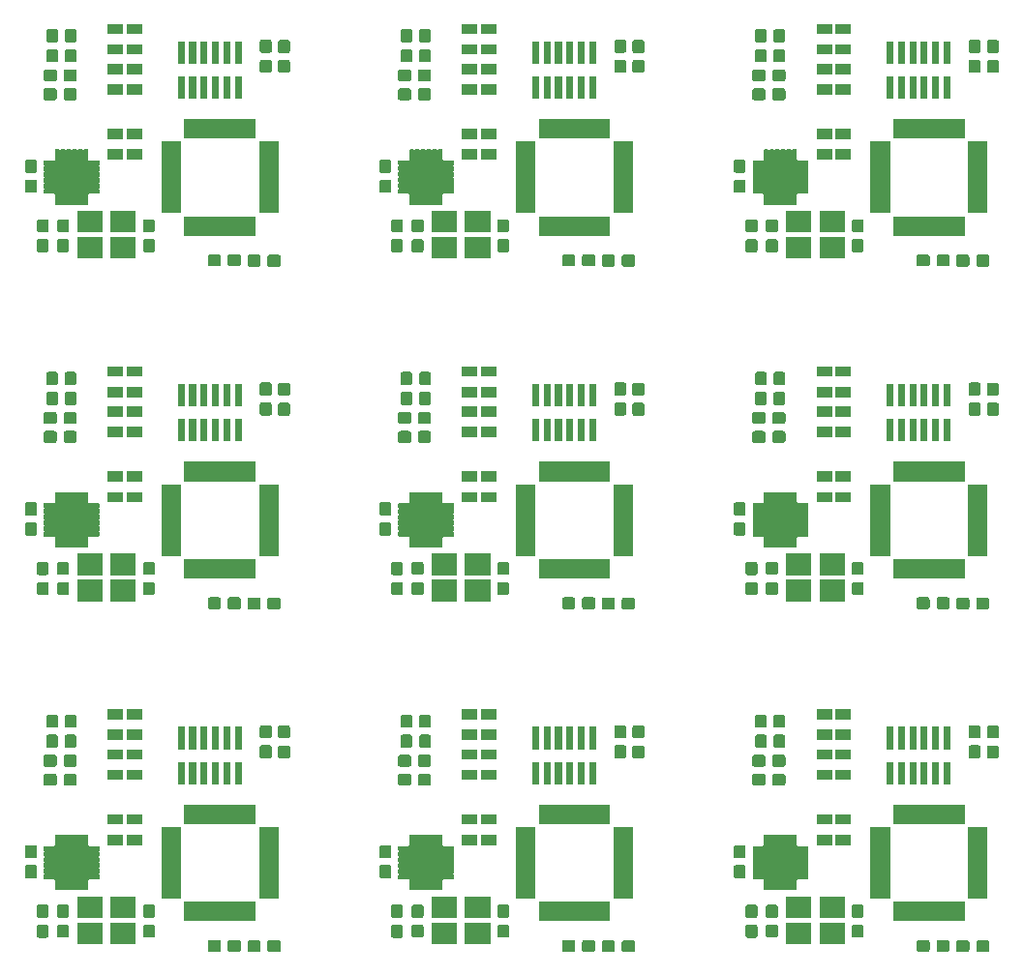
<source format=gts>
%MOIN*%
%OFA0B0*%
%FSLAX46Y46*%
%IPPOS*%
%LPD*%
%ADD10C,0.0039370078740157488*%
%ADD21C,0.0039370078740157488*%
%ADD22C,0.0039370078740157488*%
%ADD23C,0.0039370078740157488*%
%ADD24C,0.0039370078740157488*%
%ADD25C,0.0039370078740157488*%
%ADD26C,0.0039370078740157488*%
%ADD27C,0.0039370078740157488*%
%ADD28C,0.0039370078740157488*%
D10*
G36*
X0001188366Y0002824431D02*
G01*
X0001189842Y0002823983D01*
X0001191202Y0002823256D01*
X0001192395Y0002822277D01*
X0001193374Y0002821084D01*
X0001194101Y0002819724D01*
X0001194549Y0002818247D01*
X0001194724Y0002816470D01*
X0001194724Y0002791324D01*
X0001194549Y0002789547D01*
X0001194101Y0002788071D01*
X0001193374Y0002786710D01*
X0001192395Y0002785517D01*
X0001191202Y0002784539D01*
X0001189842Y0002783811D01*
X0001188366Y0002783363D01*
X0001186589Y0002783188D01*
X0001157505Y0002783188D01*
X0001155728Y0002783363D01*
X0001154252Y0002783811D01*
X0001152891Y0002784539D01*
X0001151698Y0002785517D01*
X0001150720Y0002786710D01*
X0001149992Y0002788071D01*
X0001149545Y0002789547D01*
X0001149370Y0002791324D01*
X0001149370Y0002816470D01*
X0001149545Y0002818247D01*
X0001149992Y0002819724D01*
X0001150720Y0002821084D01*
X0001151698Y0002822277D01*
X0001152891Y0002823256D01*
X0001154252Y0002823983D01*
X0001155728Y0002824431D01*
X0001157505Y0002824606D01*
X0001186589Y0002824606D01*
X0001188366Y0002824431D01*
X0001188366Y0002824431D01*
G37*
G36*
X0001119468Y0002824431D02*
G01*
X0001120944Y0002823983D01*
X0001122305Y0002823256D01*
X0001123497Y0002822277D01*
X0001124476Y0002821084D01*
X0001125203Y0002819724D01*
X0001125651Y0002818247D01*
X0001125826Y0002816470D01*
X0001125826Y0002791324D01*
X0001125651Y0002789547D01*
X0001125203Y0002788071D01*
X0001124476Y0002786710D01*
X0001123497Y0002785517D01*
X0001122305Y0002784539D01*
X0001120944Y0002783811D01*
X0001119468Y0002783363D01*
X0001117691Y0002783188D01*
X0001088607Y0002783188D01*
X0001086830Y0002783363D01*
X0001085354Y0002783811D01*
X0001083993Y0002784539D01*
X0001082801Y0002785517D01*
X0001081822Y0002786710D01*
X0001081095Y0002788071D01*
X0001080647Y0002789547D01*
X0001080472Y0002791324D01*
X0001080472Y0002816470D01*
X0001080647Y0002818247D01*
X0001081095Y0002819724D01*
X0001081822Y0002821084D01*
X0001082801Y0002822277D01*
X0001083993Y0002823256D01*
X0001085354Y0002823983D01*
X0001086830Y0002824431D01*
X0001088607Y0002824606D01*
X0001117691Y0002824606D01*
X0001119468Y0002824431D01*
X0001119468Y0002824431D01*
G37*
G36*
X0000982775Y0002825376D02*
G01*
X0000984251Y0002824928D01*
X0000985612Y0002824201D01*
X0000986804Y0002823222D01*
X0000987783Y0002822029D01*
X0000988511Y0002820669D01*
X0000988958Y0002819192D01*
X0000989133Y0002817415D01*
X0000989133Y0002792269D01*
X0000988958Y0002790492D01*
X0000988511Y0002789015D01*
X0000987783Y0002787655D01*
X0000986804Y0002786462D01*
X0000985612Y0002785483D01*
X0000984251Y0002784756D01*
X0000982775Y0002784308D01*
X0000980998Y0002784133D01*
X0000951914Y0002784133D01*
X0000950137Y0002784308D01*
X0000948661Y0002784756D01*
X0000947300Y0002785483D01*
X0000946108Y0002786462D01*
X0000945129Y0002787655D01*
X0000944402Y0002789015D01*
X0000943954Y0002790492D01*
X0000943779Y0002792269D01*
X0000943779Y0002817415D01*
X0000943954Y0002819192D01*
X0000944402Y0002820669D01*
X0000945129Y0002822029D01*
X0000946108Y0002823222D01*
X0000947300Y0002824201D01*
X0000948661Y0002824928D01*
X0000950137Y0002825376D01*
X0000951914Y0002825551D01*
X0000980998Y0002825551D01*
X0000982775Y0002825376D01*
X0000982775Y0002825376D01*
G37*
G36*
X0001051673Y0002825376D02*
G01*
X0001053149Y0002824928D01*
X0001054510Y0002824201D01*
X0001055702Y0002823222D01*
X0001056681Y0002822029D01*
X0001057408Y0002820669D01*
X0001057856Y0002819192D01*
X0001058031Y0002817415D01*
X0001058031Y0002792269D01*
X0001057856Y0002790492D01*
X0001057408Y0002789015D01*
X0001056681Y0002787655D01*
X0001055702Y0002786462D01*
X0001054510Y0002785483D01*
X0001053149Y0002784756D01*
X0001051673Y0002784308D01*
X0001049896Y0002784133D01*
X0001020812Y0002784133D01*
X0001019035Y0002784308D01*
X0001017559Y0002784756D01*
X0001016198Y0002785483D01*
X0001015005Y0002786462D01*
X0001014027Y0002787655D01*
X0001013300Y0002789015D01*
X0001012852Y0002790492D01*
X0001012677Y0002792269D01*
X0001012677Y0002817415D01*
X0001012852Y0002819192D01*
X0001013300Y0002820669D01*
X0001014027Y0002822029D01*
X0001015005Y0002823222D01*
X0001016198Y0002824201D01*
X0001017559Y0002824928D01*
X0001019035Y0002825376D01*
X0001020812Y0002825551D01*
X0001049896Y0002825551D01*
X0001051673Y0002825376D01*
X0001051673Y0002825376D01*
G37*
G36*
X0000696220Y0002810590D02*
G01*
X0000609527Y0002810590D01*
X0000609527Y0002885472D01*
X0000696220Y0002885472D01*
X0000696220Y0002810590D01*
X0000696220Y0002810590D01*
G37*
G36*
X0000582047Y0002810590D02*
G01*
X0000495354Y0002810590D01*
X0000495354Y0002885472D01*
X0000582047Y0002885472D01*
X0000582047Y0002810590D01*
X0000582047Y0002810590D01*
G37*
G36*
X0000389586Y0002877935D02*
G01*
X0000391062Y0002877487D01*
X0000392423Y0002876760D01*
X0000393616Y0002875781D01*
X0000394594Y0002874588D01*
X0000395322Y0002873228D01*
X0000395769Y0002871751D01*
X0000395944Y0002869974D01*
X0000395944Y0002840891D01*
X0000395769Y0002839114D01*
X0000395322Y0002837637D01*
X0000394594Y0002836277D01*
X0000393616Y0002835084D01*
X0000392423Y0002834105D01*
X0000391062Y0002833378D01*
X0000389586Y0002832930D01*
X0000387809Y0002832755D01*
X0000362662Y0002832755D01*
X0000360885Y0002832930D01*
X0000359409Y0002833378D01*
X0000358049Y0002834105D01*
X0000356856Y0002835084D01*
X0000355877Y0002836277D01*
X0000355150Y0002837637D01*
X0000354702Y0002839114D01*
X0000354527Y0002840891D01*
X0000354527Y0002869974D01*
X0000354702Y0002871751D01*
X0000355150Y0002873228D01*
X0000355877Y0002874588D01*
X0000356856Y0002875781D01*
X0000358049Y0002876760D01*
X0000359409Y0002877487D01*
X0000360885Y0002877935D01*
X0000362662Y0002878110D01*
X0000387809Y0002878110D01*
X0000389586Y0002877935D01*
X0000389586Y0002877935D01*
G37*
G36*
X0000460177Y0002878013D02*
G01*
X0000461653Y0002877566D01*
X0000463013Y0002876838D01*
X0000464206Y0002875860D01*
X0000465185Y0002874667D01*
X0000465912Y0002873306D01*
X0000466360Y0002871830D01*
X0000466535Y0002870053D01*
X0000466535Y0002840970D01*
X0000466360Y0002839192D01*
X0000465912Y0002837716D01*
X0000465185Y0002836356D01*
X0000464206Y0002835163D01*
X0000463013Y0002834184D01*
X0000461653Y0002833457D01*
X0000460177Y0002833009D01*
X0000458400Y0002832834D01*
X0000433253Y0002832834D01*
X0000431476Y0002833009D01*
X0000430000Y0002833457D01*
X0000428639Y0002834184D01*
X0000427446Y0002835163D01*
X0000426468Y0002836356D01*
X0000425740Y0002837716D01*
X0000425293Y0002839192D01*
X0000425118Y0002840970D01*
X0000425118Y0002870053D01*
X0000425293Y0002871830D01*
X0000425740Y0002873306D01*
X0000426468Y0002874667D01*
X0000427446Y0002875860D01*
X0000428639Y0002876838D01*
X0000430000Y0002877566D01*
X0000431476Y0002878013D01*
X0000433253Y0002878188D01*
X0000458400Y0002878188D01*
X0000460177Y0002878013D01*
X0000460177Y0002878013D01*
G37*
G36*
X0000755413Y0002878053D02*
G01*
X0000756889Y0002877605D01*
X0000758250Y0002876878D01*
X0000759442Y0002875899D01*
X0000760421Y0002874706D01*
X0000761148Y0002873346D01*
X0000761596Y0002871870D01*
X0000761771Y0002870092D01*
X0000761771Y0002841009D01*
X0000761596Y0002839232D01*
X0000761148Y0002837756D01*
X0000760421Y0002836395D01*
X0000759442Y0002835202D01*
X0000758250Y0002834224D01*
X0000756889Y0002833496D01*
X0000755413Y0002833049D01*
X0000753636Y0002832874D01*
X0000728489Y0002832874D01*
X0000726712Y0002833049D01*
X0000725236Y0002833496D01*
X0000723875Y0002834224D01*
X0000722683Y0002835202D01*
X0000721704Y0002836395D01*
X0000720977Y0002837756D01*
X0000720529Y0002839232D01*
X0000720354Y0002841009D01*
X0000720354Y0002870092D01*
X0000720529Y0002871870D01*
X0000720977Y0002873346D01*
X0000721704Y0002874706D01*
X0000722683Y0002875899D01*
X0000723875Y0002876878D01*
X0000725236Y0002877605D01*
X0000726712Y0002878053D01*
X0000728489Y0002878228D01*
X0000753636Y0002878228D01*
X0000755413Y0002878053D01*
X0000755413Y0002878053D01*
G37*
G36*
X0001109370Y0002890157D02*
G01*
X0000863228Y0002890157D01*
X0000863228Y0002957165D01*
X0001109370Y0002957165D01*
X0001109370Y0002890157D01*
X0001109370Y0002890157D01*
G37*
G36*
X0000696220Y0002901141D02*
G01*
X0000609527Y0002901141D01*
X0000609527Y0002976023D01*
X0000696220Y0002976023D01*
X0000696220Y0002901141D01*
X0000696220Y0002901141D01*
G37*
G36*
X0000582047Y0002901141D02*
G01*
X0000495354Y0002901141D01*
X0000495354Y0002976023D01*
X0000582047Y0002976023D01*
X0000582047Y0002901141D01*
X0000582047Y0002901141D01*
G37*
G36*
X0000389586Y0002946832D02*
G01*
X0000391062Y0002946385D01*
X0000392423Y0002945657D01*
X0000393616Y0002944679D01*
X0000394594Y0002943486D01*
X0000395322Y0002942125D01*
X0000395769Y0002940649D01*
X0000395944Y0002938872D01*
X0000395944Y0002909788D01*
X0000395769Y0002908011D01*
X0000395322Y0002906535D01*
X0000394594Y0002905175D01*
X0000393616Y0002903982D01*
X0000392423Y0002903003D01*
X0000391062Y0002902276D01*
X0000389586Y0002901828D01*
X0000387809Y0002901653D01*
X0000362662Y0002901653D01*
X0000360885Y0002901828D01*
X0000359409Y0002902276D01*
X0000358049Y0002903003D01*
X0000356856Y0002903982D01*
X0000355877Y0002905175D01*
X0000355150Y0002906535D01*
X0000354702Y0002908011D01*
X0000354527Y0002909788D01*
X0000354527Y0002938872D01*
X0000354702Y0002940649D01*
X0000355150Y0002942125D01*
X0000355877Y0002943486D01*
X0000356856Y0002944679D01*
X0000358049Y0002945657D01*
X0000359409Y0002946385D01*
X0000360885Y0002946832D01*
X0000362662Y0002947007D01*
X0000387809Y0002947007D01*
X0000389586Y0002946832D01*
X0000389586Y0002946832D01*
G37*
G36*
X0000460177Y0002946911D02*
G01*
X0000461653Y0002946463D01*
X0000463013Y0002945736D01*
X0000464206Y0002944757D01*
X0000465185Y0002943565D01*
X0000465912Y0002942204D01*
X0000466360Y0002940728D01*
X0000466535Y0002938951D01*
X0000466535Y0002909867D01*
X0000466360Y0002908090D01*
X0000465912Y0002906614D01*
X0000465185Y0002905253D01*
X0000464206Y0002904061D01*
X0000463013Y0002903082D01*
X0000461653Y0002902355D01*
X0000460177Y0002901907D01*
X0000458400Y0002901732D01*
X0000433253Y0002901732D01*
X0000431476Y0002901907D01*
X0000430000Y0002902355D01*
X0000428639Y0002903082D01*
X0000427446Y0002904061D01*
X0000426468Y0002905253D01*
X0000425740Y0002906614D01*
X0000425293Y0002908090D01*
X0000425118Y0002909867D01*
X0000425118Y0002938951D01*
X0000425293Y0002940728D01*
X0000425740Y0002942204D01*
X0000426468Y0002943565D01*
X0000427446Y0002944757D01*
X0000428639Y0002945736D01*
X0000430000Y0002946463D01*
X0000431476Y0002946911D01*
X0000433253Y0002947086D01*
X0000458400Y0002947086D01*
X0000460177Y0002946911D01*
X0000460177Y0002946911D01*
G37*
G36*
X0000755413Y0002946950D02*
G01*
X0000756889Y0002946503D01*
X0000758250Y0002945775D01*
X0000759442Y0002944797D01*
X0000760421Y0002943604D01*
X0000761148Y0002942243D01*
X0000761596Y0002940767D01*
X0000761771Y0002938990D01*
X0000761771Y0002909907D01*
X0000761596Y0002908129D01*
X0000761148Y0002906653D01*
X0000760421Y0002905293D01*
X0000759442Y0002904100D01*
X0000758250Y0002903121D01*
X0000756889Y0002902394D01*
X0000755413Y0002901946D01*
X0000753636Y0002901771D01*
X0000728489Y0002901771D01*
X0000726712Y0002901946D01*
X0000725236Y0002902394D01*
X0000723875Y0002903121D01*
X0000722683Y0002904100D01*
X0000721704Y0002905293D01*
X0000720977Y0002906653D01*
X0000720529Y0002908129D01*
X0000720354Y0002909907D01*
X0000720354Y0002938990D01*
X0000720529Y0002940767D01*
X0000720977Y0002942243D01*
X0000721704Y0002943604D01*
X0000722683Y0002944797D01*
X0000723875Y0002945775D01*
X0000725236Y0002946503D01*
X0000726712Y0002946950D01*
X0000728489Y0002947125D01*
X0000753636Y0002947125D01*
X0000755413Y0002946950D01*
X0000755413Y0002946950D01*
G37*
G36*
X0000852480Y0002967913D02*
G01*
X0000785472Y0002967913D01*
X0000785472Y0003214055D01*
X0000852480Y0003214055D01*
X0000852480Y0002967913D01*
X0000852480Y0002967913D01*
G37*
G36*
X0001187125Y0002967913D02*
G01*
X0001120118Y0002967913D01*
X0001120118Y0003214055D01*
X0001187125Y0003214055D01*
X0001187125Y0002967913D01*
X0001187125Y0002967913D01*
G37*
G36*
X0000432452Y0003187231D02*
G01*
X0000432728Y0003187147D01*
X0000433270Y0003186857D01*
X0000434162Y0003186488D01*
X0000435108Y0003186300D01*
X0000436072Y0003186300D01*
X0000437019Y0003186488D01*
X0000437910Y0003186857D01*
X0000438452Y0003187147D01*
X0000438728Y0003187231D01*
X0000439257Y0003187283D01*
X0000451608Y0003187283D01*
X0000452137Y0003187231D01*
X0000452413Y0003187147D01*
X0000452955Y0003186857D01*
X0000453847Y0003186488D01*
X0000454793Y0003186300D01*
X0000455757Y0003186300D01*
X0000456704Y0003186488D01*
X0000457595Y0003186857D01*
X0000458137Y0003187147D01*
X0000458413Y0003187231D01*
X0000458942Y0003187283D01*
X0000471293Y0003187283D01*
X0000471822Y0003187231D01*
X0000472098Y0003187147D01*
X0000472640Y0003186857D01*
X0000473532Y0003186488D01*
X0000474478Y0003186300D01*
X0000475443Y0003186300D01*
X0000476389Y0003186488D01*
X0000477280Y0003186857D01*
X0000477822Y0003187147D01*
X0000478098Y0003187231D01*
X0000478627Y0003187283D01*
X0000490978Y0003187283D01*
X0000491507Y0003187231D01*
X0000491783Y0003187147D01*
X0000492325Y0003186857D01*
X0000493217Y0003186488D01*
X0000494163Y0003186300D01*
X0000495128Y0003186300D01*
X0000496074Y0003186488D01*
X0000496965Y0003186857D01*
X0000497507Y0003187147D01*
X0000497783Y0003187231D01*
X0000498312Y0003187283D01*
X0000510663Y0003187283D01*
X0000511192Y0003187231D01*
X0000511468Y0003187147D01*
X0000512010Y0003186857D01*
X0000512902Y0003186488D01*
X0000513848Y0003186300D01*
X0000514813Y0003186300D01*
X0000515759Y0003186488D01*
X0000516650Y0003186857D01*
X0000517192Y0003187147D01*
X0000517468Y0003187231D01*
X0000517997Y0003187283D01*
X0000530348Y0003187283D01*
X0000530877Y0003187231D01*
X0000531153Y0003187147D01*
X0000531408Y0003187011D01*
X0000531631Y0003186828D01*
X0000531814Y0003186605D01*
X0000531950Y0003186350D01*
X0000532034Y0003186074D01*
X0000532086Y0003185545D01*
X0000532086Y0003153818D01*
X0000532181Y0003152858D01*
X0000532461Y0003151935D01*
X0000532915Y0003151084D01*
X0000533527Y0003150339D01*
X0000534273Y0003149727D01*
X0000535124Y0003149272D01*
X0000536047Y0003148992D01*
X0000537007Y0003148897D01*
X0000568734Y0003148897D01*
X0000569263Y0003148845D01*
X0000569539Y0003148761D01*
X0000569794Y0003148625D01*
X0000570017Y0003148442D01*
X0000570200Y0003148219D01*
X0000570336Y0003147964D01*
X0000570420Y0003147688D01*
X0000570472Y0003147159D01*
X0000570472Y0003134808D01*
X0000570420Y0003134279D01*
X0000570336Y0003134003D01*
X0000570046Y0003133461D01*
X0000569677Y0003132570D01*
X0000569489Y0003131624D01*
X0000569489Y0003130659D01*
X0000569677Y0003129713D01*
X0000570046Y0003128821D01*
X0000570336Y0003128279D01*
X0000570420Y0003128003D01*
X0000570472Y0003127474D01*
X0000570472Y0003115123D01*
X0000570420Y0003114594D01*
X0000570336Y0003114318D01*
X0000570046Y0003113776D01*
X0000569677Y0003112885D01*
X0000569489Y0003111939D01*
X0000569489Y0003110974D01*
X0000569677Y0003110028D01*
X0000570046Y0003109136D01*
X0000570336Y0003108594D01*
X0000570420Y0003108318D01*
X0000570472Y0003107789D01*
X0000570472Y0003095438D01*
X0000570420Y0003094909D01*
X0000570336Y0003094633D01*
X0000570046Y0003094091D01*
X0000569677Y0003093200D01*
X0000569489Y0003092253D01*
X0000569489Y0003091289D01*
X0000569677Y0003090343D01*
X0000570046Y0003089451D01*
X0000570336Y0003088909D01*
X0000570420Y0003088633D01*
X0000570472Y0003088104D01*
X0000570472Y0003075753D01*
X0000570420Y0003075224D01*
X0000570336Y0003074948D01*
X0000570046Y0003074406D01*
X0000569677Y0003073515D01*
X0000569489Y0003072568D01*
X0000569489Y0003071604D01*
X0000569677Y0003070658D01*
X0000570046Y0003069766D01*
X0000570336Y0003069224D01*
X0000570420Y0003068948D01*
X0000570472Y0003068419D01*
X0000570472Y0003056068D01*
X0000570420Y0003055539D01*
X0000570336Y0003055263D01*
X0000570046Y0003054721D01*
X0000569677Y0003053830D01*
X0000569489Y0003052883D01*
X0000569489Y0003051919D01*
X0000569677Y0003050972D01*
X0000570046Y0003050081D01*
X0000570336Y0003049539D01*
X0000570420Y0003049263D01*
X0000570472Y0003048734D01*
X0000570472Y0003036383D01*
X0000570420Y0003035854D01*
X0000570336Y0003035578D01*
X0000570200Y0003035323D01*
X0000570017Y0003035100D01*
X0000569794Y0003034917D01*
X0000569539Y0003034781D01*
X0000569263Y0003034697D01*
X0000568734Y0003034645D01*
X0000537007Y0003034645D01*
X0000536047Y0003034551D01*
X0000535124Y0003034271D01*
X0000534273Y0003033816D01*
X0000533527Y0003033204D01*
X0000532915Y0003032458D01*
X0000532461Y0003031607D01*
X0000532181Y0003030684D01*
X0000532086Y0003029724D01*
X0000532086Y0002997997D01*
X0000532034Y0002997468D01*
X0000531950Y0002997192D01*
X0000531814Y0002996937D01*
X0000531631Y0002996714D01*
X0000531408Y0002996531D01*
X0000531153Y0002996395D01*
X0000530877Y0002996311D01*
X0000530348Y0002996259D01*
X0000517997Y0002996259D01*
X0000517468Y0002996311D01*
X0000517192Y0002996395D01*
X0000516650Y0002996685D01*
X0000515759Y0002997054D01*
X0000514813Y0002997242D01*
X0000513848Y0002997242D01*
X0000512902Y0002997054D01*
X0000512010Y0002996685D01*
X0000511468Y0002996395D01*
X0000511192Y0002996311D01*
X0000510663Y0002996259D01*
X0000498312Y0002996259D01*
X0000497783Y0002996311D01*
X0000497507Y0002996395D01*
X0000496965Y0002996685D01*
X0000496074Y0002997054D01*
X0000495127Y0002997242D01*
X0000494163Y0002997242D01*
X0000493217Y0002997054D01*
X0000492325Y0002996685D01*
X0000491783Y0002996395D01*
X0000491507Y0002996311D01*
X0000490978Y0002996259D01*
X0000478627Y0002996259D01*
X0000478098Y0002996311D01*
X0000477822Y0002996395D01*
X0000477280Y0002996685D01*
X0000476389Y0002997054D01*
X0000475442Y0002997242D01*
X0000474478Y0002997242D01*
X0000473532Y0002997054D01*
X0000472640Y0002996685D01*
X0000472098Y0002996395D01*
X0000471822Y0002996311D01*
X0000471293Y0002996259D01*
X0000458942Y0002996259D01*
X0000458413Y0002996311D01*
X0000458137Y0002996395D01*
X0000457595Y0002996685D01*
X0000456704Y0002997054D01*
X0000455757Y0002997242D01*
X0000454793Y0002997242D01*
X0000453847Y0002997054D01*
X0000452955Y0002996685D01*
X0000452413Y0002996395D01*
X0000452137Y0002996311D01*
X0000451608Y0002996259D01*
X0000439257Y0002996259D01*
X0000438728Y0002996311D01*
X0000438452Y0002996395D01*
X0000437910Y0002996685D01*
X0000437019Y0002997054D01*
X0000436072Y0002997242D01*
X0000435108Y0002997242D01*
X0000434161Y0002997054D01*
X0000433270Y0002996685D01*
X0000432728Y0002996395D01*
X0000432452Y0002996311D01*
X0000431923Y0002996259D01*
X0000419572Y0002996259D01*
X0000419043Y0002996311D01*
X0000418767Y0002996395D01*
X0000418512Y0002996531D01*
X0000418289Y0002996714D01*
X0000418106Y0002996937D01*
X0000417970Y0002997192D01*
X0000417886Y0002997468D01*
X0000417834Y0002997997D01*
X0000417834Y0003029724D01*
X0000417740Y0003030684D01*
X0000417460Y0003031607D01*
X0000417005Y0003032458D01*
X0000416393Y0003033204D01*
X0000415647Y0003033816D01*
X0000414796Y0003034271D01*
X0000413873Y0003034551D01*
X0000412913Y0003034645D01*
X0000381186Y0003034645D01*
X0000380657Y0003034697D01*
X0000380381Y0003034781D01*
X0000380126Y0003034917D01*
X0000379903Y0003035100D01*
X0000379720Y0003035323D01*
X0000379584Y0003035578D01*
X0000379500Y0003035854D01*
X0000379448Y0003036383D01*
X0000379448Y0003048734D01*
X0000379500Y0003049263D01*
X0000379584Y0003049539D01*
X0000379874Y0003050081D01*
X0000380243Y0003050973D01*
X0000380431Y0003051919D01*
X0000380431Y0003052883D01*
X0000380243Y0003053830D01*
X0000379874Y0003054721D01*
X0000379584Y0003055263D01*
X0000379500Y0003055539D01*
X0000379448Y0003056068D01*
X0000379448Y0003068419D01*
X0000379500Y0003068948D01*
X0000379584Y0003069224D01*
X0000379874Y0003069766D01*
X0000380243Y0003070658D01*
X0000380431Y0003071604D01*
X0000380431Y0003072569D01*
X0000380243Y0003073515D01*
X0000379874Y0003074406D01*
X0000379584Y0003074948D01*
X0000379500Y0003075224D01*
X0000379448Y0003075753D01*
X0000379448Y0003088104D01*
X0000379500Y0003088633D01*
X0000379584Y0003088909D01*
X0000379874Y0003089451D01*
X0000380243Y0003090343D01*
X0000380431Y0003091289D01*
X0000380431Y0003092254D01*
X0000380243Y0003093200D01*
X0000379874Y0003094091D01*
X0000379584Y0003094633D01*
X0000379500Y0003094909D01*
X0000379448Y0003095438D01*
X0000379448Y0003107789D01*
X0000379500Y0003108318D01*
X0000379584Y0003108594D01*
X0000379874Y0003109136D01*
X0000380243Y0003110028D01*
X0000380431Y0003110974D01*
X0000380431Y0003111939D01*
X0000380243Y0003112885D01*
X0000379874Y0003113776D01*
X0000379584Y0003114318D01*
X0000379500Y0003114594D01*
X0000379448Y0003115123D01*
X0000379448Y0003127474D01*
X0000379500Y0003128003D01*
X0000379584Y0003128279D01*
X0000379874Y0003128821D01*
X0000380243Y0003129713D01*
X0000380431Y0003130659D01*
X0000380431Y0003131624D01*
X0000380243Y0003132570D01*
X0000379874Y0003133461D01*
X0000379584Y0003134003D01*
X0000379500Y0003134279D01*
X0000379448Y0003134808D01*
X0000379448Y0003147159D01*
X0000379500Y0003147688D01*
X0000379584Y0003147964D01*
X0000379720Y0003148219D01*
X0000379903Y0003148442D01*
X0000380126Y0003148625D01*
X0000380381Y0003148761D01*
X0000380657Y0003148845D01*
X0000381186Y0003148897D01*
X0000412913Y0003148897D01*
X0000413873Y0003148992D01*
X0000414796Y0003149272D01*
X0000415647Y0003149727D01*
X0000416393Y0003150339D01*
X0000417005Y0003151084D01*
X0000417460Y0003151935D01*
X0000417740Y0003152858D01*
X0000417834Y0003153818D01*
X0000417834Y0003185545D01*
X0000417886Y0003186074D01*
X0000417970Y0003186350D01*
X0000418106Y0003186605D01*
X0000418289Y0003186828D01*
X0000418512Y0003187011D01*
X0000418767Y0003187147D01*
X0000419043Y0003187231D01*
X0000419572Y0003187283D01*
X0000431923Y0003187283D01*
X0000432452Y0003187231D01*
X0000432452Y0003187231D01*
G37*
G36*
X0000349350Y0003083250D02*
G01*
X0000350826Y0003082802D01*
X0000352187Y0003082075D01*
X0000353379Y0003081096D01*
X0000354358Y0003079903D01*
X0000355085Y0003078543D01*
X0000355533Y0003077066D01*
X0000355708Y0003075289D01*
X0000355708Y0003046206D01*
X0000355533Y0003044429D01*
X0000355085Y0003042952D01*
X0000354358Y0003041592D01*
X0000353379Y0003040399D01*
X0000352187Y0003039420D01*
X0000350826Y0003038693D01*
X0000349350Y0003038245D01*
X0000347573Y0003038070D01*
X0000322426Y0003038070D01*
X0000320649Y0003038245D01*
X0000319173Y0003038693D01*
X0000317812Y0003039420D01*
X0000316620Y0003040399D01*
X0000315641Y0003041592D01*
X0000314914Y0003042952D01*
X0000314466Y0003044429D01*
X0000314291Y0003046206D01*
X0000314291Y0003075289D01*
X0000314466Y0003077066D01*
X0000314914Y0003078543D01*
X0000315641Y0003079903D01*
X0000316620Y0003081096D01*
X0000317812Y0003082075D01*
X0000319173Y0003082802D01*
X0000320649Y0003083250D01*
X0000322426Y0003083425D01*
X0000347573Y0003083425D01*
X0000349350Y0003083250D01*
X0000349350Y0003083250D01*
G37*
G36*
X0000349350Y0003152147D02*
G01*
X0000350826Y0003151700D01*
X0000352187Y0003150972D01*
X0000353379Y0003149993D01*
X0000354358Y0003148801D01*
X0000355085Y0003147440D01*
X0000355533Y0003145964D01*
X0000355708Y0003144187D01*
X0000355708Y0003115103D01*
X0000355533Y0003113326D01*
X0000355085Y0003111850D01*
X0000354358Y0003110490D01*
X0000353379Y0003109297D01*
X0000352187Y0003108318D01*
X0000350826Y0003107591D01*
X0000349350Y0003107143D01*
X0000347573Y0003106968D01*
X0000322426Y0003106968D01*
X0000320649Y0003107143D01*
X0000319173Y0003107591D01*
X0000317812Y0003108318D01*
X0000316620Y0003109297D01*
X0000315641Y0003110490D01*
X0000314914Y0003111850D01*
X0000314466Y0003113326D01*
X0000314291Y0003115103D01*
X0000314291Y0003144187D01*
X0000314466Y0003145964D01*
X0000314914Y0003147440D01*
X0000315641Y0003148801D01*
X0000316620Y0003149993D01*
X0000317812Y0003150972D01*
X0000319173Y0003151700D01*
X0000320649Y0003152147D01*
X0000322426Y0003152322D01*
X0000347573Y0003152322D01*
X0000349350Y0003152147D01*
X0000349350Y0003152147D01*
G37*
G36*
X0000717559Y0003152755D02*
G01*
X0000664330Y0003152755D01*
X0000664330Y0003188267D01*
X0000717559Y0003188267D01*
X0000717559Y0003152755D01*
X0000717559Y0003152755D01*
G37*
G36*
X0000652598Y0003152755D02*
G01*
X0000599370Y0003152755D01*
X0000599370Y0003188267D01*
X0000652598Y0003188267D01*
X0000652598Y0003152755D01*
X0000652598Y0003152755D01*
G37*
G36*
X0000717559Y0003223622D02*
G01*
X0000664330Y0003223622D01*
X0000664330Y0003259133D01*
X0000717559Y0003259133D01*
X0000717559Y0003223622D01*
X0000717559Y0003223622D01*
G37*
G36*
X0000652598Y0003223622D02*
G01*
X0000599370Y0003223622D01*
X0000599370Y0003259133D01*
X0000652598Y0003259133D01*
X0000652598Y0003223622D01*
X0000652598Y0003223622D01*
G37*
G36*
X0001109370Y0003224803D02*
G01*
X0000863228Y0003224803D01*
X0000863228Y0003291811D01*
X0001109370Y0003291811D01*
X0001109370Y0003224803D01*
X0001109370Y0003224803D01*
G37*
G36*
X0000486122Y0003398250D02*
G01*
X0000487598Y0003397802D01*
X0000488958Y0003397075D01*
X0000490151Y0003396096D01*
X0000491130Y0003394903D01*
X0000491857Y0003393543D01*
X0000492305Y0003392066D01*
X0000492480Y0003390289D01*
X0000492480Y0003365143D01*
X0000492305Y0003363366D01*
X0000491857Y0003361889D01*
X0000491130Y0003360529D01*
X0000490151Y0003359336D01*
X0000488958Y0003358357D01*
X0000487598Y0003357630D01*
X0000486122Y0003357182D01*
X0000484344Y0003357007D01*
X0000455261Y0003357007D01*
X0000453484Y0003357182D01*
X0000452008Y0003357630D01*
X0000450647Y0003358357D01*
X0000449454Y0003359336D01*
X0000448476Y0003360529D01*
X0000447748Y0003361889D01*
X0000447300Y0003363366D01*
X0000447125Y0003365143D01*
X0000447125Y0003390289D01*
X0000447300Y0003392066D01*
X0000447748Y0003393543D01*
X0000448476Y0003394903D01*
X0000449454Y0003396096D01*
X0000450647Y0003397075D01*
X0000452008Y0003397802D01*
X0000453484Y0003398250D01*
X0000455261Y0003398425D01*
X0000484344Y0003398425D01*
X0000486122Y0003398250D01*
X0000486122Y0003398250D01*
G37*
G36*
X0000417224Y0003398250D02*
G01*
X0000418700Y0003397802D01*
X0000420061Y0003397075D01*
X0000421253Y0003396096D01*
X0000422232Y0003394903D01*
X0000422959Y0003393543D01*
X0000423407Y0003392066D01*
X0000423582Y0003390289D01*
X0000423582Y0003365143D01*
X0000423407Y0003363366D01*
X0000422959Y0003361889D01*
X0000422232Y0003360529D01*
X0000421253Y0003359336D01*
X0000420061Y0003358357D01*
X0000418700Y0003357630D01*
X0000417224Y0003357182D01*
X0000415447Y0003357007D01*
X0000386363Y0003357007D01*
X0000384586Y0003357182D01*
X0000383110Y0003357630D01*
X0000381749Y0003358357D01*
X0000380557Y0003359336D01*
X0000379578Y0003360529D01*
X0000378851Y0003361889D01*
X0000378403Y0003363366D01*
X0000378228Y0003365143D01*
X0000378228Y0003390289D01*
X0000378403Y0003392066D01*
X0000378851Y0003393543D01*
X0000379578Y0003394903D01*
X0000380557Y0003396096D01*
X0000381749Y0003397075D01*
X0000383110Y0003397802D01*
X0000384586Y0003398250D01*
X0000386363Y0003398425D01*
X0000415447Y0003398425D01*
X0000417224Y0003398250D01*
X0000417224Y0003398250D01*
G37*
G36*
X0001021692Y0003362559D02*
G01*
X0000997992Y0003362559D01*
X0000997992Y0003439409D01*
X0001021692Y0003439409D01*
X0001021692Y0003362559D01*
X0001021692Y0003362559D01*
G37*
G36*
X0000982322Y0003362559D02*
G01*
X0000958622Y0003362559D01*
X0000958622Y0003439409D01*
X0000982322Y0003439409D01*
X0000982322Y0003362559D01*
X0000982322Y0003362559D01*
G37*
G36*
X0000942952Y0003362559D02*
G01*
X0000919251Y0003362559D01*
X0000919251Y0003439409D01*
X0000942952Y0003439409D01*
X0000942952Y0003362559D01*
X0000942952Y0003362559D01*
G37*
G36*
X0000903582Y0003362559D02*
G01*
X0000879881Y0003362559D01*
X0000879881Y0003439409D01*
X0000903582Y0003439409D01*
X0000903582Y0003362559D01*
X0000903582Y0003362559D01*
G37*
G36*
X0000864212Y0003362559D02*
G01*
X0000840511Y0003362559D01*
X0000840511Y0003439409D01*
X0000864212Y0003439409D01*
X0000864212Y0003362559D01*
X0000864212Y0003362559D01*
G37*
G36*
X0001061062Y0003362559D02*
G01*
X0001037362Y0003362559D01*
X0001037362Y0003439409D01*
X0001061062Y0003439409D01*
X0001061062Y0003362559D01*
X0001061062Y0003362559D01*
G37*
G36*
X0000717559Y0003376181D02*
G01*
X0000664330Y0003376181D01*
X0000664330Y0003411692D01*
X0000717559Y0003411692D01*
X0000717559Y0003376181D01*
X0000717559Y0003376181D01*
G37*
G36*
X0000652598Y0003376181D02*
G01*
X0000599370Y0003376181D01*
X0000599370Y0003411692D01*
X0000652598Y0003411692D01*
X0000652598Y0003376181D01*
X0000652598Y0003376181D01*
G37*
G36*
X0000417224Y0003463565D02*
G01*
X0000418700Y0003463117D01*
X0000420061Y0003462390D01*
X0000421253Y0003461411D01*
X0000422232Y0003460218D01*
X0000422959Y0003458858D01*
X0000423407Y0003457381D01*
X0000423582Y0003455604D01*
X0000423582Y0003430458D01*
X0000423407Y0003428681D01*
X0000422959Y0003427204D01*
X0000422232Y0003425844D01*
X0000421253Y0003424651D01*
X0000420061Y0003423672D01*
X0000418700Y0003422945D01*
X0000417224Y0003422497D01*
X0000415447Y0003422322D01*
X0000386363Y0003422322D01*
X0000384586Y0003422497D01*
X0000383110Y0003422945D01*
X0000381749Y0003423672D01*
X0000380557Y0003424651D01*
X0000379578Y0003425844D01*
X0000378851Y0003427204D01*
X0000378403Y0003428681D01*
X0000378228Y0003430458D01*
X0000378228Y0003455604D01*
X0000378403Y0003457381D01*
X0000378851Y0003458858D01*
X0000379578Y0003460218D01*
X0000380557Y0003461411D01*
X0000381749Y0003462390D01*
X0000383110Y0003463117D01*
X0000384586Y0003463565D01*
X0000386363Y0003463740D01*
X0000415447Y0003463740D01*
X0000417224Y0003463565D01*
X0000417224Y0003463565D01*
G37*
G36*
X0000486122Y0003463565D02*
G01*
X0000487598Y0003463117D01*
X0000488958Y0003462390D01*
X0000490151Y0003461411D01*
X0000491130Y0003460218D01*
X0000491857Y0003458858D01*
X0000492305Y0003457381D01*
X0000492480Y0003455604D01*
X0000492480Y0003430458D01*
X0000492305Y0003428681D01*
X0000491857Y0003427204D01*
X0000491130Y0003425844D01*
X0000490151Y0003424651D01*
X0000488958Y0003423672D01*
X0000487598Y0003422945D01*
X0000486122Y0003422497D01*
X0000484344Y0003422322D01*
X0000455261Y0003422322D01*
X0000453484Y0003422497D01*
X0000452008Y0003422945D01*
X0000450647Y0003423672D01*
X0000449454Y0003424651D01*
X0000448476Y0003425844D01*
X0000447748Y0003427204D01*
X0000447300Y0003428681D01*
X0000447125Y0003430458D01*
X0000447125Y0003455604D01*
X0000447300Y0003457381D01*
X0000447748Y0003458858D01*
X0000448476Y0003460218D01*
X0000449454Y0003461411D01*
X0000450647Y0003462390D01*
X0000452008Y0003463117D01*
X0000453484Y0003463565D01*
X0000455261Y0003463740D01*
X0000484344Y0003463740D01*
X0000486122Y0003463565D01*
X0000486122Y0003463565D01*
G37*
G36*
X0000652598Y0003447047D02*
G01*
X0000599370Y0003447047D01*
X0000599370Y0003482559D01*
X0000652598Y0003482559D01*
X0000652598Y0003447047D01*
X0000652598Y0003447047D01*
G37*
G36*
X0000717559Y0003447047D02*
G01*
X0000664330Y0003447047D01*
X0000664330Y0003482559D01*
X0000717559Y0003482559D01*
X0000717559Y0003447047D01*
X0000717559Y0003447047D01*
G37*
G36*
X0001220807Y0003495927D02*
G01*
X0001222283Y0003495479D01*
X0001223643Y0003494752D01*
X0001224836Y0003493773D01*
X0001225815Y0003492580D01*
X0001226542Y0003491220D01*
X0001226990Y0003489744D01*
X0001227165Y0003487967D01*
X0001227165Y0003458883D01*
X0001226990Y0003457106D01*
X0001226542Y0003455630D01*
X0001225815Y0003454269D01*
X0001224836Y0003453076D01*
X0001223643Y0003452098D01*
X0001222283Y0003451370D01*
X0001220807Y0003450923D01*
X0001219029Y0003450748D01*
X0001193883Y0003450748D01*
X0001192106Y0003450923D01*
X0001190630Y0003451370D01*
X0001189269Y0003452098D01*
X0001188076Y0003453076D01*
X0001187098Y0003454269D01*
X0001186370Y0003455630D01*
X0001185923Y0003457106D01*
X0001185747Y0003458883D01*
X0001185747Y0003487967D01*
X0001185923Y0003489744D01*
X0001186370Y0003491220D01*
X0001187098Y0003492580D01*
X0001188076Y0003493773D01*
X0001189269Y0003494752D01*
X0001190630Y0003495479D01*
X0001192106Y0003495927D01*
X0001193883Y0003496102D01*
X0001219029Y0003496102D01*
X0001220807Y0003495927D01*
X0001220807Y0003495927D01*
G37*
G36*
X0001158011Y0003496242D02*
G01*
X0001159487Y0003495794D01*
X0001160848Y0003495067D01*
X0001162041Y0003494088D01*
X0001163019Y0003492895D01*
X0001163747Y0003491535D01*
X0001164195Y0003490059D01*
X0001164370Y0003488281D01*
X0001164370Y0003459198D01*
X0001164195Y0003457421D01*
X0001163747Y0003455945D01*
X0001163019Y0003454584D01*
X0001162041Y0003453391D01*
X0001160848Y0003452413D01*
X0001159487Y0003451685D01*
X0001158011Y0003451237D01*
X0001156234Y0003451062D01*
X0001131088Y0003451062D01*
X0001129311Y0003451237D01*
X0001127834Y0003451685D01*
X0001126474Y0003452413D01*
X0001125281Y0003453391D01*
X0001124302Y0003454584D01*
X0001123575Y0003455945D01*
X0001123127Y0003457421D01*
X0001122952Y0003459198D01*
X0001122952Y0003488281D01*
X0001123127Y0003490059D01*
X0001123575Y0003491535D01*
X0001124302Y0003492895D01*
X0001125281Y0003494088D01*
X0001126474Y0003495067D01*
X0001127834Y0003495794D01*
X0001129311Y0003496242D01*
X0001131088Y0003496417D01*
X0001156234Y0003496417D01*
X0001158011Y0003496242D01*
X0001158011Y0003496242D01*
G37*
G36*
X0000864212Y0003482637D02*
G01*
X0000840511Y0003482637D01*
X0000840511Y0003559488D01*
X0000864212Y0003559488D01*
X0000864212Y0003482637D01*
X0000864212Y0003482637D01*
G37*
G36*
X0000903582Y0003482637D02*
G01*
X0000879881Y0003482637D01*
X0000879881Y0003559488D01*
X0000903582Y0003559488D01*
X0000903582Y0003482637D01*
X0000903582Y0003482637D01*
G37*
G36*
X0000942952Y0003482637D02*
G01*
X0000919251Y0003482637D01*
X0000919251Y0003559488D01*
X0000942952Y0003559488D01*
X0000942952Y0003482637D01*
X0000942952Y0003482637D01*
G37*
G36*
X0000982322Y0003482637D02*
G01*
X0000958622Y0003482637D01*
X0000958622Y0003559488D01*
X0000982322Y0003559488D01*
X0000982322Y0003482637D01*
X0000982322Y0003482637D01*
G37*
G36*
X0001021692Y0003482637D02*
G01*
X0000997992Y0003482637D01*
X0000997992Y0003559488D01*
X0001021692Y0003559488D01*
X0001021692Y0003482637D01*
X0001021692Y0003482637D01*
G37*
G36*
X0001061062Y0003482637D02*
G01*
X0001037362Y0003482637D01*
X0001037362Y0003559488D01*
X0001061062Y0003559488D01*
X0001061062Y0003482637D01*
X0001061062Y0003482637D01*
G37*
G36*
X0000422106Y0003532620D02*
G01*
X0000423582Y0003532172D01*
X0000424943Y0003531445D01*
X0000426135Y0003530466D01*
X0000427114Y0003529273D01*
X0000427841Y0003527913D01*
X0000428289Y0003526436D01*
X0000428464Y0003524659D01*
X0000428464Y0003495576D01*
X0000428289Y0003493799D01*
X0000427841Y0003492323D01*
X0000427114Y0003490962D01*
X0000426135Y0003489769D01*
X0000424943Y0003488791D01*
X0000423582Y0003488063D01*
X0000422106Y0003487615D01*
X0000420329Y0003487440D01*
X0000395182Y0003487440D01*
X0000393405Y0003487615D01*
X0000391929Y0003488063D01*
X0000390568Y0003488791D01*
X0000389376Y0003489769D01*
X0000388397Y0003490962D01*
X0000387670Y0003492323D01*
X0000387222Y0003493799D01*
X0000387047Y0003495576D01*
X0000387047Y0003524659D01*
X0000387222Y0003526436D01*
X0000387670Y0003527913D01*
X0000388397Y0003529273D01*
X0000389376Y0003530466D01*
X0000390568Y0003531445D01*
X0000391929Y0003532172D01*
X0000393405Y0003532620D01*
X0000395182Y0003532795D01*
X0000420329Y0003532795D01*
X0000422106Y0003532620D01*
X0000422106Y0003532620D01*
G37*
G36*
X0000485925Y0003532620D02*
G01*
X0000487401Y0003532172D01*
X0000488761Y0003531445D01*
X0000489954Y0003530466D01*
X0000490933Y0003529273D01*
X0000491660Y0003527913D01*
X0000492108Y0003526436D01*
X0000492283Y0003524659D01*
X0000492283Y0003495576D01*
X0000492108Y0003493799D01*
X0000491660Y0003492323D01*
X0000490933Y0003490962D01*
X0000489954Y0003489769D01*
X0000488761Y0003488791D01*
X0000487401Y0003488063D01*
X0000485925Y0003487615D01*
X0000484148Y0003487440D01*
X0000459001Y0003487440D01*
X0000457224Y0003487615D01*
X0000455748Y0003488063D01*
X0000454387Y0003488791D01*
X0000453195Y0003489769D01*
X0000452216Y0003490962D01*
X0000451488Y0003492323D01*
X0000451041Y0003493799D01*
X0000450866Y0003495576D01*
X0000450866Y0003524659D01*
X0000451041Y0003526436D01*
X0000451488Y0003527913D01*
X0000452216Y0003529273D01*
X0000453195Y0003530466D01*
X0000454387Y0003531445D01*
X0000455748Y0003532172D01*
X0000457224Y0003532620D01*
X0000459001Y0003532795D01*
X0000484148Y0003532795D01*
X0000485925Y0003532620D01*
X0000485925Y0003532620D01*
G37*
G36*
X0000652598Y0003514173D02*
G01*
X0000599370Y0003514173D01*
X0000599370Y0003549685D01*
X0000652598Y0003549685D01*
X0000652598Y0003514173D01*
X0000652598Y0003514173D01*
G37*
G36*
X0000717559Y0003514173D02*
G01*
X0000664330Y0003514173D01*
X0000664330Y0003549685D01*
X0000717559Y0003549685D01*
X0000717559Y0003514173D01*
X0000717559Y0003514173D01*
G37*
G36*
X0001220807Y0003564825D02*
G01*
X0001222283Y0003564377D01*
X0001223643Y0003563649D01*
X0001224836Y0003562671D01*
X0001225815Y0003561478D01*
X0001226542Y0003560117D01*
X0001226990Y0003558641D01*
X0001227165Y0003556864D01*
X0001227165Y0003527781D01*
X0001226990Y0003526003D01*
X0001226542Y0003524527D01*
X0001225815Y0003523167D01*
X0001224836Y0003521974D01*
X0001223643Y0003520995D01*
X0001222283Y0003520268D01*
X0001220807Y0003519820D01*
X0001219029Y0003519645D01*
X0001193883Y0003519645D01*
X0001192106Y0003519820D01*
X0001190630Y0003520268D01*
X0001189269Y0003520995D01*
X0001188076Y0003521974D01*
X0001187098Y0003523167D01*
X0001186370Y0003524527D01*
X0001185923Y0003526003D01*
X0001185747Y0003527781D01*
X0001185747Y0003556864D01*
X0001185923Y0003558641D01*
X0001186370Y0003560117D01*
X0001187098Y0003561478D01*
X0001188076Y0003562671D01*
X0001189269Y0003563649D01*
X0001190630Y0003564377D01*
X0001192106Y0003564825D01*
X0001193883Y0003565000D01*
X0001219029Y0003565000D01*
X0001220807Y0003564825D01*
X0001220807Y0003564825D01*
G37*
G36*
X0001158011Y0003565139D02*
G01*
X0001159487Y0003564692D01*
X0001160848Y0003563964D01*
X0001162041Y0003562986D01*
X0001163019Y0003561793D01*
X0001163747Y0003560432D01*
X0001164195Y0003558956D01*
X0001164370Y0003557179D01*
X0001164370Y0003528095D01*
X0001164195Y0003526318D01*
X0001163747Y0003524842D01*
X0001163019Y0003523482D01*
X0001162041Y0003522289D01*
X0001160848Y0003521310D01*
X0001159487Y0003520583D01*
X0001158011Y0003520135D01*
X0001156234Y0003519960D01*
X0001131088Y0003519960D01*
X0001129311Y0003520135D01*
X0001127834Y0003520583D01*
X0001126474Y0003521310D01*
X0001125281Y0003522289D01*
X0001124302Y0003523482D01*
X0001123575Y0003524842D01*
X0001123127Y0003526318D01*
X0001122952Y0003528095D01*
X0001122952Y0003557179D01*
X0001123127Y0003558956D01*
X0001123575Y0003560432D01*
X0001124302Y0003561793D01*
X0001125281Y0003562986D01*
X0001126474Y0003563964D01*
X0001127834Y0003564692D01*
X0001129311Y0003565139D01*
X0001131088Y0003565314D01*
X0001156234Y0003565314D01*
X0001158011Y0003565139D01*
X0001158011Y0003565139D01*
G37*
G36*
X0000485925Y0003601517D02*
G01*
X0000487401Y0003601070D01*
X0000488761Y0003600342D01*
X0000489954Y0003599364D01*
X0000490933Y0003598171D01*
X0000491660Y0003596810D01*
X0000492108Y0003595334D01*
X0000492283Y0003593557D01*
X0000492283Y0003564473D01*
X0000492108Y0003562696D01*
X0000491660Y0003561220D01*
X0000490933Y0003559860D01*
X0000489954Y0003558667D01*
X0000488761Y0003557688D01*
X0000487401Y0003556961D01*
X0000485925Y0003556513D01*
X0000484148Y0003556338D01*
X0000459001Y0003556338D01*
X0000457224Y0003556513D01*
X0000455748Y0003556961D01*
X0000454387Y0003557688D01*
X0000453195Y0003558667D01*
X0000452216Y0003559860D01*
X0000451488Y0003561220D01*
X0000451041Y0003562696D01*
X0000450866Y0003564473D01*
X0000450866Y0003593557D01*
X0000451041Y0003595334D01*
X0000451488Y0003596810D01*
X0000452216Y0003598171D01*
X0000453195Y0003599364D01*
X0000454387Y0003600342D01*
X0000455748Y0003601070D01*
X0000457224Y0003601517D01*
X0000459001Y0003601692D01*
X0000484148Y0003601692D01*
X0000485925Y0003601517D01*
X0000485925Y0003601517D01*
G37*
G36*
X0000422106Y0003601517D02*
G01*
X0000423582Y0003601070D01*
X0000424943Y0003600342D01*
X0000426135Y0003599364D01*
X0000427114Y0003598171D01*
X0000427841Y0003596810D01*
X0000428289Y0003595334D01*
X0000428464Y0003593557D01*
X0000428464Y0003564473D01*
X0000428289Y0003562696D01*
X0000427841Y0003561220D01*
X0000427114Y0003559860D01*
X0000426135Y0003558667D01*
X0000424943Y0003557688D01*
X0000423582Y0003556961D01*
X0000422106Y0003556513D01*
X0000420329Y0003556338D01*
X0000395182Y0003556338D01*
X0000393405Y0003556513D01*
X0000391929Y0003556961D01*
X0000390568Y0003557688D01*
X0000389376Y0003558667D01*
X0000388397Y0003559860D01*
X0000387670Y0003561220D01*
X0000387222Y0003562696D01*
X0000387047Y0003564473D01*
X0000387047Y0003593557D01*
X0000387222Y0003595334D01*
X0000387670Y0003596810D01*
X0000388397Y0003598171D01*
X0000389376Y0003599364D01*
X0000390568Y0003600342D01*
X0000391929Y0003601070D01*
X0000393405Y0003601517D01*
X0000395182Y0003601692D01*
X0000420329Y0003601692D01*
X0000422106Y0003601517D01*
X0000422106Y0003601517D01*
G37*
G36*
X0000652598Y0003585039D02*
G01*
X0000599370Y0003585039D01*
X0000599370Y0003620551D01*
X0000652598Y0003620551D01*
X0000652598Y0003585039D01*
X0000652598Y0003585039D01*
G37*
G36*
X0000717559Y0003585039D02*
G01*
X0000664330Y0003585039D01*
X0000664330Y0003620551D01*
X0000717559Y0003620551D01*
X0000717559Y0003585039D01*
X0000717559Y0003585039D01*
G37*
G04 next file*
G04 #@! TF.GenerationSoftware,KiCad,Pcbnew,(5.1.2)-1*
G04 #@! TF.CreationDate,2019-11-08T13:50:46+05:30*
G04 #@! TF.ProjectId,TALK,54414c4b-2e6b-4696-9361-645f70636258,rev?*
G04 #@! TF.SameCoordinates,Original*
G04 #@! TF.FileFunction,Soldermask,Top*
G04 #@! TF.FilePolarity,Negative*
G04 Gerber Fmt 4.6, Leading zero omitted, Abs format (unit mm)*
G04 Created by KiCad (PCBNEW (5.1.2)-1) date 2019-11-08 13:50:46*
G04 APERTURE LIST*
G04 APERTURE END LIST*
D21*
G36*
X0002408838Y0002824431D02*
G01*
X0002410314Y0002823983D01*
X0002411675Y0002823256D01*
X0002412867Y0002822277D01*
X0002413846Y0002821084D01*
X0002414574Y0002819724D01*
X0002415021Y0002818247D01*
X0002415196Y0002816470D01*
X0002415196Y0002791324D01*
X0002415021Y0002789547D01*
X0002414574Y0002788071D01*
X0002413846Y0002786710D01*
X0002412867Y0002785517D01*
X0002411675Y0002784539D01*
X0002410314Y0002783811D01*
X0002408838Y0002783363D01*
X0002407061Y0002783188D01*
X0002377977Y0002783188D01*
X0002376200Y0002783363D01*
X0002374724Y0002783811D01*
X0002373364Y0002784539D01*
X0002372171Y0002785517D01*
X0002371192Y0002786710D01*
X0002370465Y0002788071D01*
X0002370017Y0002789547D01*
X0002369842Y0002791324D01*
X0002369842Y0002816470D01*
X0002370017Y0002818247D01*
X0002370465Y0002819724D01*
X0002371192Y0002821084D01*
X0002372171Y0002822277D01*
X0002373364Y0002823256D01*
X0002374724Y0002823983D01*
X0002376200Y0002824431D01*
X0002377977Y0002824606D01*
X0002407061Y0002824606D01*
X0002408838Y0002824431D01*
X0002408838Y0002824431D01*
G37*
G36*
X0002339940Y0002824431D02*
G01*
X0002341417Y0002823983D01*
X0002342777Y0002823256D01*
X0002343970Y0002822277D01*
X0002344949Y0002821084D01*
X0002345676Y0002819724D01*
X0002346124Y0002818247D01*
X0002346299Y0002816470D01*
X0002346299Y0002791324D01*
X0002346124Y0002789547D01*
X0002345676Y0002788071D01*
X0002344949Y0002786710D01*
X0002343970Y0002785517D01*
X0002342777Y0002784539D01*
X0002341417Y0002783811D01*
X0002339940Y0002783363D01*
X0002338163Y0002783188D01*
X0002309080Y0002783188D01*
X0002307303Y0002783363D01*
X0002305826Y0002783811D01*
X0002304466Y0002784539D01*
X0002303273Y0002785517D01*
X0002302294Y0002786710D01*
X0002301567Y0002788071D01*
X0002301119Y0002789547D01*
X0002300944Y0002791324D01*
X0002300944Y0002816470D01*
X0002301119Y0002818247D01*
X0002301567Y0002819724D01*
X0002302294Y0002821084D01*
X0002303273Y0002822277D01*
X0002304466Y0002823256D01*
X0002305826Y0002823983D01*
X0002307303Y0002824431D01*
X0002309080Y0002824606D01*
X0002338163Y0002824606D01*
X0002339940Y0002824431D01*
X0002339940Y0002824431D01*
G37*
G36*
X0002203247Y0002825376D02*
G01*
X0002204724Y0002824928D01*
X0002206084Y0002824201D01*
X0002207277Y0002823222D01*
X0002208256Y0002822029D01*
X0002208983Y0002820669D01*
X0002209431Y0002819192D01*
X0002209606Y0002817415D01*
X0002209606Y0002792269D01*
X0002209431Y0002790492D01*
X0002208983Y0002789015D01*
X0002208256Y0002787655D01*
X0002207277Y0002786462D01*
X0002206084Y0002785483D01*
X0002204724Y0002784756D01*
X0002203247Y0002784308D01*
X0002201470Y0002784133D01*
X0002172387Y0002784133D01*
X0002170610Y0002784308D01*
X0002169134Y0002784756D01*
X0002167773Y0002785483D01*
X0002166580Y0002786462D01*
X0002165602Y0002787655D01*
X0002164874Y0002789015D01*
X0002164426Y0002790492D01*
X0002164251Y0002792269D01*
X0002164251Y0002817415D01*
X0002164426Y0002819192D01*
X0002164874Y0002820669D01*
X0002165602Y0002822029D01*
X0002166580Y0002823222D01*
X0002167773Y0002824201D01*
X0002169134Y0002824928D01*
X0002170610Y0002825376D01*
X0002172387Y0002825551D01*
X0002201470Y0002825551D01*
X0002203247Y0002825376D01*
X0002203247Y0002825376D01*
G37*
G36*
X0002272145Y0002825376D02*
G01*
X0002273621Y0002824928D01*
X0002274982Y0002824201D01*
X0002276175Y0002823222D01*
X0002277153Y0002822029D01*
X0002277881Y0002820669D01*
X0002278328Y0002819192D01*
X0002278503Y0002817415D01*
X0002278503Y0002792269D01*
X0002278328Y0002790492D01*
X0002277881Y0002789015D01*
X0002277153Y0002787655D01*
X0002276175Y0002786462D01*
X0002274982Y0002785483D01*
X0002273621Y0002784756D01*
X0002272145Y0002784308D01*
X0002270368Y0002784133D01*
X0002241284Y0002784133D01*
X0002239507Y0002784308D01*
X0002238031Y0002784756D01*
X0002236671Y0002785483D01*
X0002235478Y0002786462D01*
X0002234499Y0002787655D01*
X0002233772Y0002789015D01*
X0002233324Y0002790492D01*
X0002233149Y0002792269D01*
X0002233149Y0002817415D01*
X0002233324Y0002819192D01*
X0002233772Y0002820669D01*
X0002234499Y0002822029D01*
X0002235478Y0002823222D01*
X0002236671Y0002824201D01*
X0002238031Y0002824928D01*
X0002239507Y0002825376D01*
X0002241284Y0002825551D01*
X0002270368Y0002825551D01*
X0002272145Y0002825376D01*
X0002272145Y0002825376D01*
G37*
G36*
X0001916692Y0002810590D02*
G01*
X0001830000Y0002810590D01*
X0001830000Y0002885472D01*
X0001916692Y0002885472D01*
X0001916692Y0002810590D01*
X0001916692Y0002810590D01*
G37*
G36*
X0001802519Y0002810590D02*
G01*
X0001715826Y0002810590D01*
X0001715826Y0002885472D01*
X0001802519Y0002885472D01*
X0001802519Y0002810590D01*
X0001802519Y0002810590D01*
G37*
G36*
X0001610059Y0002877935D02*
G01*
X0001611535Y0002877487D01*
X0001612895Y0002876760D01*
X0001614088Y0002875781D01*
X0001615067Y0002874588D01*
X0001615794Y0002873228D01*
X0001616242Y0002871751D01*
X0001616417Y0002869974D01*
X0001616417Y0002840891D01*
X0001616242Y0002839114D01*
X0001615794Y0002837637D01*
X0001615067Y0002836277D01*
X0001614088Y0002835084D01*
X0001612895Y0002834105D01*
X0001611535Y0002833378D01*
X0001610059Y0002832930D01*
X0001608281Y0002832755D01*
X0001583135Y0002832755D01*
X0001581358Y0002832930D01*
X0001579882Y0002833378D01*
X0001578521Y0002834105D01*
X0001577328Y0002835084D01*
X0001576350Y0002836277D01*
X0001575622Y0002837637D01*
X0001575175Y0002839114D01*
X0001574999Y0002840891D01*
X0001574999Y0002869974D01*
X0001575175Y0002871751D01*
X0001575622Y0002873228D01*
X0001576350Y0002874588D01*
X0001577328Y0002875781D01*
X0001578521Y0002876760D01*
X0001579882Y0002877487D01*
X0001581358Y0002877935D01*
X0001583135Y0002878110D01*
X0001608281Y0002878110D01*
X0001610059Y0002877935D01*
X0001610059Y0002877935D01*
G37*
G36*
X0001680649Y0002878013D02*
G01*
X0001682125Y0002877566D01*
X0001683486Y0002876838D01*
X0001684679Y0002875860D01*
X0001685657Y0002874667D01*
X0001686385Y0002873306D01*
X0001686832Y0002871830D01*
X0001687007Y0002870053D01*
X0001687007Y0002840970D01*
X0001686832Y0002839192D01*
X0001686385Y0002837716D01*
X0001685657Y0002836356D01*
X0001684679Y0002835163D01*
X0001683486Y0002834184D01*
X0001682125Y0002833457D01*
X0001680649Y0002833009D01*
X0001678872Y0002832834D01*
X0001653725Y0002832834D01*
X0001651948Y0002833009D01*
X0001650472Y0002833457D01*
X0001649112Y0002834184D01*
X0001647919Y0002835163D01*
X0001646940Y0002836356D01*
X0001646213Y0002837716D01*
X0001645765Y0002839192D01*
X0001645590Y0002840970D01*
X0001645590Y0002870053D01*
X0001645765Y0002871830D01*
X0001646213Y0002873306D01*
X0001646940Y0002874667D01*
X0001647919Y0002875860D01*
X0001649112Y0002876838D01*
X0001650472Y0002877566D01*
X0001651948Y0002878013D01*
X0001653725Y0002878188D01*
X0001678872Y0002878188D01*
X0001680649Y0002878013D01*
X0001680649Y0002878013D01*
G37*
G36*
X0001975885Y0002878053D02*
G01*
X0001977362Y0002877605D01*
X0001978722Y0002876878D01*
X0001979915Y0002875899D01*
X0001980893Y0002874706D01*
X0001981621Y0002873346D01*
X0001982069Y0002871870D01*
X0001982244Y0002870092D01*
X0001982244Y0002841009D01*
X0001982069Y0002839232D01*
X0001981621Y0002837756D01*
X0001980893Y0002836395D01*
X0001979915Y0002835202D01*
X0001978722Y0002834224D01*
X0001977362Y0002833496D01*
X0001975885Y0002833049D01*
X0001974108Y0002832874D01*
X0001948962Y0002832874D01*
X0001947185Y0002833049D01*
X0001945708Y0002833496D01*
X0001944348Y0002834224D01*
X0001943155Y0002835202D01*
X0001942176Y0002836395D01*
X0001941449Y0002837756D01*
X0001941001Y0002839232D01*
X0001940826Y0002841009D01*
X0001940826Y0002870092D01*
X0001941001Y0002871870D01*
X0001941449Y0002873346D01*
X0001942176Y0002874706D01*
X0001943155Y0002875899D01*
X0001944348Y0002876878D01*
X0001945708Y0002877605D01*
X0001947185Y0002878053D01*
X0001948962Y0002878228D01*
X0001974108Y0002878228D01*
X0001975885Y0002878053D01*
X0001975885Y0002878053D01*
G37*
G36*
X0002329842Y0002890157D02*
G01*
X0002083700Y0002890157D01*
X0002083700Y0002957165D01*
X0002329842Y0002957165D01*
X0002329842Y0002890157D01*
X0002329842Y0002890157D01*
G37*
G36*
X0001916692Y0002901141D02*
G01*
X0001830000Y0002901141D01*
X0001830000Y0002976023D01*
X0001916692Y0002976023D01*
X0001916692Y0002901141D01*
X0001916692Y0002901141D01*
G37*
G36*
X0001802519Y0002901141D02*
G01*
X0001715826Y0002901141D01*
X0001715826Y0002976023D01*
X0001802519Y0002976023D01*
X0001802519Y0002901141D01*
X0001802519Y0002901141D01*
G37*
G36*
X0001610059Y0002946832D02*
G01*
X0001611535Y0002946385D01*
X0001612895Y0002945657D01*
X0001614088Y0002944679D01*
X0001615067Y0002943486D01*
X0001615794Y0002942125D01*
X0001616242Y0002940649D01*
X0001616417Y0002938872D01*
X0001616417Y0002909788D01*
X0001616242Y0002908011D01*
X0001615794Y0002906535D01*
X0001615067Y0002905175D01*
X0001614088Y0002903982D01*
X0001612895Y0002903003D01*
X0001611535Y0002902276D01*
X0001610059Y0002901828D01*
X0001608281Y0002901653D01*
X0001583135Y0002901653D01*
X0001581358Y0002901828D01*
X0001579882Y0002902276D01*
X0001578521Y0002903003D01*
X0001577328Y0002903982D01*
X0001576350Y0002905175D01*
X0001575622Y0002906535D01*
X0001575175Y0002908011D01*
X0001574999Y0002909788D01*
X0001574999Y0002938872D01*
X0001575175Y0002940649D01*
X0001575622Y0002942125D01*
X0001576350Y0002943486D01*
X0001577328Y0002944679D01*
X0001578521Y0002945657D01*
X0001579882Y0002946385D01*
X0001581358Y0002946832D01*
X0001583135Y0002947007D01*
X0001608281Y0002947007D01*
X0001610059Y0002946832D01*
X0001610059Y0002946832D01*
G37*
G36*
X0001680649Y0002946911D02*
G01*
X0001682125Y0002946463D01*
X0001683486Y0002945736D01*
X0001684679Y0002944757D01*
X0001685657Y0002943565D01*
X0001686385Y0002942204D01*
X0001686832Y0002940728D01*
X0001687007Y0002938951D01*
X0001687007Y0002909867D01*
X0001686832Y0002908090D01*
X0001686385Y0002906614D01*
X0001685657Y0002905253D01*
X0001684679Y0002904061D01*
X0001683486Y0002903082D01*
X0001682125Y0002902355D01*
X0001680649Y0002901907D01*
X0001678872Y0002901732D01*
X0001653725Y0002901732D01*
X0001651948Y0002901907D01*
X0001650472Y0002902355D01*
X0001649112Y0002903082D01*
X0001647919Y0002904061D01*
X0001646940Y0002905253D01*
X0001646213Y0002906614D01*
X0001645765Y0002908090D01*
X0001645590Y0002909867D01*
X0001645590Y0002938951D01*
X0001645765Y0002940728D01*
X0001646213Y0002942204D01*
X0001646940Y0002943565D01*
X0001647919Y0002944757D01*
X0001649112Y0002945736D01*
X0001650472Y0002946463D01*
X0001651948Y0002946911D01*
X0001653725Y0002947086D01*
X0001678872Y0002947086D01*
X0001680649Y0002946911D01*
X0001680649Y0002946911D01*
G37*
G36*
X0001975885Y0002946950D02*
G01*
X0001977362Y0002946503D01*
X0001978722Y0002945775D01*
X0001979915Y0002944797D01*
X0001980893Y0002943604D01*
X0001981621Y0002942243D01*
X0001982069Y0002940767D01*
X0001982244Y0002938990D01*
X0001982244Y0002909907D01*
X0001982069Y0002908129D01*
X0001981621Y0002906653D01*
X0001980893Y0002905293D01*
X0001979915Y0002904100D01*
X0001978722Y0002903121D01*
X0001977362Y0002902394D01*
X0001975885Y0002901946D01*
X0001974108Y0002901771D01*
X0001948962Y0002901771D01*
X0001947185Y0002901946D01*
X0001945708Y0002902394D01*
X0001944348Y0002903121D01*
X0001943155Y0002904100D01*
X0001942176Y0002905293D01*
X0001941449Y0002906653D01*
X0001941001Y0002908129D01*
X0001940826Y0002909907D01*
X0001940826Y0002938990D01*
X0001941001Y0002940767D01*
X0001941449Y0002942243D01*
X0001942176Y0002943604D01*
X0001943155Y0002944797D01*
X0001944348Y0002945775D01*
X0001945708Y0002946503D01*
X0001947185Y0002946950D01*
X0001948962Y0002947125D01*
X0001974108Y0002947125D01*
X0001975885Y0002946950D01*
X0001975885Y0002946950D01*
G37*
G36*
X0002072952Y0002967913D02*
G01*
X0002005944Y0002967913D01*
X0002005944Y0003214055D01*
X0002072952Y0003214055D01*
X0002072952Y0002967913D01*
X0002072952Y0002967913D01*
G37*
G36*
X0002407598Y0002967913D02*
G01*
X0002340590Y0002967913D01*
X0002340590Y0003214055D01*
X0002407598Y0003214055D01*
X0002407598Y0002967913D01*
X0002407598Y0002967913D01*
G37*
G36*
X0001652925Y0003187231D02*
G01*
X0001653201Y0003187147D01*
X0001653743Y0003186857D01*
X0001654634Y0003186488D01*
X0001655580Y0003186300D01*
X0001656545Y0003186300D01*
X0001657491Y0003186488D01*
X0001658382Y0003186857D01*
X0001658924Y0003187147D01*
X0001659200Y0003187231D01*
X0001659729Y0003187283D01*
X0001672081Y0003187283D01*
X0001672610Y0003187231D01*
X0001672886Y0003187147D01*
X0001673428Y0003186857D01*
X0001674319Y0003186488D01*
X0001675265Y0003186300D01*
X0001676230Y0003186300D01*
X0001677176Y0003186488D01*
X0001678067Y0003186857D01*
X0001678609Y0003187147D01*
X0001678886Y0003187231D01*
X0001679414Y0003187283D01*
X0001691766Y0003187283D01*
X0001692295Y0003187231D01*
X0001692571Y0003187147D01*
X0001693113Y0003186857D01*
X0001694004Y0003186488D01*
X0001694950Y0003186300D01*
X0001695915Y0003186300D01*
X0001696861Y0003186488D01*
X0001697752Y0003186857D01*
X0001698294Y0003187147D01*
X0001698571Y0003187231D01*
X0001699100Y0003187283D01*
X0001711451Y0003187283D01*
X0001711980Y0003187231D01*
X0001712256Y0003187147D01*
X0001712798Y0003186857D01*
X0001713689Y0003186488D01*
X0001714635Y0003186300D01*
X0001715600Y0003186300D01*
X0001716546Y0003186488D01*
X0001717437Y0003186857D01*
X0001717979Y0003187147D01*
X0001718256Y0003187231D01*
X0001718785Y0003187283D01*
X0001731136Y0003187283D01*
X0001731665Y0003187231D01*
X0001731941Y0003187147D01*
X0001732483Y0003186857D01*
X0001733374Y0003186488D01*
X0001734320Y0003186300D01*
X0001735285Y0003186300D01*
X0001736231Y0003186488D01*
X0001737122Y0003186857D01*
X0001737665Y0003187147D01*
X0001737941Y0003187231D01*
X0001738470Y0003187283D01*
X0001750821Y0003187283D01*
X0001751350Y0003187231D01*
X0001751626Y0003187147D01*
X0001751880Y0003187011D01*
X0001752104Y0003186828D01*
X0001752287Y0003186605D01*
X0001752423Y0003186350D01*
X0001752506Y0003186074D01*
X0001752559Y0003185545D01*
X0001752559Y0003153818D01*
X0001752653Y0003152858D01*
X0001752933Y0003151935D01*
X0001753388Y0003151084D01*
X0001754000Y0003150339D01*
X0001754746Y0003149727D01*
X0001755597Y0003149272D01*
X0001756520Y0003148992D01*
X0001757480Y0003148897D01*
X0001789207Y0003148897D01*
X0001789736Y0003148845D01*
X0001790012Y0003148761D01*
X0001790266Y0003148625D01*
X0001790489Y0003148442D01*
X0001790672Y0003148219D01*
X0001790809Y0003147964D01*
X0001790892Y0003147688D01*
X0001790944Y0003147159D01*
X0001790944Y0003134808D01*
X0001790892Y0003134279D01*
X0001790809Y0003134003D01*
X0001790519Y0003133461D01*
X0001790150Y0003132570D01*
X0001789961Y0003131624D01*
X0001789961Y0003130659D01*
X0001790150Y0003129713D01*
X0001790519Y0003128821D01*
X0001790809Y0003128279D01*
X0001790892Y0003128003D01*
X0001790944Y0003127474D01*
X0001790944Y0003115123D01*
X0001790892Y0003114594D01*
X0001790809Y0003114318D01*
X0001790519Y0003113776D01*
X0001790150Y0003112885D01*
X0001789961Y0003111939D01*
X0001789961Y0003110974D01*
X0001790150Y0003110028D01*
X0001790519Y0003109136D01*
X0001790809Y0003108594D01*
X0001790892Y0003108318D01*
X0001790944Y0003107789D01*
X0001790944Y0003095438D01*
X0001790892Y0003094909D01*
X0001790809Y0003094633D01*
X0001790519Y0003094091D01*
X0001790150Y0003093200D01*
X0001789961Y0003092253D01*
X0001789961Y0003091289D01*
X0001790150Y0003090343D01*
X0001790519Y0003089451D01*
X0001790809Y0003088909D01*
X0001790892Y0003088633D01*
X0001790944Y0003088104D01*
X0001790944Y0003075753D01*
X0001790892Y0003075224D01*
X0001790809Y0003074948D01*
X0001790519Y0003074406D01*
X0001790150Y0003073515D01*
X0001789961Y0003072568D01*
X0001789961Y0003071604D01*
X0001790150Y0003070658D01*
X0001790519Y0003069766D01*
X0001790809Y0003069224D01*
X0001790892Y0003068948D01*
X0001790944Y0003068419D01*
X0001790944Y0003056068D01*
X0001790892Y0003055539D01*
X0001790809Y0003055263D01*
X0001790519Y0003054721D01*
X0001790150Y0003053830D01*
X0001789961Y0003052883D01*
X0001789961Y0003051919D01*
X0001790150Y0003050972D01*
X0001790519Y0003050081D01*
X0001790809Y0003049539D01*
X0001790892Y0003049263D01*
X0001790944Y0003048734D01*
X0001790944Y0003036383D01*
X0001790892Y0003035854D01*
X0001790809Y0003035578D01*
X0001790672Y0003035323D01*
X0001790489Y0003035100D01*
X0001790266Y0003034917D01*
X0001790012Y0003034781D01*
X0001789736Y0003034697D01*
X0001789207Y0003034645D01*
X0001757480Y0003034645D01*
X0001756520Y0003034551D01*
X0001755597Y0003034271D01*
X0001754746Y0003033816D01*
X0001754000Y0003033204D01*
X0001753388Y0003032458D01*
X0001752933Y0003031607D01*
X0001752653Y0003030684D01*
X0001752559Y0003029724D01*
X0001752559Y0002997997D01*
X0001752506Y0002997468D01*
X0001752423Y0002997192D01*
X0001752287Y0002996937D01*
X0001752104Y0002996714D01*
X0001751880Y0002996531D01*
X0001751626Y0002996395D01*
X0001751350Y0002996311D01*
X0001750821Y0002996259D01*
X0001738470Y0002996259D01*
X0001737941Y0002996311D01*
X0001737665Y0002996395D01*
X0001737122Y0002996685D01*
X0001736231Y0002997054D01*
X0001735285Y0002997242D01*
X0001734320Y0002997242D01*
X0001733374Y0002997054D01*
X0001732483Y0002996685D01*
X0001731941Y0002996395D01*
X0001731665Y0002996311D01*
X0001731136Y0002996259D01*
X0001718785Y0002996259D01*
X0001718256Y0002996311D01*
X0001717979Y0002996395D01*
X0001717437Y0002996685D01*
X0001716546Y0002997054D01*
X0001715600Y0002997242D01*
X0001714635Y0002997242D01*
X0001713689Y0002997054D01*
X0001712798Y0002996685D01*
X0001712256Y0002996395D01*
X0001711980Y0002996311D01*
X0001711451Y0002996259D01*
X0001699100Y0002996259D01*
X0001698571Y0002996311D01*
X0001698294Y0002996395D01*
X0001697752Y0002996685D01*
X0001696861Y0002997054D01*
X0001695915Y0002997242D01*
X0001694950Y0002997242D01*
X0001694004Y0002997054D01*
X0001693113Y0002996685D01*
X0001692571Y0002996395D01*
X0001692295Y0002996311D01*
X0001691766Y0002996259D01*
X0001679414Y0002996259D01*
X0001678886Y0002996311D01*
X0001678609Y0002996395D01*
X0001678067Y0002996685D01*
X0001677176Y0002997054D01*
X0001676230Y0002997242D01*
X0001675265Y0002997242D01*
X0001674319Y0002997054D01*
X0001673428Y0002996685D01*
X0001672886Y0002996395D01*
X0001672610Y0002996311D01*
X0001672081Y0002996259D01*
X0001659729Y0002996259D01*
X0001659200Y0002996311D01*
X0001658924Y0002996395D01*
X0001658382Y0002996685D01*
X0001657491Y0002997054D01*
X0001656545Y0002997242D01*
X0001655580Y0002997242D01*
X0001654634Y0002997054D01*
X0001653743Y0002996685D01*
X0001653201Y0002996395D01*
X0001652925Y0002996311D01*
X0001652396Y0002996259D01*
X0001640044Y0002996259D01*
X0001639515Y0002996311D01*
X0001639239Y0002996395D01*
X0001638985Y0002996531D01*
X0001638762Y0002996714D01*
X0001638579Y0002996937D01*
X0001638442Y0002997192D01*
X0001638359Y0002997468D01*
X0001638307Y0002997997D01*
X0001638307Y0003029724D01*
X0001638212Y0003030684D01*
X0001637932Y0003031607D01*
X0001637477Y0003032458D01*
X0001636865Y0003033204D01*
X0001636119Y0003033816D01*
X0001635269Y0003034271D01*
X0001634345Y0003034551D01*
X0001633385Y0003034645D01*
X0001601659Y0003034645D01*
X0001601130Y0003034697D01*
X0001600853Y0003034781D01*
X0001600599Y0003034917D01*
X0001600376Y0003035100D01*
X0001600193Y0003035323D01*
X0001600057Y0003035578D01*
X0001599973Y0003035854D01*
X0001599921Y0003036383D01*
X0001599921Y0003048734D01*
X0001599973Y0003049263D01*
X0001600057Y0003049539D01*
X0001600346Y0003050081D01*
X0001600716Y0003050973D01*
X0001600904Y0003051919D01*
X0001600904Y0003052883D01*
X0001600715Y0003053830D01*
X0001600346Y0003054721D01*
X0001600057Y0003055263D01*
X0001599973Y0003055539D01*
X0001599921Y0003056068D01*
X0001599921Y0003068419D01*
X0001599973Y0003068948D01*
X0001600057Y0003069224D01*
X0001600346Y0003069766D01*
X0001600716Y0003070658D01*
X0001600904Y0003071604D01*
X0001600904Y0003072569D01*
X0001600715Y0003073515D01*
X0001600346Y0003074406D01*
X0001600057Y0003074948D01*
X0001599973Y0003075224D01*
X0001599921Y0003075753D01*
X0001599921Y0003088104D01*
X0001599973Y0003088633D01*
X0001600057Y0003088909D01*
X0001600346Y0003089451D01*
X0001600716Y0003090343D01*
X0001600904Y0003091289D01*
X0001600904Y0003092254D01*
X0001600715Y0003093200D01*
X0001600346Y0003094091D01*
X0001600057Y0003094633D01*
X0001599973Y0003094909D01*
X0001599921Y0003095438D01*
X0001599921Y0003107789D01*
X0001599973Y0003108318D01*
X0001600057Y0003108594D01*
X0001600346Y0003109136D01*
X0001600716Y0003110028D01*
X0001600904Y0003110974D01*
X0001600904Y0003111939D01*
X0001600715Y0003112885D01*
X0001600346Y0003113776D01*
X0001600057Y0003114318D01*
X0001599973Y0003114594D01*
X0001599921Y0003115123D01*
X0001599921Y0003127474D01*
X0001599973Y0003128003D01*
X0001600057Y0003128279D01*
X0001600346Y0003128821D01*
X0001600716Y0003129713D01*
X0001600904Y0003130659D01*
X0001600904Y0003131624D01*
X0001600715Y0003132570D01*
X0001600346Y0003133461D01*
X0001600057Y0003134003D01*
X0001599973Y0003134279D01*
X0001599921Y0003134808D01*
X0001599921Y0003147159D01*
X0001599973Y0003147688D01*
X0001600057Y0003147964D01*
X0001600193Y0003148219D01*
X0001600376Y0003148442D01*
X0001600599Y0003148625D01*
X0001600853Y0003148761D01*
X0001601130Y0003148845D01*
X0001601659Y0003148897D01*
X0001633385Y0003148897D01*
X0001634345Y0003148992D01*
X0001635269Y0003149272D01*
X0001636119Y0003149727D01*
X0001636865Y0003150339D01*
X0001637477Y0003151084D01*
X0001637932Y0003151935D01*
X0001638212Y0003152858D01*
X0001638307Y0003153818D01*
X0001638307Y0003185545D01*
X0001638359Y0003186074D01*
X0001638442Y0003186350D01*
X0001638579Y0003186605D01*
X0001638762Y0003186828D01*
X0001638985Y0003187011D01*
X0001639239Y0003187147D01*
X0001639515Y0003187231D01*
X0001640044Y0003187283D01*
X0001652396Y0003187283D01*
X0001652925Y0003187231D01*
X0001652925Y0003187231D01*
G37*
G36*
X0001569822Y0003083250D02*
G01*
X0001571299Y0003082802D01*
X0001572659Y0003082075D01*
X0001573852Y0003081096D01*
X0001574831Y0003079903D01*
X0001575558Y0003078543D01*
X0001576006Y0003077066D01*
X0001576181Y0003075289D01*
X0001576181Y0003046206D01*
X0001576006Y0003044429D01*
X0001575558Y0003042952D01*
X0001574831Y0003041592D01*
X0001573852Y0003040399D01*
X0001572659Y0003039420D01*
X0001571299Y0003038693D01*
X0001569822Y0003038245D01*
X0001568045Y0003038070D01*
X0001542899Y0003038070D01*
X0001541122Y0003038245D01*
X0001539645Y0003038693D01*
X0001538285Y0003039420D01*
X0001537092Y0003040399D01*
X0001536113Y0003041592D01*
X0001535386Y0003042952D01*
X0001534938Y0003044429D01*
X0001534763Y0003046206D01*
X0001534763Y0003075289D01*
X0001534938Y0003077066D01*
X0001535386Y0003078543D01*
X0001536113Y0003079903D01*
X0001537092Y0003081096D01*
X0001538285Y0003082075D01*
X0001539645Y0003082802D01*
X0001541122Y0003083250D01*
X0001542899Y0003083425D01*
X0001568045Y0003083425D01*
X0001569822Y0003083250D01*
X0001569822Y0003083250D01*
G37*
G36*
X0001569822Y0003152147D02*
G01*
X0001571299Y0003151700D01*
X0001572659Y0003150972D01*
X0001573852Y0003149993D01*
X0001574831Y0003148801D01*
X0001575558Y0003147440D01*
X0001576006Y0003145964D01*
X0001576181Y0003144187D01*
X0001576181Y0003115103D01*
X0001576006Y0003113326D01*
X0001575558Y0003111850D01*
X0001574831Y0003110490D01*
X0001573852Y0003109297D01*
X0001572659Y0003108318D01*
X0001571299Y0003107591D01*
X0001569822Y0003107143D01*
X0001568045Y0003106968D01*
X0001542899Y0003106968D01*
X0001541122Y0003107143D01*
X0001539645Y0003107591D01*
X0001538285Y0003108318D01*
X0001537092Y0003109297D01*
X0001536113Y0003110490D01*
X0001535386Y0003111850D01*
X0001534938Y0003113326D01*
X0001534763Y0003115103D01*
X0001534763Y0003144187D01*
X0001534938Y0003145964D01*
X0001535386Y0003147440D01*
X0001536113Y0003148801D01*
X0001537092Y0003149993D01*
X0001538285Y0003150972D01*
X0001539645Y0003151700D01*
X0001541122Y0003152147D01*
X0001542899Y0003152322D01*
X0001568045Y0003152322D01*
X0001569822Y0003152147D01*
X0001569822Y0003152147D01*
G37*
G36*
X0001938031Y0003152755D02*
G01*
X0001884803Y0003152755D01*
X0001884803Y0003188267D01*
X0001938031Y0003188267D01*
X0001938031Y0003152755D01*
X0001938031Y0003152755D01*
G37*
G36*
X0001873070Y0003152755D02*
G01*
X0001819842Y0003152755D01*
X0001819842Y0003188267D01*
X0001873070Y0003188267D01*
X0001873070Y0003152755D01*
X0001873070Y0003152755D01*
G37*
G36*
X0001938031Y0003223622D02*
G01*
X0001884803Y0003223622D01*
X0001884803Y0003259133D01*
X0001938031Y0003259133D01*
X0001938031Y0003223622D01*
X0001938031Y0003223622D01*
G37*
G36*
X0001873070Y0003223622D02*
G01*
X0001819842Y0003223622D01*
X0001819842Y0003259133D01*
X0001873070Y0003259133D01*
X0001873070Y0003223622D01*
X0001873070Y0003223622D01*
G37*
G36*
X0002329842Y0003224803D02*
G01*
X0002083700Y0003224803D01*
X0002083700Y0003291811D01*
X0002329842Y0003291811D01*
X0002329842Y0003224803D01*
X0002329842Y0003224803D01*
G37*
G36*
X0001706594Y0003398250D02*
G01*
X0001708070Y0003397802D01*
X0001709431Y0003397075D01*
X0001710623Y0003396096D01*
X0001711602Y0003394903D01*
X0001712329Y0003393543D01*
X0001712777Y0003392066D01*
X0001712952Y0003390289D01*
X0001712952Y0003365143D01*
X0001712777Y0003363366D01*
X0001712329Y0003361889D01*
X0001711602Y0003360529D01*
X0001710623Y0003359336D01*
X0001709431Y0003358357D01*
X0001708070Y0003357630D01*
X0001706594Y0003357182D01*
X0001704817Y0003357007D01*
X0001675733Y0003357007D01*
X0001673956Y0003357182D01*
X0001672480Y0003357630D01*
X0001671119Y0003358357D01*
X0001669927Y0003359336D01*
X0001668948Y0003360529D01*
X0001668221Y0003361889D01*
X0001667773Y0003363366D01*
X0001667598Y0003365143D01*
X0001667598Y0003390289D01*
X0001667773Y0003392066D01*
X0001668221Y0003393543D01*
X0001668948Y0003394903D01*
X0001669927Y0003396096D01*
X0001671119Y0003397075D01*
X0001672480Y0003397802D01*
X0001673956Y0003398250D01*
X0001675733Y0003398425D01*
X0001704817Y0003398425D01*
X0001706594Y0003398250D01*
X0001706594Y0003398250D01*
G37*
G36*
X0001637696Y0003398250D02*
G01*
X0001639173Y0003397802D01*
X0001640533Y0003397075D01*
X0001641726Y0003396096D01*
X0001642705Y0003394903D01*
X0001643432Y0003393543D01*
X0001643880Y0003392066D01*
X0001644055Y0003390289D01*
X0001644055Y0003365143D01*
X0001643880Y0003363366D01*
X0001643432Y0003361889D01*
X0001642705Y0003360529D01*
X0001641726Y0003359336D01*
X0001640533Y0003358357D01*
X0001639173Y0003357630D01*
X0001637696Y0003357182D01*
X0001635919Y0003357007D01*
X0001606836Y0003357007D01*
X0001605059Y0003357182D01*
X0001603582Y0003357630D01*
X0001602222Y0003358357D01*
X0001601029Y0003359336D01*
X0001600050Y0003360529D01*
X0001599323Y0003361889D01*
X0001598875Y0003363366D01*
X0001598700Y0003365143D01*
X0001598700Y0003390289D01*
X0001598875Y0003392066D01*
X0001599323Y0003393543D01*
X0001600050Y0003394903D01*
X0001601029Y0003396096D01*
X0001602222Y0003397075D01*
X0001603582Y0003397802D01*
X0001605059Y0003398250D01*
X0001606836Y0003398425D01*
X0001635919Y0003398425D01*
X0001637696Y0003398250D01*
X0001637696Y0003398250D01*
G37*
G36*
X0002242165Y0003362559D02*
G01*
X0002218464Y0003362559D01*
X0002218464Y0003439409D01*
X0002242165Y0003439409D01*
X0002242165Y0003362559D01*
X0002242165Y0003362559D01*
G37*
G36*
X0002202795Y0003362559D02*
G01*
X0002179094Y0003362559D01*
X0002179094Y0003439409D01*
X0002202795Y0003439409D01*
X0002202795Y0003362559D01*
X0002202795Y0003362559D01*
G37*
G36*
X0002163425Y0003362559D02*
G01*
X0002139724Y0003362559D01*
X0002139724Y0003439409D01*
X0002163425Y0003439409D01*
X0002163425Y0003362559D01*
X0002163425Y0003362559D01*
G37*
G36*
X0002124055Y0003362559D02*
G01*
X0002100354Y0003362559D01*
X0002100354Y0003439409D01*
X0002124055Y0003439409D01*
X0002124055Y0003362559D01*
X0002124055Y0003362559D01*
G37*
G36*
X0002084685Y0003362559D02*
G01*
X0002060984Y0003362559D01*
X0002060984Y0003439409D01*
X0002084685Y0003439409D01*
X0002084685Y0003362559D01*
X0002084685Y0003362559D01*
G37*
G36*
X0002281535Y0003362559D02*
G01*
X0002257834Y0003362559D01*
X0002257834Y0003439409D01*
X0002281535Y0003439409D01*
X0002281535Y0003362559D01*
X0002281535Y0003362559D01*
G37*
G36*
X0001938031Y0003376181D02*
G01*
X0001884803Y0003376181D01*
X0001884803Y0003411692D01*
X0001938031Y0003411692D01*
X0001938031Y0003376181D01*
X0001938031Y0003376181D01*
G37*
G36*
X0001873070Y0003376181D02*
G01*
X0001819842Y0003376181D01*
X0001819842Y0003411692D01*
X0001873070Y0003411692D01*
X0001873070Y0003376181D01*
X0001873070Y0003376181D01*
G37*
G36*
X0001637696Y0003463565D02*
G01*
X0001639173Y0003463117D01*
X0001640533Y0003462390D01*
X0001641726Y0003461411D01*
X0001642705Y0003460218D01*
X0001643432Y0003458858D01*
X0001643880Y0003457381D01*
X0001644055Y0003455604D01*
X0001644055Y0003430458D01*
X0001643880Y0003428681D01*
X0001643432Y0003427204D01*
X0001642705Y0003425844D01*
X0001641726Y0003424651D01*
X0001640533Y0003423672D01*
X0001639173Y0003422945D01*
X0001637696Y0003422497D01*
X0001635919Y0003422322D01*
X0001606836Y0003422322D01*
X0001605059Y0003422497D01*
X0001603582Y0003422945D01*
X0001602222Y0003423672D01*
X0001601029Y0003424651D01*
X0001600050Y0003425844D01*
X0001599323Y0003427204D01*
X0001598875Y0003428681D01*
X0001598700Y0003430458D01*
X0001598700Y0003455604D01*
X0001598875Y0003457381D01*
X0001599323Y0003458858D01*
X0001600050Y0003460218D01*
X0001601029Y0003461411D01*
X0001602222Y0003462390D01*
X0001603582Y0003463117D01*
X0001605059Y0003463565D01*
X0001606836Y0003463740D01*
X0001635919Y0003463740D01*
X0001637696Y0003463565D01*
X0001637696Y0003463565D01*
G37*
G36*
X0001706594Y0003463565D02*
G01*
X0001708070Y0003463117D01*
X0001709431Y0003462390D01*
X0001710623Y0003461411D01*
X0001711602Y0003460218D01*
X0001712329Y0003458858D01*
X0001712777Y0003457381D01*
X0001712952Y0003455604D01*
X0001712952Y0003430458D01*
X0001712777Y0003428681D01*
X0001712329Y0003427204D01*
X0001711602Y0003425844D01*
X0001710623Y0003424651D01*
X0001709431Y0003423672D01*
X0001708070Y0003422945D01*
X0001706594Y0003422497D01*
X0001704817Y0003422322D01*
X0001675733Y0003422322D01*
X0001673956Y0003422497D01*
X0001672480Y0003422945D01*
X0001671119Y0003423672D01*
X0001669927Y0003424651D01*
X0001668948Y0003425844D01*
X0001668221Y0003427204D01*
X0001667773Y0003428681D01*
X0001667598Y0003430458D01*
X0001667598Y0003455604D01*
X0001667773Y0003457381D01*
X0001668221Y0003458858D01*
X0001668948Y0003460218D01*
X0001669927Y0003461411D01*
X0001671119Y0003462390D01*
X0001672480Y0003463117D01*
X0001673956Y0003463565D01*
X0001675733Y0003463740D01*
X0001704817Y0003463740D01*
X0001706594Y0003463565D01*
X0001706594Y0003463565D01*
G37*
G36*
X0001873070Y0003447047D02*
G01*
X0001819842Y0003447047D01*
X0001819842Y0003482559D01*
X0001873070Y0003482559D01*
X0001873070Y0003447047D01*
X0001873070Y0003447047D01*
G37*
G36*
X0001938031Y0003447047D02*
G01*
X0001884803Y0003447047D01*
X0001884803Y0003482559D01*
X0001938031Y0003482559D01*
X0001938031Y0003447047D01*
X0001938031Y0003447047D01*
G37*
G36*
X0002441279Y0003495927D02*
G01*
X0002442755Y0003495479D01*
X0002444116Y0003494752D01*
X0002445308Y0003493773D01*
X0002446287Y0003492580D01*
X0002447014Y0003491220D01*
X0002447462Y0003489744D01*
X0002447637Y0003487967D01*
X0002447637Y0003458883D01*
X0002447462Y0003457106D01*
X0002447014Y0003455630D01*
X0002446287Y0003454269D01*
X0002445308Y0003453076D01*
X0002444116Y0003452098D01*
X0002442755Y0003451370D01*
X0002441279Y0003450923D01*
X0002439502Y0003450748D01*
X0002414355Y0003450748D01*
X0002412578Y0003450923D01*
X0002411102Y0003451370D01*
X0002409741Y0003452098D01*
X0002408549Y0003453076D01*
X0002407570Y0003454269D01*
X0002406843Y0003455630D01*
X0002406395Y0003457106D01*
X0002406220Y0003458883D01*
X0002406220Y0003487967D01*
X0002406395Y0003489744D01*
X0002406843Y0003491220D01*
X0002407570Y0003492580D01*
X0002408549Y0003493773D01*
X0002409741Y0003494752D01*
X0002411102Y0003495479D01*
X0002412578Y0003495927D01*
X0002414355Y0003496102D01*
X0002439502Y0003496102D01*
X0002441279Y0003495927D01*
X0002441279Y0003495927D01*
G37*
G36*
X0002378484Y0003496242D02*
G01*
X0002379960Y0003495794D01*
X0002381321Y0003495067D01*
X0002382513Y0003494088D01*
X0002383492Y0003492895D01*
X0002384219Y0003491535D01*
X0002384667Y0003490059D01*
X0002384842Y0003488281D01*
X0002384842Y0003459198D01*
X0002384667Y0003457421D01*
X0002384219Y0003455945D01*
X0002383492Y0003454584D01*
X0002382513Y0003453391D01*
X0002381321Y0003452413D01*
X0002379960Y0003451685D01*
X0002378484Y0003451237D01*
X0002376707Y0003451062D01*
X0002351560Y0003451062D01*
X0002349783Y0003451237D01*
X0002348307Y0003451685D01*
X0002346946Y0003452413D01*
X0002345754Y0003453391D01*
X0002344775Y0003454584D01*
X0002344047Y0003455945D01*
X0002343600Y0003457421D01*
X0002343425Y0003459198D01*
X0002343425Y0003488281D01*
X0002343600Y0003490059D01*
X0002344047Y0003491535D01*
X0002344775Y0003492895D01*
X0002345754Y0003494088D01*
X0002346946Y0003495067D01*
X0002348307Y0003495794D01*
X0002349783Y0003496242D01*
X0002351560Y0003496417D01*
X0002376707Y0003496417D01*
X0002378484Y0003496242D01*
X0002378484Y0003496242D01*
G37*
G36*
X0002084685Y0003482637D02*
G01*
X0002060984Y0003482637D01*
X0002060984Y0003559488D01*
X0002084685Y0003559488D01*
X0002084685Y0003482637D01*
X0002084685Y0003482637D01*
G37*
G36*
X0002124055Y0003482637D02*
G01*
X0002100354Y0003482637D01*
X0002100354Y0003559488D01*
X0002124055Y0003559488D01*
X0002124055Y0003482637D01*
X0002124055Y0003482637D01*
G37*
G36*
X0002163425Y0003482637D02*
G01*
X0002139724Y0003482637D01*
X0002139724Y0003559488D01*
X0002163425Y0003559488D01*
X0002163425Y0003482637D01*
X0002163425Y0003482637D01*
G37*
G36*
X0002202795Y0003482637D02*
G01*
X0002179094Y0003482637D01*
X0002179094Y0003559488D01*
X0002202795Y0003559488D01*
X0002202795Y0003482637D01*
X0002202795Y0003482637D01*
G37*
G36*
X0002242165Y0003482637D02*
G01*
X0002218464Y0003482637D01*
X0002218464Y0003559488D01*
X0002242165Y0003559488D01*
X0002242165Y0003482637D01*
X0002242165Y0003482637D01*
G37*
G36*
X0002281535Y0003482637D02*
G01*
X0002257834Y0003482637D01*
X0002257834Y0003559488D01*
X0002281535Y0003559488D01*
X0002281535Y0003482637D01*
X0002281535Y0003482637D01*
G37*
G36*
X0001642578Y0003532620D02*
G01*
X0001644054Y0003532172D01*
X0001645415Y0003531445D01*
X0001646608Y0003530466D01*
X0001647586Y0003529273D01*
X0001648314Y0003527913D01*
X0001648762Y0003526436D01*
X0001648937Y0003524659D01*
X0001648937Y0003495576D01*
X0001648762Y0003493799D01*
X0001648314Y0003492323D01*
X0001647586Y0003490962D01*
X0001646608Y0003489769D01*
X0001645415Y0003488791D01*
X0001644054Y0003488063D01*
X0001642578Y0003487615D01*
X0001640801Y0003487440D01*
X0001615655Y0003487440D01*
X0001613877Y0003487615D01*
X0001612401Y0003488063D01*
X0001611041Y0003488791D01*
X0001609848Y0003489769D01*
X0001608869Y0003490962D01*
X0001608142Y0003492323D01*
X0001607694Y0003493799D01*
X0001607519Y0003495576D01*
X0001607519Y0003524659D01*
X0001607694Y0003526436D01*
X0001608142Y0003527913D01*
X0001608869Y0003529273D01*
X0001609848Y0003530466D01*
X0001611041Y0003531445D01*
X0001612401Y0003532172D01*
X0001613877Y0003532620D01*
X0001615655Y0003532795D01*
X0001640801Y0003532795D01*
X0001642578Y0003532620D01*
X0001642578Y0003532620D01*
G37*
G36*
X0001706397Y0003532620D02*
G01*
X0001707873Y0003532172D01*
X0001709234Y0003531445D01*
X0001710427Y0003530466D01*
X0001711405Y0003529273D01*
X0001712133Y0003527913D01*
X0001712580Y0003526436D01*
X0001712755Y0003524659D01*
X0001712755Y0003495576D01*
X0001712580Y0003493799D01*
X0001712133Y0003492323D01*
X0001711405Y0003490962D01*
X0001710427Y0003489769D01*
X0001709234Y0003488791D01*
X0001707873Y0003488063D01*
X0001706397Y0003487615D01*
X0001704620Y0003487440D01*
X0001679473Y0003487440D01*
X0001677696Y0003487615D01*
X0001676220Y0003488063D01*
X0001674860Y0003488791D01*
X0001673667Y0003489769D01*
X0001672688Y0003490962D01*
X0001671961Y0003492323D01*
X0001671513Y0003493799D01*
X0001671338Y0003495576D01*
X0001671338Y0003524659D01*
X0001671513Y0003526436D01*
X0001671961Y0003527913D01*
X0001672688Y0003529273D01*
X0001673667Y0003530466D01*
X0001674860Y0003531445D01*
X0001676220Y0003532172D01*
X0001677696Y0003532620D01*
X0001679473Y0003532795D01*
X0001704620Y0003532795D01*
X0001706397Y0003532620D01*
X0001706397Y0003532620D01*
G37*
G36*
X0001873070Y0003514173D02*
G01*
X0001819842Y0003514173D01*
X0001819842Y0003549685D01*
X0001873070Y0003549685D01*
X0001873070Y0003514173D01*
X0001873070Y0003514173D01*
G37*
G36*
X0001938031Y0003514173D02*
G01*
X0001884803Y0003514173D01*
X0001884803Y0003549685D01*
X0001938031Y0003549685D01*
X0001938031Y0003514173D01*
X0001938031Y0003514173D01*
G37*
G36*
X0002441279Y0003564825D02*
G01*
X0002442755Y0003564377D01*
X0002444116Y0003563649D01*
X0002445308Y0003562671D01*
X0002446287Y0003561478D01*
X0002447014Y0003560117D01*
X0002447462Y0003558641D01*
X0002447637Y0003556864D01*
X0002447637Y0003527781D01*
X0002447462Y0003526003D01*
X0002447014Y0003524527D01*
X0002446287Y0003523167D01*
X0002445308Y0003521974D01*
X0002444116Y0003520995D01*
X0002442755Y0003520268D01*
X0002441279Y0003519820D01*
X0002439502Y0003519645D01*
X0002414355Y0003519645D01*
X0002412578Y0003519820D01*
X0002411102Y0003520268D01*
X0002409741Y0003520995D01*
X0002408549Y0003521974D01*
X0002407570Y0003523167D01*
X0002406843Y0003524527D01*
X0002406395Y0003526003D01*
X0002406220Y0003527781D01*
X0002406220Y0003556864D01*
X0002406395Y0003558641D01*
X0002406843Y0003560117D01*
X0002407570Y0003561478D01*
X0002408549Y0003562671D01*
X0002409741Y0003563649D01*
X0002411102Y0003564377D01*
X0002412578Y0003564825D01*
X0002414355Y0003565000D01*
X0002439502Y0003565000D01*
X0002441279Y0003564825D01*
X0002441279Y0003564825D01*
G37*
G36*
X0002378484Y0003565139D02*
G01*
X0002379960Y0003564692D01*
X0002381321Y0003563964D01*
X0002382513Y0003562986D01*
X0002383492Y0003561793D01*
X0002384219Y0003560432D01*
X0002384667Y0003558956D01*
X0002384842Y0003557179D01*
X0002384842Y0003528095D01*
X0002384667Y0003526318D01*
X0002384219Y0003524842D01*
X0002383492Y0003523482D01*
X0002382513Y0003522289D01*
X0002381321Y0003521310D01*
X0002379960Y0003520583D01*
X0002378484Y0003520135D01*
X0002376707Y0003519960D01*
X0002351560Y0003519960D01*
X0002349783Y0003520135D01*
X0002348307Y0003520583D01*
X0002346946Y0003521310D01*
X0002345754Y0003522289D01*
X0002344775Y0003523482D01*
X0002344047Y0003524842D01*
X0002343600Y0003526318D01*
X0002343425Y0003528095D01*
X0002343425Y0003557179D01*
X0002343600Y0003558956D01*
X0002344047Y0003560432D01*
X0002344775Y0003561793D01*
X0002345754Y0003562986D01*
X0002346946Y0003563964D01*
X0002348307Y0003564692D01*
X0002349783Y0003565139D01*
X0002351560Y0003565314D01*
X0002376707Y0003565314D01*
X0002378484Y0003565139D01*
X0002378484Y0003565139D01*
G37*
G36*
X0001706397Y0003601517D02*
G01*
X0001707873Y0003601070D01*
X0001709234Y0003600342D01*
X0001710427Y0003599364D01*
X0001711405Y0003598171D01*
X0001712133Y0003596810D01*
X0001712580Y0003595334D01*
X0001712755Y0003593557D01*
X0001712755Y0003564473D01*
X0001712580Y0003562696D01*
X0001712133Y0003561220D01*
X0001711405Y0003559860D01*
X0001710427Y0003558667D01*
X0001709234Y0003557688D01*
X0001707873Y0003556961D01*
X0001706397Y0003556513D01*
X0001704620Y0003556338D01*
X0001679473Y0003556338D01*
X0001677696Y0003556513D01*
X0001676220Y0003556961D01*
X0001674860Y0003557688D01*
X0001673667Y0003558667D01*
X0001672688Y0003559860D01*
X0001671961Y0003561220D01*
X0001671513Y0003562696D01*
X0001671338Y0003564473D01*
X0001671338Y0003593557D01*
X0001671513Y0003595334D01*
X0001671961Y0003596810D01*
X0001672688Y0003598171D01*
X0001673667Y0003599364D01*
X0001674860Y0003600342D01*
X0001676220Y0003601070D01*
X0001677696Y0003601517D01*
X0001679473Y0003601692D01*
X0001704620Y0003601692D01*
X0001706397Y0003601517D01*
X0001706397Y0003601517D01*
G37*
G36*
X0001642578Y0003601517D02*
G01*
X0001644054Y0003601070D01*
X0001645415Y0003600342D01*
X0001646608Y0003599364D01*
X0001647586Y0003598171D01*
X0001648314Y0003596810D01*
X0001648762Y0003595334D01*
X0001648937Y0003593557D01*
X0001648937Y0003564473D01*
X0001648762Y0003562696D01*
X0001648314Y0003561220D01*
X0001647586Y0003559860D01*
X0001646608Y0003558667D01*
X0001645415Y0003557688D01*
X0001644054Y0003556961D01*
X0001642578Y0003556513D01*
X0001640801Y0003556338D01*
X0001615655Y0003556338D01*
X0001613877Y0003556513D01*
X0001612401Y0003556961D01*
X0001611041Y0003557688D01*
X0001609848Y0003558667D01*
X0001608869Y0003559860D01*
X0001608142Y0003561220D01*
X0001607694Y0003562696D01*
X0001607519Y0003564473D01*
X0001607519Y0003593557D01*
X0001607694Y0003595334D01*
X0001608142Y0003596810D01*
X0001608869Y0003598171D01*
X0001609848Y0003599364D01*
X0001611041Y0003600342D01*
X0001612401Y0003601070D01*
X0001613877Y0003601517D01*
X0001615655Y0003601692D01*
X0001640801Y0003601692D01*
X0001642578Y0003601517D01*
X0001642578Y0003601517D01*
G37*
G36*
X0001873070Y0003585039D02*
G01*
X0001819842Y0003585039D01*
X0001819842Y0003620551D01*
X0001873070Y0003620551D01*
X0001873070Y0003585039D01*
X0001873070Y0003585039D01*
G37*
G36*
X0001938031Y0003585039D02*
G01*
X0001884803Y0003585039D01*
X0001884803Y0003620551D01*
X0001938031Y0003620551D01*
X0001938031Y0003585039D01*
X0001938031Y0003585039D01*
G37*
G04 next file*
G04 #@! TF.GenerationSoftware,KiCad,Pcbnew,(5.1.2)-1*
G04 #@! TF.CreationDate,2019-11-08T13:50:46+05:30*
G04 #@! TF.ProjectId,TALK,54414c4b-2e6b-4696-9361-645f70636258,rev?*
G04 #@! TF.SameCoordinates,Original*
G04 #@! TF.FileFunction,Soldermask,Top*
G04 #@! TF.FilePolarity,Negative*
G04 Gerber Fmt 4.6, Leading zero omitted, Abs format (unit mm)*
G04 Created by KiCad (PCBNEW (5.1.2)-1) date 2019-11-08 13:50:46*
G04 APERTURE LIST*
G04 APERTURE END LIST*
D22*
G36*
X0003629310Y0002824431D02*
G01*
X0003630787Y0002823983D01*
X0003632147Y0002823256D01*
X0003633340Y0002822277D01*
X0003634319Y0002821084D01*
X0003635046Y0002819724D01*
X0003635494Y0002818247D01*
X0003635669Y0002816470D01*
X0003635669Y0002791324D01*
X0003635494Y0002789547D01*
X0003635046Y0002788071D01*
X0003634319Y0002786710D01*
X0003633340Y0002785517D01*
X0003632147Y0002784539D01*
X0003630787Y0002783811D01*
X0003629310Y0002783363D01*
X0003627533Y0002783188D01*
X0003598450Y0002783188D01*
X0003596673Y0002783363D01*
X0003595197Y0002783811D01*
X0003593836Y0002784539D01*
X0003592643Y0002785517D01*
X0003591665Y0002786710D01*
X0003590937Y0002788071D01*
X0003590489Y0002789547D01*
X0003590314Y0002791324D01*
X0003590314Y0002816470D01*
X0003590489Y0002818247D01*
X0003590937Y0002819724D01*
X0003591665Y0002821084D01*
X0003592643Y0002822277D01*
X0003593836Y0002823256D01*
X0003595197Y0002823983D01*
X0003596673Y0002824431D01*
X0003598450Y0002824606D01*
X0003627533Y0002824606D01*
X0003629310Y0002824431D01*
X0003629310Y0002824431D01*
G37*
G36*
X0003560413Y0002824431D02*
G01*
X0003561889Y0002823983D01*
X0003563250Y0002823256D01*
X0003564442Y0002822277D01*
X0003565421Y0002821084D01*
X0003566148Y0002819724D01*
X0003566596Y0002818247D01*
X0003566771Y0002816470D01*
X0003566771Y0002791324D01*
X0003566596Y0002789547D01*
X0003566148Y0002788071D01*
X0003565421Y0002786710D01*
X0003564442Y0002785517D01*
X0003563250Y0002784539D01*
X0003561889Y0002783811D01*
X0003560413Y0002783363D01*
X0003558636Y0002783188D01*
X0003529552Y0002783188D01*
X0003527775Y0002783363D01*
X0003526299Y0002783811D01*
X0003524938Y0002784539D01*
X0003523746Y0002785517D01*
X0003522767Y0002786710D01*
X0003522040Y0002788071D01*
X0003521592Y0002789547D01*
X0003521417Y0002791324D01*
X0003521417Y0002816470D01*
X0003521592Y0002818247D01*
X0003522040Y0002819724D01*
X0003522767Y0002821084D01*
X0003523746Y0002822277D01*
X0003524938Y0002823256D01*
X0003526299Y0002823983D01*
X0003527775Y0002824431D01*
X0003529552Y0002824606D01*
X0003558636Y0002824606D01*
X0003560413Y0002824431D01*
X0003560413Y0002824431D01*
G37*
G36*
X0003423720Y0002825376D02*
G01*
X0003425196Y0002824928D01*
X0003426557Y0002824201D01*
X0003427749Y0002823222D01*
X0003428728Y0002822029D01*
X0003429455Y0002820669D01*
X0003429903Y0002819192D01*
X0003430078Y0002817415D01*
X0003430078Y0002792269D01*
X0003429903Y0002790492D01*
X0003429455Y0002789015D01*
X0003428728Y0002787655D01*
X0003427749Y0002786462D01*
X0003426557Y0002785483D01*
X0003425196Y0002784756D01*
X0003423720Y0002784308D01*
X0003421943Y0002784133D01*
X0003392859Y0002784133D01*
X0003391082Y0002784308D01*
X0003389606Y0002784756D01*
X0003388245Y0002785483D01*
X0003387053Y0002786462D01*
X0003386074Y0002787655D01*
X0003385347Y0002789015D01*
X0003384899Y0002790492D01*
X0003384724Y0002792269D01*
X0003384724Y0002817415D01*
X0003384899Y0002819192D01*
X0003385347Y0002820669D01*
X0003386074Y0002822029D01*
X0003387053Y0002823222D01*
X0003388245Y0002824201D01*
X0003389606Y0002824928D01*
X0003391082Y0002825376D01*
X0003392859Y0002825551D01*
X0003421943Y0002825551D01*
X0003423720Y0002825376D01*
X0003423720Y0002825376D01*
G37*
G36*
X0003492618Y0002825376D02*
G01*
X0003494094Y0002824928D01*
X0003495454Y0002824201D01*
X0003496647Y0002823222D01*
X0003497626Y0002822029D01*
X0003498353Y0002820669D01*
X0003498801Y0002819192D01*
X0003498976Y0002817415D01*
X0003498976Y0002792269D01*
X0003498801Y0002790492D01*
X0003498353Y0002789015D01*
X0003497626Y0002787655D01*
X0003496647Y0002786462D01*
X0003495454Y0002785483D01*
X0003494094Y0002784756D01*
X0003492618Y0002784308D01*
X0003490841Y0002784133D01*
X0003461757Y0002784133D01*
X0003459980Y0002784308D01*
X0003458504Y0002784756D01*
X0003457143Y0002785483D01*
X0003455950Y0002786462D01*
X0003454972Y0002787655D01*
X0003454244Y0002789015D01*
X0003453797Y0002790492D01*
X0003453622Y0002792269D01*
X0003453622Y0002817415D01*
X0003453797Y0002819192D01*
X0003454244Y0002820669D01*
X0003454972Y0002822029D01*
X0003455950Y0002823222D01*
X0003457143Y0002824201D01*
X0003458504Y0002824928D01*
X0003459980Y0002825376D01*
X0003461757Y0002825551D01*
X0003490841Y0002825551D01*
X0003492618Y0002825376D01*
X0003492618Y0002825376D01*
G37*
G36*
X0003137165Y0002810590D02*
G01*
X0003050472Y0002810590D01*
X0003050472Y0002885472D01*
X0003137165Y0002885472D01*
X0003137165Y0002810590D01*
X0003137165Y0002810590D01*
G37*
G36*
X0003022992Y0002810590D02*
G01*
X0002936299Y0002810590D01*
X0002936299Y0002885472D01*
X0003022992Y0002885472D01*
X0003022992Y0002810590D01*
X0003022992Y0002810590D01*
G37*
G36*
X0002830531Y0002877935D02*
G01*
X0002832007Y0002877487D01*
X0002833368Y0002876760D01*
X0002834560Y0002875781D01*
X0002835539Y0002874588D01*
X0002836266Y0002873228D01*
X0002836714Y0002871751D01*
X0002836889Y0002869974D01*
X0002836889Y0002840891D01*
X0002836714Y0002839114D01*
X0002836266Y0002837637D01*
X0002835539Y0002836277D01*
X0002834560Y0002835084D01*
X0002833368Y0002834105D01*
X0002832007Y0002833378D01*
X0002830531Y0002832930D01*
X0002828754Y0002832755D01*
X0002803607Y0002832755D01*
X0002801830Y0002832930D01*
X0002800354Y0002833378D01*
X0002798993Y0002834105D01*
X0002797801Y0002835084D01*
X0002796822Y0002836277D01*
X0002796095Y0002837637D01*
X0002795647Y0002839114D01*
X0002795472Y0002840891D01*
X0002795472Y0002869974D01*
X0002795647Y0002871751D01*
X0002796095Y0002873228D01*
X0002796822Y0002874588D01*
X0002797801Y0002875781D01*
X0002798993Y0002876760D01*
X0002800354Y0002877487D01*
X0002801830Y0002877935D01*
X0002803607Y0002878110D01*
X0002828754Y0002878110D01*
X0002830531Y0002877935D01*
X0002830531Y0002877935D01*
G37*
G36*
X0002901122Y0002878013D02*
G01*
X0002902598Y0002877566D01*
X0002903958Y0002876838D01*
X0002905151Y0002875860D01*
X0002906130Y0002874667D01*
X0002906857Y0002873306D01*
X0002907305Y0002871830D01*
X0002907480Y0002870053D01*
X0002907480Y0002840970D01*
X0002907305Y0002839192D01*
X0002906857Y0002837716D01*
X0002906130Y0002836356D01*
X0002905151Y0002835163D01*
X0002903958Y0002834184D01*
X0002902598Y0002833457D01*
X0002901122Y0002833009D01*
X0002899344Y0002832834D01*
X0002874198Y0002832834D01*
X0002872421Y0002833009D01*
X0002870945Y0002833457D01*
X0002869584Y0002834184D01*
X0002868391Y0002835163D01*
X0002867413Y0002836356D01*
X0002866685Y0002837716D01*
X0002866237Y0002839192D01*
X0002866062Y0002840970D01*
X0002866062Y0002870053D01*
X0002866237Y0002871830D01*
X0002866685Y0002873306D01*
X0002867413Y0002874667D01*
X0002868391Y0002875860D01*
X0002869584Y0002876838D01*
X0002870945Y0002877566D01*
X0002872421Y0002878013D01*
X0002874198Y0002878188D01*
X0002899344Y0002878188D01*
X0002901122Y0002878013D01*
X0002901122Y0002878013D01*
G37*
G36*
X0003196358Y0002878053D02*
G01*
X0003197834Y0002877605D01*
X0003199195Y0002876878D01*
X0003200387Y0002875899D01*
X0003201366Y0002874706D01*
X0003202093Y0002873346D01*
X0003202541Y0002871870D01*
X0003202716Y0002870092D01*
X0003202716Y0002841009D01*
X0003202541Y0002839232D01*
X0003202093Y0002837756D01*
X0003201366Y0002836395D01*
X0003200387Y0002835202D01*
X0003199195Y0002834224D01*
X0003197834Y0002833496D01*
X0003196358Y0002833049D01*
X0003194581Y0002832874D01*
X0003169434Y0002832874D01*
X0003167657Y0002833049D01*
X0003166181Y0002833496D01*
X0003164820Y0002834224D01*
X0003163628Y0002835202D01*
X0003162649Y0002836395D01*
X0003161922Y0002837756D01*
X0003161474Y0002839232D01*
X0003161299Y0002841009D01*
X0003161299Y0002870092D01*
X0003161474Y0002871870D01*
X0003161922Y0002873346D01*
X0003162649Y0002874706D01*
X0003163628Y0002875899D01*
X0003164820Y0002876878D01*
X0003166181Y0002877605D01*
X0003167657Y0002878053D01*
X0003169434Y0002878228D01*
X0003194581Y0002878228D01*
X0003196358Y0002878053D01*
X0003196358Y0002878053D01*
G37*
G36*
X0003550314Y0002890157D02*
G01*
X0003304173Y0002890157D01*
X0003304173Y0002957165D01*
X0003550314Y0002957165D01*
X0003550314Y0002890157D01*
X0003550314Y0002890157D01*
G37*
G36*
X0003137165Y0002901141D02*
G01*
X0003050472Y0002901141D01*
X0003050472Y0002976023D01*
X0003137165Y0002976023D01*
X0003137165Y0002901141D01*
X0003137165Y0002901141D01*
G37*
G36*
X0003022992Y0002901141D02*
G01*
X0002936299Y0002901141D01*
X0002936299Y0002976023D01*
X0003022992Y0002976023D01*
X0003022992Y0002901141D01*
X0003022992Y0002901141D01*
G37*
G36*
X0002830531Y0002946832D02*
G01*
X0002832007Y0002946385D01*
X0002833368Y0002945657D01*
X0002834560Y0002944679D01*
X0002835539Y0002943486D01*
X0002836266Y0002942125D01*
X0002836714Y0002940649D01*
X0002836889Y0002938872D01*
X0002836889Y0002909788D01*
X0002836714Y0002908011D01*
X0002836266Y0002906535D01*
X0002835539Y0002905175D01*
X0002834560Y0002903982D01*
X0002833368Y0002903003D01*
X0002832007Y0002902276D01*
X0002830531Y0002901828D01*
X0002828754Y0002901653D01*
X0002803607Y0002901653D01*
X0002801830Y0002901828D01*
X0002800354Y0002902276D01*
X0002798993Y0002903003D01*
X0002797801Y0002903982D01*
X0002796822Y0002905175D01*
X0002796095Y0002906535D01*
X0002795647Y0002908011D01*
X0002795472Y0002909788D01*
X0002795472Y0002938872D01*
X0002795647Y0002940649D01*
X0002796095Y0002942125D01*
X0002796822Y0002943486D01*
X0002797801Y0002944679D01*
X0002798993Y0002945657D01*
X0002800354Y0002946385D01*
X0002801830Y0002946832D01*
X0002803607Y0002947007D01*
X0002828754Y0002947007D01*
X0002830531Y0002946832D01*
X0002830531Y0002946832D01*
G37*
G36*
X0002901122Y0002946911D02*
G01*
X0002902598Y0002946463D01*
X0002903958Y0002945736D01*
X0002905151Y0002944757D01*
X0002906130Y0002943565D01*
X0002906857Y0002942204D01*
X0002907305Y0002940728D01*
X0002907480Y0002938951D01*
X0002907480Y0002909867D01*
X0002907305Y0002908090D01*
X0002906857Y0002906614D01*
X0002906130Y0002905253D01*
X0002905151Y0002904061D01*
X0002903958Y0002903082D01*
X0002902598Y0002902355D01*
X0002901122Y0002901907D01*
X0002899344Y0002901732D01*
X0002874198Y0002901732D01*
X0002872421Y0002901907D01*
X0002870945Y0002902355D01*
X0002869584Y0002903082D01*
X0002868391Y0002904061D01*
X0002867413Y0002905253D01*
X0002866685Y0002906614D01*
X0002866237Y0002908090D01*
X0002866062Y0002909867D01*
X0002866062Y0002938951D01*
X0002866237Y0002940728D01*
X0002866685Y0002942204D01*
X0002867413Y0002943565D01*
X0002868391Y0002944757D01*
X0002869584Y0002945736D01*
X0002870945Y0002946463D01*
X0002872421Y0002946911D01*
X0002874198Y0002947086D01*
X0002899344Y0002947086D01*
X0002901122Y0002946911D01*
X0002901122Y0002946911D01*
G37*
G36*
X0003196358Y0002946950D02*
G01*
X0003197834Y0002946503D01*
X0003199195Y0002945775D01*
X0003200387Y0002944797D01*
X0003201366Y0002943604D01*
X0003202093Y0002942243D01*
X0003202541Y0002940767D01*
X0003202716Y0002938990D01*
X0003202716Y0002909907D01*
X0003202541Y0002908129D01*
X0003202093Y0002906653D01*
X0003201366Y0002905293D01*
X0003200387Y0002904100D01*
X0003199195Y0002903121D01*
X0003197834Y0002902394D01*
X0003196358Y0002901946D01*
X0003194581Y0002901771D01*
X0003169434Y0002901771D01*
X0003167657Y0002901946D01*
X0003166181Y0002902394D01*
X0003164820Y0002903121D01*
X0003163628Y0002904100D01*
X0003162649Y0002905293D01*
X0003161922Y0002906653D01*
X0003161474Y0002908129D01*
X0003161299Y0002909907D01*
X0003161299Y0002938990D01*
X0003161474Y0002940767D01*
X0003161922Y0002942243D01*
X0003162649Y0002943604D01*
X0003163628Y0002944797D01*
X0003164820Y0002945775D01*
X0003166181Y0002946503D01*
X0003167657Y0002946950D01*
X0003169434Y0002947125D01*
X0003194581Y0002947125D01*
X0003196358Y0002946950D01*
X0003196358Y0002946950D01*
G37*
G36*
X0003293425Y0002967913D02*
G01*
X0003226417Y0002967913D01*
X0003226417Y0003214055D01*
X0003293425Y0003214055D01*
X0003293425Y0002967913D01*
X0003293425Y0002967913D01*
G37*
G36*
X0003628070Y0002967913D02*
G01*
X0003561062Y0002967913D01*
X0003561062Y0003214055D01*
X0003628070Y0003214055D01*
X0003628070Y0002967913D01*
X0003628070Y0002967913D01*
G37*
G36*
X0002873397Y0003187231D02*
G01*
X0002873673Y0003187147D01*
X0002874215Y0003186857D01*
X0002875106Y0003186488D01*
X0002876053Y0003186300D01*
X0002877017Y0003186300D01*
X0002877964Y0003186488D01*
X0002878855Y0003186857D01*
X0002879397Y0003187147D01*
X0002879673Y0003187231D01*
X0002880202Y0003187283D01*
X0002892553Y0003187283D01*
X0002893082Y0003187231D01*
X0002893358Y0003187147D01*
X0002893900Y0003186857D01*
X0002894791Y0003186488D01*
X0002895738Y0003186300D01*
X0002896702Y0003186300D01*
X0002897649Y0003186488D01*
X0002898540Y0003186857D01*
X0002899082Y0003187147D01*
X0002899358Y0003187231D01*
X0002899887Y0003187283D01*
X0002912238Y0003187283D01*
X0002912767Y0003187231D01*
X0002913043Y0003187147D01*
X0002913585Y0003186857D01*
X0002914477Y0003186488D01*
X0002915423Y0003186300D01*
X0002916387Y0003186300D01*
X0002917334Y0003186488D01*
X0002918225Y0003186857D01*
X0002918767Y0003187147D01*
X0002919043Y0003187231D01*
X0002919572Y0003187283D01*
X0002931923Y0003187283D01*
X0002932452Y0003187231D01*
X0002932728Y0003187147D01*
X0002933270Y0003186857D01*
X0002934162Y0003186488D01*
X0002935108Y0003186300D01*
X0002936072Y0003186300D01*
X0002937019Y0003186488D01*
X0002937910Y0003186857D01*
X0002938452Y0003187147D01*
X0002938728Y0003187231D01*
X0002939257Y0003187283D01*
X0002951608Y0003187283D01*
X0002952137Y0003187231D01*
X0002952413Y0003187147D01*
X0002952955Y0003186857D01*
X0002953847Y0003186488D01*
X0002954793Y0003186300D01*
X0002955757Y0003186300D01*
X0002956704Y0003186488D01*
X0002957595Y0003186857D01*
X0002958137Y0003187147D01*
X0002958413Y0003187231D01*
X0002958942Y0003187283D01*
X0002971293Y0003187283D01*
X0002971822Y0003187231D01*
X0002972098Y0003187147D01*
X0002972353Y0003187011D01*
X0002972576Y0003186828D01*
X0002972759Y0003186605D01*
X0002972895Y0003186350D01*
X0002972979Y0003186074D01*
X0002973031Y0003185545D01*
X0002973031Y0003153818D01*
X0002973126Y0003152858D01*
X0002973406Y0003151935D01*
X0002973860Y0003151084D01*
X0002974472Y0003150339D01*
X0002975218Y0003149727D01*
X0002976069Y0003149272D01*
X0002976992Y0003148992D01*
X0002977952Y0003148897D01*
X0003009679Y0003148897D01*
X0003010208Y0003148845D01*
X0003010484Y0003148761D01*
X0003010739Y0003148625D01*
X0003010962Y0003148442D01*
X0003011145Y0003148219D01*
X0003011281Y0003147964D01*
X0003011365Y0003147688D01*
X0003011417Y0003147159D01*
X0003011417Y0003134808D01*
X0003011365Y0003134279D01*
X0003011281Y0003134003D01*
X0003010991Y0003133461D01*
X0003010622Y0003132570D01*
X0003010434Y0003131624D01*
X0003010434Y0003130659D01*
X0003010622Y0003129713D01*
X0003010991Y0003128821D01*
X0003011281Y0003128279D01*
X0003011365Y0003128003D01*
X0003011417Y0003127474D01*
X0003011417Y0003115123D01*
X0003011365Y0003114594D01*
X0003011281Y0003114318D01*
X0003010991Y0003113776D01*
X0003010622Y0003112885D01*
X0003010434Y0003111939D01*
X0003010434Y0003110974D01*
X0003010622Y0003110028D01*
X0003010991Y0003109136D01*
X0003011281Y0003108594D01*
X0003011365Y0003108318D01*
X0003011417Y0003107789D01*
X0003011417Y0003095438D01*
X0003011365Y0003094909D01*
X0003011281Y0003094633D01*
X0003010991Y0003094091D01*
X0003010622Y0003093200D01*
X0003010434Y0003092253D01*
X0003010434Y0003091289D01*
X0003010622Y0003090343D01*
X0003010991Y0003089451D01*
X0003011281Y0003088909D01*
X0003011365Y0003088633D01*
X0003011417Y0003088104D01*
X0003011417Y0003075753D01*
X0003011365Y0003075224D01*
X0003011281Y0003074948D01*
X0003010991Y0003074406D01*
X0003010622Y0003073515D01*
X0003010434Y0003072568D01*
X0003010434Y0003071604D01*
X0003010622Y0003070658D01*
X0003010991Y0003069766D01*
X0003011281Y0003069224D01*
X0003011365Y0003068948D01*
X0003011417Y0003068419D01*
X0003011417Y0003056068D01*
X0003011365Y0003055539D01*
X0003011281Y0003055263D01*
X0003010991Y0003054721D01*
X0003010622Y0003053830D01*
X0003010434Y0003052883D01*
X0003010434Y0003051919D01*
X0003010622Y0003050972D01*
X0003010991Y0003050081D01*
X0003011281Y0003049539D01*
X0003011365Y0003049263D01*
X0003011417Y0003048734D01*
X0003011417Y0003036383D01*
X0003011365Y0003035854D01*
X0003011281Y0003035578D01*
X0003011145Y0003035323D01*
X0003010962Y0003035100D01*
X0003010739Y0003034917D01*
X0003010484Y0003034781D01*
X0003010208Y0003034697D01*
X0003009679Y0003034645D01*
X0002977952Y0003034645D01*
X0002976992Y0003034551D01*
X0002976069Y0003034271D01*
X0002975218Y0003033816D01*
X0002974472Y0003033204D01*
X0002973860Y0003032458D01*
X0002973406Y0003031607D01*
X0002973126Y0003030684D01*
X0002973031Y0003029724D01*
X0002973031Y0002997997D01*
X0002972979Y0002997468D01*
X0002972895Y0002997192D01*
X0002972759Y0002996937D01*
X0002972576Y0002996714D01*
X0002972353Y0002996531D01*
X0002972098Y0002996395D01*
X0002971822Y0002996311D01*
X0002971293Y0002996259D01*
X0002958942Y0002996259D01*
X0002958413Y0002996311D01*
X0002958137Y0002996395D01*
X0002957595Y0002996685D01*
X0002956704Y0002997054D01*
X0002955757Y0002997242D01*
X0002954793Y0002997242D01*
X0002953847Y0002997054D01*
X0002952955Y0002996685D01*
X0002952413Y0002996395D01*
X0002952137Y0002996311D01*
X0002951608Y0002996259D01*
X0002939257Y0002996259D01*
X0002938728Y0002996311D01*
X0002938452Y0002996395D01*
X0002937910Y0002996685D01*
X0002937019Y0002997054D01*
X0002936072Y0002997242D01*
X0002935108Y0002997242D01*
X0002934161Y0002997054D01*
X0002933270Y0002996685D01*
X0002932728Y0002996395D01*
X0002932452Y0002996311D01*
X0002931923Y0002996259D01*
X0002919572Y0002996259D01*
X0002919043Y0002996311D01*
X0002918767Y0002996395D01*
X0002918225Y0002996685D01*
X0002917333Y0002997054D01*
X0002916387Y0002997242D01*
X0002915423Y0002997242D01*
X0002914476Y0002997054D01*
X0002913585Y0002996685D01*
X0002913043Y0002996395D01*
X0002912767Y0002996311D01*
X0002912238Y0002996259D01*
X0002899887Y0002996259D01*
X0002899358Y0002996311D01*
X0002899082Y0002996395D01*
X0002898540Y0002996685D01*
X0002897648Y0002997054D01*
X0002896702Y0002997242D01*
X0002895738Y0002997242D01*
X0002894791Y0002997054D01*
X0002893900Y0002996685D01*
X0002893358Y0002996395D01*
X0002893082Y0002996311D01*
X0002892553Y0002996259D01*
X0002880202Y0002996259D01*
X0002879673Y0002996311D01*
X0002879397Y0002996395D01*
X0002878855Y0002996685D01*
X0002877963Y0002997054D01*
X0002877017Y0002997242D01*
X0002876053Y0002997242D01*
X0002875106Y0002997054D01*
X0002874215Y0002996685D01*
X0002873673Y0002996395D01*
X0002873397Y0002996311D01*
X0002872868Y0002996259D01*
X0002860517Y0002996259D01*
X0002859988Y0002996311D01*
X0002859712Y0002996395D01*
X0002859457Y0002996531D01*
X0002859234Y0002996714D01*
X0002859051Y0002996937D01*
X0002858915Y0002997192D01*
X0002858831Y0002997468D01*
X0002858779Y0002997997D01*
X0002858779Y0003029724D01*
X0002858684Y0003030684D01*
X0002858404Y0003031607D01*
X0002857950Y0003032458D01*
X0002857338Y0003033204D01*
X0002856592Y0003033816D01*
X0002855741Y0003034271D01*
X0002854818Y0003034551D01*
X0002853858Y0003034645D01*
X0002822131Y0003034645D01*
X0002821602Y0003034697D01*
X0002821326Y0003034781D01*
X0002821071Y0003034917D01*
X0002820848Y0003035100D01*
X0002820665Y0003035323D01*
X0002820529Y0003035578D01*
X0002820445Y0003035854D01*
X0002820393Y0003036383D01*
X0002820393Y0003048734D01*
X0002820445Y0003049263D01*
X0002820529Y0003049539D01*
X0002820819Y0003050081D01*
X0002821188Y0003050973D01*
X0002821376Y0003051919D01*
X0002821376Y0003052883D01*
X0002821188Y0003053830D01*
X0002820819Y0003054721D01*
X0002820529Y0003055263D01*
X0002820445Y0003055539D01*
X0002820393Y0003056068D01*
X0002820393Y0003068419D01*
X0002820445Y0003068948D01*
X0002820529Y0003069224D01*
X0002820819Y0003069766D01*
X0002821188Y0003070658D01*
X0002821376Y0003071604D01*
X0002821376Y0003072569D01*
X0002821188Y0003073515D01*
X0002820819Y0003074406D01*
X0002820529Y0003074948D01*
X0002820445Y0003075224D01*
X0002820393Y0003075753D01*
X0002820393Y0003088104D01*
X0002820445Y0003088633D01*
X0002820529Y0003088909D01*
X0002820819Y0003089451D01*
X0002821188Y0003090343D01*
X0002821376Y0003091289D01*
X0002821376Y0003092254D01*
X0002821188Y0003093200D01*
X0002820819Y0003094091D01*
X0002820529Y0003094633D01*
X0002820445Y0003094909D01*
X0002820393Y0003095438D01*
X0002820393Y0003107789D01*
X0002820445Y0003108318D01*
X0002820529Y0003108594D01*
X0002820819Y0003109136D01*
X0002821188Y0003110028D01*
X0002821376Y0003110974D01*
X0002821376Y0003111939D01*
X0002821188Y0003112885D01*
X0002820819Y0003113776D01*
X0002820529Y0003114318D01*
X0002820445Y0003114594D01*
X0002820393Y0003115123D01*
X0002820393Y0003127474D01*
X0002820445Y0003128003D01*
X0002820529Y0003128279D01*
X0002820819Y0003128821D01*
X0002821188Y0003129713D01*
X0002821376Y0003130659D01*
X0002821376Y0003131624D01*
X0002821188Y0003132570D01*
X0002820819Y0003133461D01*
X0002820529Y0003134003D01*
X0002820445Y0003134279D01*
X0002820393Y0003134808D01*
X0002820393Y0003147159D01*
X0002820445Y0003147688D01*
X0002820529Y0003147964D01*
X0002820665Y0003148219D01*
X0002820848Y0003148442D01*
X0002821071Y0003148625D01*
X0002821326Y0003148761D01*
X0002821602Y0003148845D01*
X0002822131Y0003148897D01*
X0002853858Y0003148897D01*
X0002854818Y0003148992D01*
X0002855741Y0003149272D01*
X0002856592Y0003149727D01*
X0002857338Y0003150339D01*
X0002857950Y0003151084D01*
X0002858404Y0003151935D01*
X0002858684Y0003152858D01*
X0002858779Y0003153818D01*
X0002858779Y0003185545D01*
X0002858831Y0003186074D01*
X0002858915Y0003186350D01*
X0002859051Y0003186605D01*
X0002859234Y0003186828D01*
X0002859457Y0003187011D01*
X0002859712Y0003187147D01*
X0002859988Y0003187231D01*
X0002860517Y0003187283D01*
X0002872868Y0003187283D01*
X0002873397Y0003187231D01*
X0002873397Y0003187231D01*
G37*
G36*
X0002790295Y0003083250D02*
G01*
X0002791771Y0003082802D01*
X0002793132Y0003082075D01*
X0002794324Y0003081096D01*
X0002795303Y0003079903D01*
X0002796030Y0003078543D01*
X0002796478Y0003077066D01*
X0002796653Y0003075289D01*
X0002796653Y0003046206D01*
X0002796478Y0003044429D01*
X0002796030Y0003042952D01*
X0002795303Y0003041592D01*
X0002794324Y0003040399D01*
X0002793132Y0003039420D01*
X0002791771Y0003038693D01*
X0002790295Y0003038245D01*
X0002788518Y0003038070D01*
X0002763371Y0003038070D01*
X0002761594Y0003038245D01*
X0002760118Y0003038693D01*
X0002758757Y0003039420D01*
X0002757565Y0003040399D01*
X0002756586Y0003041592D01*
X0002755859Y0003042952D01*
X0002755411Y0003044429D01*
X0002755236Y0003046206D01*
X0002755236Y0003075289D01*
X0002755411Y0003077066D01*
X0002755859Y0003078543D01*
X0002756586Y0003079903D01*
X0002757565Y0003081096D01*
X0002758757Y0003082075D01*
X0002760118Y0003082802D01*
X0002761594Y0003083250D01*
X0002763371Y0003083425D01*
X0002788518Y0003083425D01*
X0002790295Y0003083250D01*
X0002790295Y0003083250D01*
G37*
G36*
X0002790295Y0003152147D02*
G01*
X0002791771Y0003151700D01*
X0002793132Y0003150972D01*
X0002794324Y0003149993D01*
X0002795303Y0003148801D01*
X0002796030Y0003147440D01*
X0002796478Y0003145964D01*
X0002796653Y0003144187D01*
X0002796653Y0003115103D01*
X0002796478Y0003113326D01*
X0002796030Y0003111850D01*
X0002795303Y0003110490D01*
X0002794324Y0003109297D01*
X0002793132Y0003108318D01*
X0002791771Y0003107591D01*
X0002790295Y0003107143D01*
X0002788518Y0003106968D01*
X0002763371Y0003106968D01*
X0002761594Y0003107143D01*
X0002760118Y0003107591D01*
X0002758757Y0003108318D01*
X0002757565Y0003109297D01*
X0002756586Y0003110490D01*
X0002755859Y0003111850D01*
X0002755411Y0003113326D01*
X0002755236Y0003115103D01*
X0002755236Y0003144187D01*
X0002755411Y0003145964D01*
X0002755859Y0003147440D01*
X0002756586Y0003148801D01*
X0002757565Y0003149993D01*
X0002758757Y0003150972D01*
X0002760118Y0003151700D01*
X0002761594Y0003152147D01*
X0002763371Y0003152322D01*
X0002788518Y0003152322D01*
X0002790295Y0003152147D01*
X0002790295Y0003152147D01*
G37*
G36*
X0003158503Y0003152755D02*
G01*
X0003105275Y0003152755D01*
X0003105275Y0003188267D01*
X0003158503Y0003188267D01*
X0003158503Y0003152755D01*
X0003158503Y0003152755D01*
G37*
G36*
X0003093543Y0003152755D02*
G01*
X0003040314Y0003152755D01*
X0003040314Y0003188267D01*
X0003093543Y0003188267D01*
X0003093543Y0003152755D01*
X0003093543Y0003152755D01*
G37*
G36*
X0003158503Y0003223622D02*
G01*
X0003105275Y0003223622D01*
X0003105275Y0003259133D01*
X0003158503Y0003259133D01*
X0003158503Y0003223622D01*
X0003158503Y0003223622D01*
G37*
G36*
X0003093543Y0003223622D02*
G01*
X0003040314Y0003223622D01*
X0003040314Y0003259133D01*
X0003093543Y0003259133D01*
X0003093543Y0003223622D01*
X0003093543Y0003223622D01*
G37*
G36*
X0003550314Y0003224803D02*
G01*
X0003304173Y0003224803D01*
X0003304173Y0003291811D01*
X0003550314Y0003291811D01*
X0003550314Y0003224803D01*
X0003550314Y0003224803D01*
G37*
G36*
X0002927066Y0003398250D02*
G01*
X0002928543Y0003397802D01*
X0002929903Y0003397075D01*
X0002931096Y0003396096D01*
X0002932075Y0003394903D01*
X0002932802Y0003393543D01*
X0002933250Y0003392066D01*
X0002933425Y0003390289D01*
X0002933425Y0003365143D01*
X0002933250Y0003363366D01*
X0002932802Y0003361889D01*
X0002932075Y0003360529D01*
X0002931096Y0003359336D01*
X0002929903Y0003358357D01*
X0002928543Y0003357630D01*
X0002927066Y0003357182D01*
X0002925289Y0003357007D01*
X0002896206Y0003357007D01*
X0002894429Y0003357182D01*
X0002892952Y0003357630D01*
X0002891592Y0003358357D01*
X0002890399Y0003359336D01*
X0002889420Y0003360529D01*
X0002888693Y0003361889D01*
X0002888245Y0003363366D01*
X0002888070Y0003365143D01*
X0002888070Y0003390289D01*
X0002888245Y0003392066D01*
X0002888693Y0003393543D01*
X0002889420Y0003394903D01*
X0002890399Y0003396096D01*
X0002891592Y0003397075D01*
X0002892952Y0003397802D01*
X0002894429Y0003398250D01*
X0002896206Y0003398425D01*
X0002925289Y0003398425D01*
X0002927066Y0003398250D01*
X0002927066Y0003398250D01*
G37*
G36*
X0002858169Y0003398250D02*
G01*
X0002859645Y0003397802D01*
X0002861006Y0003397075D01*
X0002862198Y0003396096D01*
X0002863177Y0003394903D01*
X0002863904Y0003393543D01*
X0002864352Y0003392066D01*
X0002864527Y0003390289D01*
X0002864527Y0003365143D01*
X0002864352Y0003363366D01*
X0002863904Y0003361889D01*
X0002863177Y0003360529D01*
X0002862198Y0003359336D01*
X0002861006Y0003358357D01*
X0002859645Y0003357630D01*
X0002858169Y0003357182D01*
X0002856392Y0003357007D01*
X0002827308Y0003357007D01*
X0002825531Y0003357182D01*
X0002824055Y0003357630D01*
X0002822694Y0003358357D01*
X0002821502Y0003359336D01*
X0002820523Y0003360529D01*
X0002819796Y0003361889D01*
X0002819348Y0003363366D01*
X0002819173Y0003365143D01*
X0002819173Y0003390289D01*
X0002819348Y0003392066D01*
X0002819796Y0003393543D01*
X0002820523Y0003394903D01*
X0002821502Y0003396096D01*
X0002822694Y0003397075D01*
X0002824055Y0003397802D01*
X0002825531Y0003398250D01*
X0002827308Y0003398425D01*
X0002856392Y0003398425D01*
X0002858169Y0003398250D01*
X0002858169Y0003398250D01*
G37*
G36*
X0003462637Y0003362559D02*
G01*
X0003438936Y0003362559D01*
X0003438936Y0003439409D01*
X0003462637Y0003439409D01*
X0003462637Y0003362559D01*
X0003462637Y0003362559D01*
G37*
G36*
X0003423267Y0003362559D02*
G01*
X0003399566Y0003362559D01*
X0003399566Y0003439409D01*
X0003423267Y0003439409D01*
X0003423267Y0003362559D01*
X0003423267Y0003362559D01*
G37*
G36*
X0003383897Y0003362559D02*
G01*
X0003360196Y0003362559D01*
X0003360196Y0003439409D01*
X0003383897Y0003439409D01*
X0003383897Y0003362559D01*
X0003383897Y0003362559D01*
G37*
G36*
X0003344527Y0003362559D02*
G01*
X0003320826Y0003362559D01*
X0003320826Y0003439409D01*
X0003344527Y0003439409D01*
X0003344527Y0003362559D01*
X0003344527Y0003362559D01*
G37*
G36*
X0003305157Y0003362559D02*
G01*
X0003281456Y0003362559D01*
X0003281456Y0003439409D01*
X0003305157Y0003439409D01*
X0003305157Y0003362559D01*
X0003305157Y0003362559D01*
G37*
G36*
X0003502007Y0003362559D02*
G01*
X0003478307Y0003362559D01*
X0003478307Y0003439409D01*
X0003502007Y0003439409D01*
X0003502007Y0003362559D01*
X0003502007Y0003362559D01*
G37*
G36*
X0003158503Y0003376181D02*
G01*
X0003105275Y0003376181D01*
X0003105275Y0003411692D01*
X0003158503Y0003411692D01*
X0003158503Y0003376181D01*
X0003158503Y0003376181D01*
G37*
G36*
X0003093543Y0003376181D02*
G01*
X0003040314Y0003376181D01*
X0003040314Y0003411692D01*
X0003093543Y0003411692D01*
X0003093543Y0003376181D01*
X0003093543Y0003376181D01*
G37*
G36*
X0002858169Y0003463565D02*
G01*
X0002859645Y0003463117D01*
X0002861006Y0003462390D01*
X0002862198Y0003461411D01*
X0002863177Y0003460218D01*
X0002863904Y0003458858D01*
X0002864352Y0003457381D01*
X0002864527Y0003455604D01*
X0002864527Y0003430458D01*
X0002864352Y0003428681D01*
X0002863904Y0003427204D01*
X0002863177Y0003425844D01*
X0002862198Y0003424651D01*
X0002861006Y0003423672D01*
X0002859645Y0003422945D01*
X0002858169Y0003422497D01*
X0002856392Y0003422322D01*
X0002827308Y0003422322D01*
X0002825531Y0003422497D01*
X0002824055Y0003422945D01*
X0002822694Y0003423672D01*
X0002821502Y0003424651D01*
X0002820523Y0003425844D01*
X0002819796Y0003427204D01*
X0002819348Y0003428681D01*
X0002819173Y0003430458D01*
X0002819173Y0003455604D01*
X0002819348Y0003457381D01*
X0002819796Y0003458858D01*
X0002820523Y0003460218D01*
X0002821502Y0003461411D01*
X0002822694Y0003462390D01*
X0002824055Y0003463117D01*
X0002825531Y0003463565D01*
X0002827308Y0003463740D01*
X0002856392Y0003463740D01*
X0002858169Y0003463565D01*
X0002858169Y0003463565D01*
G37*
G36*
X0002927066Y0003463565D02*
G01*
X0002928543Y0003463117D01*
X0002929903Y0003462390D01*
X0002931096Y0003461411D01*
X0002932075Y0003460218D01*
X0002932802Y0003458858D01*
X0002933250Y0003457381D01*
X0002933425Y0003455604D01*
X0002933425Y0003430458D01*
X0002933250Y0003428681D01*
X0002932802Y0003427204D01*
X0002932075Y0003425844D01*
X0002931096Y0003424651D01*
X0002929903Y0003423672D01*
X0002928543Y0003422945D01*
X0002927066Y0003422497D01*
X0002925289Y0003422322D01*
X0002896206Y0003422322D01*
X0002894429Y0003422497D01*
X0002892952Y0003422945D01*
X0002891592Y0003423672D01*
X0002890399Y0003424651D01*
X0002889420Y0003425844D01*
X0002888693Y0003427204D01*
X0002888245Y0003428681D01*
X0002888070Y0003430458D01*
X0002888070Y0003455604D01*
X0002888245Y0003457381D01*
X0002888693Y0003458858D01*
X0002889420Y0003460218D01*
X0002890399Y0003461411D01*
X0002891592Y0003462390D01*
X0002892952Y0003463117D01*
X0002894429Y0003463565D01*
X0002896206Y0003463740D01*
X0002925289Y0003463740D01*
X0002927066Y0003463565D01*
X0002927066Y0003463565D01*
G37*
G36*
X0003093543Y0003447047D02*
G01*
X0003040314Y0003447047D01*
X0003040314Y0003482559D01*
X0003093543Y0003482559D01*
X0003093543Y0003447047D01*
X0003093543Y0003447047D01*
G37*
G36*
X0003158503Y0003447047D02*
G01*
X0003105275Y0003447047D01*
X0003105275Y0003482559D01*
X0003158503Y0003482559D01*
X0003158503Y0003447047D01*
X0003158503Y0003447047D01*
G37*
G36*
X0003661751Y0003495927D02*
G01*
X0003663228Y0003495479D01*
X0003664588Y0003494752D01*
X0003665781Y0003493773D01*
X0003666760Y0003492580D01*
X0003667487Y0003491220D01*
X0003667935Y0003489744D01*
X0003668110Y0003487967D01*
X0003668110Y0003458883D01*
X0003667935Y0003457106D01*
X0003667487Y0003455630D01*
X0003666760Y0003454269D01*
X0003665781Y0003453076D01*
X0003664588Y0003452098D01*
X0003663228Y0003451370D01*
X0003661751Y0003450923D01*
X0003659974Y0003450748D01*
X0003634828Y0003450748D01*
X0003633051Y0003450923D01*
X0003631575Y0003451370D01*
X0003630214Y0003452098D01*
X0003629021Y0003453076D01*
X0003628042Y0003454269D01*
X0003627315Y0003455630D01*
X0003626867Y0003457106D01*
X0003626692Y0003458883D01*
X0003626692Y0003487967D01*
X0003626867Y0003489744D01*
X0003627315Y0003491220D01*
X0003628042Y0003492580D01*
X0003629021Y0003493773D01*
X0003630214Y0003494752D01*
X0003631575Y0003495479D01*
X0003633051Y0003495927D01*
X0003634828Y0003496102D01*
X0003659974Y0003496102D01*
X0003661751Y0003495927D01*
X0003661751Y0003495927D01*
G37*
G36*
X0003598956Y0003496242D02*
G01*
X0003600432Y0003495794D01*
X0003601793Y0003495067D01*
X0003602986Y0003494088D01*
X0003603964Y0003492895D01*
X0003604692Y0003491535D01*
X0003605139Y0003490059D01*
X0003605314Y0003488281D01*
X0003605314Y0003459198D01*
X0003605139Y0003457421D01*
X0003604692Y0003455945D01*
X0003603964Y0003454584D01*
X0003602986Y0003453391D01*
X0003601793Y0003452413D01*
X0003600432Y0003451685D01*
X0003598956Y0003451237D01*
X0003597179Y0003451062D01*
X0003572032Y0003451062D01*
X0003570255Y0003451237D01*
X0003568779Y0003451685D01*
X0003567419Y0003452413D01*
X0003566226Y0003453391D01*
X0003565247Y0003454584D01*
X0003564520Y0003455945D01*
X0003564072Y0003457421D01*
X0003563897Y0003459198D01*
X0003563897Y0003488281D01*
X0003564072Y0003490059D01*
X0003564520Y0003491535D01*
X0003565247Y0003492895D01*
X0003566226Y0003494088D01*
X0003567419Y0003495067D01*
X0003568779Y0003495794D01*
X0003570255Y0003496242D01*
X0003572032Y0003496417D01*
X0003597179Y0003496417D01*
X0003598956Y0003496242D01*
X0003598956Y0003496242D01*
G37*
G36*
X0003305157Y0003482637D02*
G01*
X0003281456Y0003482637D01*
X0003281456Y0003559488D01*
X0003305157Y0003559488D01*
X0003305157Y0003482637D01*
X0003305157Y0003482637D01*
G37*
G36*
X0003344527Y0003482637D02*
G01*
X0003320826Y0003482637D01*
X0003320826Y0003559488D01*
X0003344527Y0003559488D01*
X0003344527Y0003482637D01*
X0003344527Y0003482637D01*
G37*
G36*
X0003383897Y0003482637D02*
G01*
X0003360196Y0003482637D01*
X0003360196Y0003559488D01*
X0003383897Y0003559488D01*
X0003383897Y0003482637D01*
X0003383897Y0003482637D01*
G37*
G36*
X0003423267Y0003482637D02*
G01*
X0003399566Y0003482637D01*
X0003399566Y0003559488D01*
X0003423267Y0003559488D01*
X0003423267Y0003482637D01*
X0003423267Y0003482637D01*
G37*
G36*
X0003462637Y0003482637D02*
G01*
X0003438936Y0003482637D01*
X0003438936Y0003559488D01*
X0003462637Y0003559488D01*
X0003462637Y0003482637D01*
X0003462637Y0003482637D01*
G37*
G36*
X0003502007Y0003482637D02*
G01*
X0003478307Y0003482637D01*
X0003478307Y0003559488D01*
X0003502007Y0003559488D01*
X0003502007Y0003482637D01*
X0003502007Y0003482637D01*
G37*
G36*
X0002863051Y0003532620D02*
G01*
X0002864527Y0003532172D01*
X0002865887Y0003531445D01*
X0002867080Y0003530466D01*
X0002868059Y0003529273D01*
X0002868786Y0003527913D01*
X0002869234Y0003526436D01*
X0002869409Y0003524659D01*
X0002869409Y0003495576D01*
X0002869234Y0003493799D01*
X0002868786Y0003492323D01*
X0002868059Y0003490962D01*
X0002867080Y0003489769D01*
X0002865887Y0003488791D01*
X0002864527Y0003488063D01*
X0002863051Y0003487615D01*
X0002861274Y0003487440D01*
X0002836127Y0003487440D01*
X0002834350Y0003487615D01*
X0002832874Y0003488063D01*
X0002831513Y0003488791D01*
X0002830320Y0003489769D01*
X0002829342Y0003490962D01*
X0002828614Y0003492323D01*
X0002828167Y0003493799D01*
X0002827992Y0003495576D01*
X0002827992Y0003524659D01*
X0002828167Y0003526436D01*
X0002828614Y0003527913D01*
X0002829342Y0003529273D01*
X0002830320Y0003530466D01*
X0002831513Y0003531445D01*
X0002832874Y0003532172D01*
X0002834350Y0003532620D01*
X0002836127Y0003532795D01*
X0002861274Y0003532795D01*
X0002863051Y0003532620D01*
X0002863051Y0003532620D01*
G37*
G36*
X0002926870Y0003532620D02*
G01*
X0002928346Y0003532172D01*
X0002929706Y0003531445D01*
X0002930899Y0003530466D01*
X0002931878Y0003529273D01*
X0002932605Y0003527913D01*
X0002933053Y0003526436D01*
X0002933228Y0003524659D01*
X0002933228Y0003495576D01*
X0002933053Y0003493799D01*
X0002932605Y0003492323D01*
X0002931878Y0003490962D01*
X0002930899Y0003489769D01*
X0002929706Y0003488791D01*
X0002928346Y0003488063D01*
X0002926870Y0003487615D01*
X0002925092Y0003487440D01*
X0002899946Y0003487440D01*
X0002898169Y0003487615D01*
X0002896693Y0003488063D01*
X0002895332Y0003488791D01*
X0002894139Y0003489769D01*
X0002893161Y0003490962D01*
X0002892433Y0003492323D01*
X0002891986Y0003493799D01*
X0002891811Y0003495576D01*
X0002891811Y0003524659D01*
X0002891986Y0003526436D01*
X0002892433Y0003527913D01*
X0002893161Y0003529273D01*
X0002894139Y0003530466D01*
X0002895332Y0003531445D01*
X0002896693Y0003532172D01*
X0002898169Y0003532620D01*
X0002899946Y0003532795D01*
X0002925092Y0003532795D01*
X0002926870Y0003532620D01*
X0002926870Y0003532620D01*
G37*
G36*
X0003093543Y0003514173D02*
G01*
X0003040314Y0003514173D01*
X0003040314Y0003549685D01*
X0003093543Y0003549685D01*
X0003093543Y0003514173D01*
X0003093543Y0003514173D01*
G37*
G36*
X0003158503Y0003514173D02*
G01*
X0003105275Y0003514173D01*
X0003105275Y0003549685D01*
X0003158503Y0003549685D01*
X0003158503Y0003514173D01*
X0003158503Y0003514173D01*
G37*
G36*
X0003661751Y0003564825D02*
G01*
X0003663228Y0003564377D01*
X0003664588Y0003563649D01*
X0003665781Y0003562671D01*
X0003666760Y0003561478D01*
X0003667487Y0003560117D01*
X0003667935Y0003558641D01*
X0003668110Y0003556864D01*
X0003668110Y0003527781D01*
X0003667935Y0003526003D01*
X0003667487Y0003524527D01*
X0003666760Y0003523167D01*
X0003665781Y0003521974D01*
X0003664588Y0003520995D01*
X0003663228Y0003520268D01*
X0003661751Y0003519820D01*
X0003659974Y0003519645D01*
X0003634828Y0003519645D01*
X0003633051Y0003519820D01*
X0003631575Y0003520268D01*
X0003630214Y0003520995D01*
X0003629021Y0003521974D01*
X0003628042Y0003523167D01*
X0003627315Y0003524527D01*
X0003626867Y0003526003D01*
X0003626692Y0003527781D01*
X0003626692Y0003556864D01*
X0003626867Y0003558641D01*
X0003627315Y0003560117D01*
X0003628042Y0003561478D01*
X0003629021Y0003562671D01*
X0003630214Y0003563649D01*
X0003631575Y0003564377D01*
X0003633051Y0003564825D01*
X0003634828Y0003565000D01*
X0003659974Y0003565000D01*
X0003661751Y0003564825D01*
X0003661751Y0003564825D01*
G37*
G36*
X0003598956Y0003565139D02*
G01*
X0003600432Y0003564692D01*
X0003601793Y0003563964D01*
X0003602986Y0003562986D01*
X0003603964Y0003561793D01*
X0003604692Y0003560432D01*
X0003605139Y0003558956D01*
X0003605314Y0003557179D01*
X0003605314Y0003528095D01*
X0003605139Y0003526318D01*
X0003604692Y0003524842D01*
X0003603964Y0003523482D01*
X0003602986Y0003522289D01*
X0003601793Y0003521310D01*
X0003600432Y0003520583D01*
X0003598956Y0003520135D01*
X0003597179Y0003519960D01*
X0003572032Y0003519960D01*
X0003570255Y0003520135D01*
X0003568779Y0003520583D01*
X0003567419Y0003521310D01*
X0003566226Y0003522289D01*
X0003565247Y0003523482D01*
X0003564520Y0003524842D01*
X0003564072Y0003526318D01*
X0003563897Y0003528095D01*
X0003563897Y0003557179D01*
X0003564072Y0003558956D01*
X0003564520Y0003560432D01*
X0003565247Y0003561793D01*
X0003566226Y0003562986D01*
X0003567419Y0003563964D01*
X0003568779Y0003564692D01*
X0003570255Y0003565139D01*
X0003572032Y0003565314D01*
X0003597179Y0003565314D01*
X0003598956Y0003565139D01*
X0003598956Y0003565139D01*
G37*
G36*
X0002926870Y0003601517D02*
G01*
X0002928346Y0003601070D01*
X0002929706Y0003600342D01*
X0002930899Y0003599364D01*
X0002931878Y0003598171D01*
X0002932605Y0003596810D01*
X0002933053Y0003595334D01*
X0002933228Y0003593557D01*
X0002933228Y0003564473D01*
X0002933053Y0003562696D01*
X0002932605Y0003561220D01*
X0002931878Y0003559860D01*
X0002930899Y0003558667D01*
X0002929706Y0003557688D01*
X0002928346Y0003556961D01*
X0002926870Y0003556513D01*
X0002925092Y0003556338D01*
X0002899946Y0003556338D01*
X0002898169Y0003556513D01*
X0002896693Y0003556961D01*
X0002895332Y0003557688D01*
X0002894139Y0003558667D01*
X0002893161Y0003559860D01*
X0002892433Y0003561220D01*
X0002891986Y0003562696D01*
X0002891811Y0003564473D01*
X0002891811Y0003593557D01*
X0002891986Y0003595334D01*
X0002892433Y0003596810D01*
X0002893161Y0003598171D01*
X0002894139Y0003599364D01*
X0002895332Y0003600342D01*
X0002896693Y0003601070D01*
X0002898169Y0003601517D01*
X0002899946Y0003601692D01*
X0002925092Y0003601692D01*
X0002926870Y0003601517D01*
X0002926870Y0003601517D01*
G37*
G36*
X0002863051Y0003601517D02*
G01*
X0002864527Y0003601070D01*
X0002865887Y0003600342D01*
X0002867080Y0003599364D01*
X0002868059Y0003598171D01*
X0002868786Y0003596810D01*
X0002869234Y0003595334D01*
X0002869409Y0003593557D01*
X0002869409Y0003564473D01*
X0002869234Y0003562696D01*
X0002868786Y0003561220D01*
X0002868059Y0003559860D01*
X0002867080Y0003558667D01*
X0002865887Y0003557688D01*
X0002864527Y0003556961D01*
X0002863051Y0003556513D01*
X0002861274Y0003556338D01*
X0002836127Y0003556338D01*
X0002834350Y0003556513D01*
X0002832874Y0003556961D01*
X0002831513Y0003557688D01*
X0002830320Y0003558667D01*
X0002829342Y0003559860D01*
X0002828614Y0003561220D01*
X0002828167Y0003562696D01*
X0002827992Y0003564473D01*
X0002827992Y0003593557D01*
X0002828167Y0003595334D01*
X0002828614Y0003596810D01*
X0002829342Y0003598171D01*
X0002830320Y0003599364D01*
X0002831513Y0003600342D01*
X0002832874Y0003601070D01*
X0002834350Y0003601517D01*
X0002836127Y0003601692D01*
X0002861274Y0003601692D01*
X0002863051Y0003601517D01*
X0002863051Y0003601517D01*
G37*
G36*
X0003093543Y0003585039D02*
G01*
X0003040314Y0003585039D01*
X0003040314Y0003620551D01*
X0003093543Y0003620551D01*
X0003093543Y0003585039D01*
X0003093543Y0003585039D01*
G37*
G36*
X0003158503Y0003585039D02*
G01*
X0003105275Y0003585039D01*
X0003105275Y0003620551D01*
X0003158503Y0003620551D01*
X0003158503Y0003585039D01*
X0003158503Y0003585039D01*
G37*
G04 next file*
G04 #@! TF.GenerationSoftware,KiCad,Pcbnew,(5.1.2)-1*
G04 #@! TF.CreationDate,2019-11-08T13:50:46+05:30*
G04 #@! TF.ProjectId,TALK,54414c4b-2e6b-4696-9361-645f70636258,rev?*
G04 #@! TF.SameCoordinates,Original*
G04 #@! TF.FileFunction,Soldermask,Top*
G04 #@! TF.FilePolarity,Negative*
G04 Gerber Fmt 4.6, Leading zero omitted, Abs format (unit mm)*
G04 Created by KiCad (PCBNEW (5.1.2)-1) date 2019-11-08 13:50:46*
G04 APERTURE LIST*
G04 APERTURE END LIST*
D23*
G36*
X0001188366Y0001643328D02*
G01*
X0001189842Y0001642881D01*
X0001191202Y0001642153D01*
X0001192395Y0001641175D01*
X0001193374Y0001639982D01*
X0001194101Y0001638621D01*
X0001194549Y0001637145D01*
X0001194724Y0001635368D01*
X0001194724Y0001610221D01*
X0001194549Y0001608444D01*
X0001194101Y0001606968D01*
X0001193374Y0001605608D01*
X0001192395Y0001604415D01*
X0001191202Y0001603436D01*
X0001189842Y0001602709D01*
X0001188366Y0001602261D01*
X0001186589Y0001602086D01*
X0001157505Y0001602086D01*
X0001155728Y0001602261D01*
X0001154252Y0001602709D01*
X0001152891Y0001603436D01*
X0001151698Y0001604415D01*
X0001150720Y0001605608D01*
X0001149992Y0001606968D01*
X0001149545Y0001608444D01*
X0001149370Y0001610221D01*
X0001149370Y0001635368D01*
X0001149545Y0001637145D01*
X0001149992Y0001638621D01*
X0001150720Y0001639982D01*
X0001151698Y0001641175D01*
X0001152891Y0001642153D01*
X0001154252Y0001642881D01*
X0001155728Y0001643328D01*
X0001157505Y0001643503D01*
X0001186589Y0001643503D01*
X0001188366Y0001643328D01*
X0001188366Y0001643328D01*
G37*
G36*
X0001119468Y0001643328D02*
G01*
X0001120944Y0001642881D01*
X0001122305Y0001642153D01*
X0001123497Y0001641175D01*
X0001124476Y0001639982D01*
X0001125203Y0001638621D01*
X0001125651Y0001637145D01*
X0001125826Y0001635368D01*
X0001125826Y0001610221D01*
X0001125651Y0001608444D01*
X0001125203Y0001606968D01*
X0001124476Y0001605608D01*
X0001123497Y0001604415D01*
X0001122305Y0001603436D01*
X0001120944Y0001602709D01*
X0001119468Y0001602261D01*
X0001117691Y0001602086D01*
X0001088607Y0001602086D01*
X0001086830Y0001602261D01*
X0001085354Y0001602709D01*
X0001083993Y0001603436D01*
X0001082801Y0001604415D01*
X0001081822Y0001605608D01*
X0001081095Y0001606968D01*
X0001080647Y0001608444D01*
X0001080472Y0001610221D01*
X0001080472Y0001635368D01*
X0001080647Y0001637145D01*
X0001081095Y0001638621D01*
X0001081822Y0001639982D01*
X0001082801Y0001641175D01*
X0001083993Y0001642153D01*
X0001085354Y0001642881D01*
X0001086830Y0001643328D01*
X0001088607Y0001643503D01*
X0001117691Y0001643503D01*
X0001119468Y0001643328D01*
X0001119468Y0001643328D01*
G37*
G36*
X0000982775Y0001644273D02*
G01*
X0000984251Y0001643825D01*
X0000985612Y0001643098D01*
X0000986804Y0001642119D01*
X0000987783Y0001640927D01*
X0000988511Y0001639566D01*
X0000988958Y0001638090D01*
X0000989133Y0001636313D01*
X0000989133Y0001611166D01*
X0000988958Y0001609389D01*
X0000988511Y0001607913D01*
X0000987783Y0001606552D01*
X0000986804Y0001605360D01*
X0000985612Y0001604381D01*
X0000984251Y0001603654D01*
X0000982775Y0001603206D01*
X0000980998Y0001603031D01*
X0000951914Y0001603031D01*
X0000950137Y0001603206D01*
X0000948661Y0001603654D01*
X0000947300Y0001604381D01*
X0000946108Y0001605360D01*
X0000945129Y0001606552D01*
X0000944402Y0001607913D01*
X0000943954Y0001609389D01*
X0000943779Y0001611166D01*
X0000943779Y0001636313D01*
X0000943954Y0001638090D01*
X0000944402Y0001639566D01*
X0000945129Y0001640927D01*
X0000946108Y0001642119D01*
X0000947300Y0001643098D01*
X0000948661Y0001643825D01*
X0000950137Y0001644273D01*
X0000951914Y0001644448D01*
X0000980998Y0001644448D01*
X0000982775Y0001644273D01*
X0000982775Y0001644273D01*
G37*
G36*
X0001051673Y0001644273D02*
G01*
X0001053149Y0001643825D01*
X0001054510Y0001643098D01*
X0001055702Y0001642119D01*
X0001056681Y0001640927D01*
X0001057408Y0001639566D01*
X0001057856Y0001638090D01*
X0001058031Y0001636313D01*
X0001058031Y0001611166D01*
X0001057856Y0001609389D01*
X0001057408Y0001607913D01*
X0001056681Y0001606552D01*
X0001055702Y0001605360D01*
X0001054510Y0001604381D01*
X0001053149Y0001603654D01*
X0001051673Y0001603206D01*
X0001049896Y0001603031D01*
X0001020812Y0001603031D01*
X0001019035Y0001603206D01*
X0001017559Y0001603654D01*
X0001016198Y0001604381D01*
X0001015005Y0001605360D01*
X0001014027Y0001606552D01*
X0001013300Y0001607913D01*
X0001012852Y0001609389D01*
X0001012677Y0001611166D01*
X0001012677Y0001636313D01*
X0001012852Y0001638090D01*
X0001013300Y0001639566D01*
X0001014027Y0001640927D01*
X0001015005Y0001642119D01*
X0001016198Y0001643098D01*
X0001017559Y0001643825D01*
X0001019035Y0001644273D01*
X0001020812Y0001644448D01*
X0001049896Y0001644448D01*
X0001051673Y0001644273D01*
X0001051673Y0001644273D01*
G37*
G36*
X0000696220Y0001629488D02*
G01*
X0000609527Y0001629488D01*
X0000609527Y0001704370D01*
X0000696220Y0001704370D01*
X0000696220Y0001629488D01*
X0000696220Y0001629488D01*
G37*
G36*
X0000582047Y0001629488D02*
G01*
X0000495354Y0001629488D01*
X0000495354Y0001704370D01*
X0000582047Y0001704370D01*
X0000582047Y0001629488D01*
X0000582047Y0001629488D01*
G37*
G36*
X0000389586Y0001696832D02*
G01*
X0000391062Y0001696385D01*
X0000392423Y0001695657D01*
X0000393616Y0001694679D01*
X0000394594Y0001693486D01*
X0000395322Y0001692125D01*
X0000395769Y0001690649D01*
X0000395944Y0001688872D01*
X0000395944Y0001659788D01*
X0000395769Y0001658011D01*
X0000395322Y0001656535D01*
X0000394594Y0001655175D01*
X0000393616Y0001653982D01*
X0000392423Y0001653003D01*
X0000391062Y0001652276D01*
X0000389586Y0001651828D01*
X0000387809Y0001651653D01*
X0000362662Y0001651653D01*
X0000360885Y0001651828D01*
X0000359409Y0001652276D01*
X0000358049Y0001653003D01*
X0000356856Y0001653982D01*
X0000355877Y0001655175D01*
X0000355150Y0001656535D01*
X0000354702Y0001658011D01*
X0000354527Y0001659788D01*
X0000354527Y0001688872D01*
X0000354702Y0001690649D01*
X0000355150Y0001692125D01*
X0000355877Y0001693486D01*
X0000356856Y0001694679D01*
X0000358049Y0001695657D01*
X0000359409Y0001696385D01*
X0000360885Y0001696832D01*
X0000362662Y0001697007D01*
X0000387809Y0001697007D01*
X0000389586Y0001696832D01*
X0000389586Y0001696832D01*
G37*
G36*
X0000460177Y0001696911D02*
G01*
X0000461653Y0001696463D01*
X0000463013Y0001695736D01*
X0000464206Y0001694757D01*
X0000465185Y0001693565D01*
X0000465912Y0001692204D01*
X0000466360Y0001690728D01*
X0000466535Y0001688951D01*
X0000466535Y0001659867D01*
X0000466360Y0001658090D01*
X0000465912Y0001656614D01*
X0000465185Y0001655253D01*
X0000464206Y0001654061D01*
X0000463013Y0001653082D01*
X0000461653Y0001652355D01*
X0000460177Y0001651907D01*
X0000458400Y0001651732D01*
X0000433253Y0001651732D01*
X0000431476Y0001651907D01*
X0000430000Y0001652355D01*
X0000428639Y0001653082D01*
X0000427446Y0001654061D01*
X0000426468Y0001655253D01*
X0000425740Y0001656614D01*
X0000425293Y0001658090D01*
X0000425118Y0001659867D01*
X0000425118Y0001688951D01*
X0000425293Y0001690728D01*
X0000425740Y0001692204D01*
X0000426468Y0001693565D01*
X0000427446Y0001694757D01*
X0000428639Y0001695736D01*
X0000430000Y0001696463D01*
X0000431476Y0001696911D01*
X0000433253Y0001697086D01*
X0000458400Y0001697086D01*
X0000460177Y0001696911D01*
X0000460177Y0001696911D01*
G37*
G36*
X0000755413Y0001696950D02*
G01*
X0000756889Y0001696503D01*
X0000758250Y0001695775D01*
X0000759442Y0001694797D01*
X0000760421Y0001693604D01*
X0000761148Y0001692243D01*
X0000761596Y0001690767D01*
X0000761771Y0001688990D01*
X0000761771Y0001659907D01*
X0000761596Y0001658129D01*
X0000761148Y0001656653D01*
X0000760421Y0001655293D01*
X0000759442Y0001654100D01*
X0000758250Y0001653121D01*
X0000756889Y0001652394D01*
X0000755413Y0001651946D01*
X0000753636Y0001651771D01*
X0000728489Y0001651771D01*
X0000726712Y0001651946D01*
X0000725236Y0001652394D01*
X0000723875Y0001653121D01*
X0000722683Y0001654100D01*
X0000721704Y0001655293D01*
X0000720977Y0001656653D01*
X0000720529Y0001658129D01*
X0000720354Y0001659907D01*
X0000720354Y0001688990D01*
X0000720529Y0001690767D01*
X0000720977Y0001692243D01*
X0000721704Y0001693604D01*
X0000722683Y0001694797D01*
X0000723875Y0001695775D01*
X0000725236Y0001696503D01*
X0000726712Y0001696950D01*
X0000728489Y0001697125D01*
X0000753636Y0001697125D01*
X0000755413Y0001696950D01*
X0000755413Y0001696950D01*
G37*
G36*
X0001109370Y0001709055D02*
G01*
X0000863228Y0001709055D01*
X0000863228Y0001776062D01*
X0001109370Y0001776062D01*
X0001109370Y0001709055D01*
X0001109370Y0001709055D01*
G37*
G36*
X0000696220Y0001720039D02*
G01*
X0000609527Y0001720039D01*
X0000609527Y0001794921D01*
X0000696220Y0001794921D01*
X0000696220Y0001720039D01*
X0000696220Y0001720039D01*
G37*
G36*
X0000582047Y0001720039D02*
G01*
X0000495354Y0001720039D01*
X0000495354Y0001794921D01*
X0000582047Y0001794921D01*
X0000582047Y0001720039D01*
X0000582047Y0001720039D01*
G37*
G36*
X0000389586Y0001765730D02*
G01*
X0000391062Y0001765282D01*
X0000392423Y0001764555D01*
X0000393616Y0001763576D01*
X0000394594Y0001762384D01*
X0000395322Y0001761023D01*
X0000395769Y0001759547D01*
X0000395944Y0001757770D01*
X0000395944Y0001728686D01*
X0000395769Y0001726909D01*
X0000395322Y0001725433D01*
X0000394594Y0001724072D01*
X0000393616Y0001722880D01*
X0000392423Y0001721901D01*
X0000391062Y0001721174D01*
X0000389586Y0001720726D01*
X0000387809Y0001720551D01*
X0000362662Y0001720551D01*
X0000360885Y0001720726D01*
X0000359409Y0001721174D01*
X0000358049Y0001721901D01*
X0000356856Y0001722880D01*
X0000355877Y0001724072D01*
X0000355150Y0001725433D01*
X0000354702Y0001726909D01*
X0000354527Y0001728686D01*
X0000354527Y0001757770D01*
X0000354702Y0001759547D01*
X0000355150Y0001761023D01*
X0000355877Y0001762384D01*
X0000356856Y0001763576D01*
X0000358049Y0001764555D01*
X0000359409Y0001765282D01*
X0000360885Y0001765730D01*
X0000362662Y0001765905D01*
X0000387809Y0001765905D01*
X0000389586Y0001765730D01*
X0000389586Y0001765730D01*
G37*
G36*
X0000460177Y0001765809D02*
G01*
X0000461653Y0001765361D01*
X0000463013Y0001764634D01*
X0000464206Y0001763655D01*
X0000465185Y0001762462D01*
X0000465912Y0001761102D01*
X0000466360Y0001759625D01*
X0000466535Y0001757848D01*
X0000466535Y0001728765D01*
X0000466360Y0001726988D01*
X0000465912Y0001725512D01*
X0000465185Y0001724151D01*
X0000464206Y0001722958D01*
X0000463013Y0001721980D01*
X0000461653Y0001721252D01*
X0000460177Y0001720804D01*
X0000458400Y0001720629D01*
X0000433253Y0001720629D01*
X0000431476Y0001720804D01*
X0000430000Y0001721252D01*
X0000428639Y0001721980D01*
X0000427446Y0001722958D01*
X0000426468Y0001724151D01*
X0000425740Y0001725512D01*
X0000425293Y0001726988D01*
X0000425118Y0001728765D01*
X0000425118Y0001757848D01*
X0000425293Y0001759625D01*
X0000425740Y0001761102D01*
X0000426468Y0001762462D01*
X0000427446Y0001763655D01*
X0000428639Y0001764634D01*
X0000430000Y0001765361D01*
X0000431476Y0001765809D01*
X0000433253Y0001765984D01*
X0000458400Y0001765984D01*
X0000460177Y0001765809D01*
X0000460177Y0001765809D01*
G37*
G36*
X0000755413Y0001765848D02*
G01*
X0000756889Y0001765400D01*
X0000758250Y0001764673D01*
X0000759442Y0001763694D01*
X0000760421Y0001762502D01*
X0000761148Y0001761141D01*
X0000761596Y0001759665D01*
X0000761771Y0001757888D01*
X0000761771Y0001728804D01*
X0000761596Y0001727027D01*
X0000761148Y0001725551D01*
X0000760421Y0001724190D01*
X0000759442Y0001722998D01*
X0000758250Y0001722019D01*
X0000756889Y0001721292D01*
X0000755413Y0001720844D01*
X0000753636Y0001720669D01*
X0000728489Y0001720669D01*
X0000726712Y0001720844D01*
X0000725236Y0001721292D01*
X0000723875Y0001722019D01*
X0000722683Y0001722998D01*
X0000721704Y0001724190D01*
X0000720977Y0001725551D01*
X0000720529Y0001727027D01*
X0000720354Y0001728804D01*
X0000720354Y0001757888D01*
X0000720529Y0001759665D01*
X0000720977Y0001761141D01*
X0000721704Y0001762502D01*
X0000722683Y0001763694D01*
X0000723875Y0001764673D01*
X0000725236Y0001765400D01*
X0000726712Y0001765848D01*
X0000728489Y0001766023D01*
X0000753636Y0001766023D01*
X0000755413Y0001765848D01*
X0000755413Y0001765848D01*
G37*
G36*
X0000852480Y0001786811D02*
G01*
X0000785472Y0001786811D01*
X0000785472Y0002032952D01*
X0000852480Y0002032952D01*
X0000852480Y0001786811D01*
X0000852480Y0001786811D01*
G37*
G36*
X0001187125Y0001786811D02*
G01*
X0001120118Y0001786811D01*
X0001120118Y0002032952D01*
X0001187125Y0002032952D01*
X0001187125Y0001786811D01*
X0001187125Y0001786811D01*
G37*
G36*
X0000432452Y0002006128D02*
G01*
X0000432728Y0002006045D01*
X0000433270Y0002005755D01*
X0000434162Y0002005386D01*
X0000435108Y0002005198D01*
X0000436072Y0002005198D01*
X0000437019Y0002005386D01*
X0000437910Y0002005755D01*
X0000438452Y0002006045D01*
X0000438728Y0002006128D01*
X0000439257Y0002006181D01*
X0000451608Y0002006181D01*
X0000452137Y0002006128D01*
X0000452413Y0002006045D01*
X0000452955Y0002005755D01*
X0000453847Y0002005386D01*
X0000454793Y0002005198D01*
X0000455757Y0002005198D01*
X0000456704Y0002005386D01*
X0000457595Y0002005755D01*
X0000458137Y0002006045D01*
X0000458413Y0002006128D01*
X0000458942Y0002006181D01*
X0000471293Y0002006181D01*
X0000471822Y0002006128D01*
X0000472098Y0002006045D01*
X0000472640Y0002005755D01*
X0000473532Y0002005386D01*
X0000474478Y0002005198D01*
X0000475443Y0002005198D01*
X0000476389Y0002005386D01*
X0000477280Y0002005755D01*
X0000477822Y0002006045D01*
X0000478098Y0002006128D01*
X0000478627Y0002006181D01*
X0000490978Y0002006181D01*
X0000491507Y0002006128D01*
X0000491783Y0002006045D01*
X0000492325Y0002005755D01*
X0000493217Y0002005386D01*
X0000494163Y0002005198D01*
X0000495128Y0002005198D01*
X0000496074Y0002005386D01*
X0000496965Y0002005755D01*
X0000497507Y0002006045D01*
X0000497783Y0002006128D01*
X0000498312Y0002006181D01*
X0000510663Y0002006181D01*
X0000511192Y0002006128D01*
X0000511468Y0002006045D01*
X0000512010Y0002005755D01*
X0000512902Y0002005386D01*
X0000513848Y0002005198D01*
X0000514813Y0002005198D01*
X0000515759Y0002005386D01*
X0000516650Y0002005755D01*
X0000517192Y0002006045D01*
X0000517468Y0002006128D01*
X0000517997Y0002006181D01*
X0000530348Y0002006181D01*
X0000530877Y0002006128D01*
X0000531153Y0002006045D01*
X0000531408Y0002005909D01*
X0000531631Y0002005726D01*
X0000531814Y0002005502D01*
X0000531950Y0002005248D01*
X0000532034Y0002004972D01*
X0000532086Y0002004443D01*
X0000532086Y0001972716D01*
X0000532181Y0001971756D01*
X0000532461Y0001970833D01*
X0000532915Y0001969982D01*
X0000533527Y0001969236D01*
X0000534273Y0001968624D01*
X0000535124Y0001968169D01*
X0000536047Y0001967889D01*
X0000537007Y0001967795D01*
X0000568734Y0001967795D01*
X0000569263Y0001967743D01*
X0000569539Y0001967659D01*
X0000569794Y0001967523D01*
X0000570017Y0001967340D01*
X0000570200Y0001967117D01*
X0000570336Y0001966862D01*
X0000570420Y0001966586D01*
X0000570472Y0001966057D01*
X0000570472Y0001953706D01*
X0000570420Y0001953177D01*
X0000570336Y0001952901D01*
X0000570046Y0001952359D01*
X0000569677Y0001951467D01*
X0000569489Y0001950521D01*
X0000569489Y0001949556D01*
X0000569677Y0001948610D01*
X0000570046Y0001947719D01*
X0000570336Y0001947177D01*
X0000570420Y0001946901D01*
X0000570472Y0001946372D01*
X0000570472Y0001934021D01*
X0000570420Y0001933492D01*
X0000570336Y0001933216D01*
X0000570046Y0001932674D01*
X0000569677Y0001931782D01*
X0000569489Y0001930836D01*
X0000569489Y0001929871D01*
X0000569677Y0001928925D01*
X0000570046Y0001928034D01*
X0000570336Y0001927492D01*
X0000570420Y0001927216D01*
X0000570472Y0001926687D01*
X0000570472Y0001914336D01*
X0000570420Y0001913807D01*
X0000570336Y0001913531D01*
X0000570046Y0001912989D01*
X0000569677Y0001912097D01*
X0000569489Y0001911151D01*
X0000569489Y0001910186D01*
X0000569677Y0001909240D01*
X0000570046Y0001908349D01*
X0000570336Y0001907807D01*
X0000570420Y0001907531D01*
X0000570472Y0001907002D01*
X0000570472Y0001894651D01*
X0000570420Y0001894122D01*
X0000570336Y0001893846D01*
X0000570046Y0001893304D01*
X0000569677Y0001892412D01*
X0000569489Y0001891466D01*
X0000569489Y0001890501D01*
X0000569677Y0001889555D01*
X0000570046Y0001888664D01*
X0000570336Y0001888122D01*
X0000570420Y0001887846D01*
X0000570472Y0001887317D01*
X0000570472Y0001874966D01*
X0000570420Y0001874437D01*
X0000570336Y0001874161D01*
X0000570046Y0001873619D01*
X0000569677Y0001872727D01*
X0000569489Y0001871781D01*
X0000569489Y0001870816D01*
X0000569677Y0001869870D01*
X0000570046Y0001868979D01*
X0000570336Y0001868437D01*
X0000570420Y0001868161D01*
X0000570472Y0001867632D01*
X0000570472Y0001855281D01*
X0000570420Y0001854752D01*
X0000570336Y0001854475D01*
X0000570200Y0001854221D01*
X0000570017Y0001853998D01*
X0000569794Y0001853815D01*
X0000569539Y0001853679D01*
X0000569263Y0001853595D01*
X0000568734Y0001853543D01*
X0000537007Y0001853543D01*
X0000536047Y0001853448D01*
X0000535124Y0001853168D01*
X0000534273Y0001852713D01*
X0000533527Y0001852101D01*
X0000532915Y0001851356D01*
X0000532461Y0001850505D01*
X0000532181Y0001849582D01*
X0000532086Y0001848622D01*
X0000532086Y0001816895D01*
X0000532034Y0001816366D01*
X0000531950Y0001816090D01*
X0000531814Y0001815835D01*
X0000531631Y0001815612D01*
X0000531408Y0001815429D01*
X0000531153Y0001815293D01*
X0000530877Y0001815209D01*
X0000530348Y0001815157D01*
X0000517997Y0001815157D01*
X0000517468Y0001815209D01*
X0000517192Y0001815293D01*
X0000516650Y0001815583D01*
X0000515759Y0001815952D01*
X0000514813Y0001816140D01*
X0000513848Y0001816140D01*
X0000512902Y0001815952D01*
X0000512010Y0001815583D01*
X0000511468Y0001815293D01*
X0000511192Y0001815209D01*
X0000510663Y0001815157D01*
X0000498312Y0001815157D01*
X0000497783Y0001815209D01*
X0000497507Y0001815293D01*
X0000496965Y0001815583D01*
X0000496074Y0001815952D01*
X0000495127Y0001816140D01*
X0000494163Y0001816140D01*
X0000493217Y0001815952D01*
X0000492325Y0001815583D01*
X0000491783Y0001815293D01*
X0000491507Y0001815209D01*
X0000490978Y0001815157D01*
X0000478627Y0001815157D01*
X0000478098Y0001815209D01*
X0000477822Y0001815293D01*
X0000477280Y0001815583D01*
X0000476389Y0001815952D01*
X0000475442Y0001816140D01*
X0000474478Y0001816140D01*
X0000473532Y0001815952D01*
X0000472640Y0001815583D01*
X0000472098Y0001815293D01*
X0000471822Y0001815209D01*
X0000471293Y0001815157D01*
X0000458942Y0001815157D01*
X0000458413Y0001815209D01*
X0000458137Y0001815293D01*
X0000457595Y0001815583D01*
X0000456704Y0001815952D01*
X0000455757Y0001816140D01*
X0000454793Y0001816140D01*
X0000453847Y0001815952D01*
X0000452955Y0001815583D01*
X0000452413Y0001815293D01*
X0000452137Y0001815209D01*
X0000451608Y0001815157D01*
X0000439257Y0001815157D01*
X0000438728Y0001815209D01*
X0000438452Y0001815293D01*
X0000437910Y0001815583D01*
X0000437019Y0001815952D01*
X0000436072Y0001816140D01*
X0000435108Y0001816140D01*
X0000434161Y0001815952D01*
X0000433270Y0001815583D01*
X0000432728Y0001815293D01*
X0000432452Y0001815209D01*
X0000431923Y0001815157D01*
X0000419572Y0001815157D01*
X0000419043Y0001815209D01*
X0000418767Y0001815293D01*
X0000418512Y0001815429D01*
X0000418289Y0001815612D01*
X0000418106Y0001815835D01*
X0000417970Y0001816090D01*
X0000417886Y0001816366D01*
X0000417834Y0001816895D01*
X0000417834Y0001848622D01*
X0000417740Y0001849582D01*
X0000417460Y0001850505D01*
X0000417005Y0001851356D01*
X0000416393Y0001852101D01*
X0000415647Y0001852713D01*
X0000414796Y0001853168D01*
X0000413873Y0001853448D01*
X0000412913Y0001853543D01*
X0000381186Y0001853543D01*
X0000380657Y0001853595D01*
X0000380381Y0001853679D01*
X0000380126Y0001853815D01*
X0000379903Y0001853998D01*
X0000379720Y0001854221D01*
X0000379584Y0001854475D01*
X0000379500Y0001854752D01*
X0000379448Y0001855281D01*
X0000379448Y0001867632D01*
X0000379500Y0001868161D01*
X0000379584Y0001868437D01*
X0000379874Y0001868979D01*
X0000380243Y0001869870D01*
X0000380431Y0001870816D01*
X0000380431Y0001871781D01*
X0000380243Y0001872727D01*
X0000379874Y0001873619D01*
X0000379584Y0001874161D01*
X0000379500Y0001874437D01*
X0000379448Y0001874966D01*
X0000379448Y0001887317D01*
X0000379500Y0001887846D01*
X0000379584Y0001888122D01*
X0000379874Y0001888664D01*
X0000380243Y0001889555D01*
X0000380431Y0001890501D01*
X0000380431Y0001891466D01*
X0000380243Y0001892412D01*
X0000379874Y0001893304D01*
X0000379584Y0001893846D01*
X0000379500Y0001894122D01*
X0000379448Y0001894651D01*
X0000379448Y0001907002D01*
X0000379500Y0001907531D01*
X0000379584Y0001907807D01*
X0000379874Y0001908349D01*
X0000380243Y0001909240D01*
X0000380431Y0001910186D01*
X0000380431Y0001911151D01*
X0000380243Y0001912097D01*
X0000379874Y0001912989D01*
X0000379584Y0001913531D01*
X0000379500Y0001913807D01*
X0000379448Y0001914336D01*
X0000379448Y0001926687D01*
X0000379500Y0001927216D01*
X0000379584Y0001927492D01*
X0000379874Y0001928034D01*
X0000380243Y0001928925D01*
X0000380431Y0001929872D01*
X0000380431Y0001930836D01*
X0000380243Y0001931782D01*
X0000379874Y0001932674D01*
X0000379584Y0001933216D01*
X0000379500Y0001933492D01*
X0000379448Y0001934021D01*
X0000379448Y0001946372D01*
X0000379500Y0001946901D01*
X0000379584Y0001947177D01*
X0000379874Y0001947719D01*
X0000380243Y0001948610D01*
X0000380431Y0001949557D01*
X0000380431Y0001950521D01*
X0000380243Y0001951467D01*
X0000379874Y0001952359D01*
X0000379584Y0001952901D01*
X0000379500Y0001953177D01*
X0000379448Y0001953706D01*
X0000379448Y0001966057D01*
X0000379500Y0001966586D01*
X0000379584Y0001966862D01*
X0000379720Y0001967117D01*
X0000379903Y0001967340D01*
X0000380126Y0001967523D01*
X0000380381Y0001967659D01*
X0000380657Y0001967743D01*
X0000381186Y0001967795D01*
X0000412913Y0001967795D01*
X0000413873Y0001967889D01*
X0000414796Y0001968169D01*
X0000415647Y0001968624D01*
X0000416393Y0001969236D01*
X0000417005Y0001969982D01*
X0000417460Y0001970833D01*
X0000417740Y0001971756D01*
X0000417834Y0001972716D01*
X0000417834Y0002004443D01*
X0000417886Y0002004972D01*
X0000417970Y0002005248D01*
X0000418106Y0002005502D01*
X0000418289Y0002005726D01*
X0000418512Y0002005909D01*
X0000418767Y0002006045D01*
X0000419043Y0002006128D01*
X0000419572Y0002006181D01*
X0000431923Y0002006181D01*
X0000432452Y0002006128D01*
X0000432452Y0002006128D01*
G37*
G36*
X0000349350Y0001902147D02*
G01*
X0000350826Y0001901700D01*
X0000352187Y0001900972D01*
X0000353379Y0001899993D01*
X0000354358Y0001898801D01*
X0000355085Y0001897440D01*
X0000355533Y0001895964D01*
X0000355708Y0001894187D01*
X0000355708Y0001865103D01*
X0000355533Y0001863326D01*
X0000355085Y0001861850D01*
X0000354358Y0001860490D01*
X0000353379Y0001859297D01*
X0000352187Y0001858318D01*
X0000350826Y0001857591D01*
X0000349350Y0001857143D01*
X0000347573Y0001856968D01*
X0000322426Y0001856968D01*
X0000320649Y0001857143D01*
X0000319173Y0001857591D01*
X0000317812Y0001858318D01*
X0000316620Y0001859297D01*
X0000315641Y0001860490D01*
X0000314914Y0001861850D01*
X0000314466Y0001863326D01*
X0000314291Y0001865103D01*
X0000314291Y0001894187D01*
X0000314466Y0001895964D01*
X0000314914Y0001897440D01*
X0000315641Y0001898801D01*
X0000316620Y0001899993D01*
X0000317812Y0001900972D01*
X0000319173Y0001901700D01*
X0000320649Y0001902147D01*
X0000322426Y0001902322D01*
X0000347573Y0001902322D01*
X0000349350Y0001902147D01*
X0000349350Y0001902147D01*
G37*
G36*
X0000349350Y0001971045D02*
G01*
X0000350826Y0001970597D01*
X0000352187Y0001969870D01*
X0000353379Y0001968891D01*
X0000354358Y0001967698D01*
X0000355085Y0001966338D01*
X0000355533Y0001964862D01*
X0000355708Y0001963085D01*
X0000355708Y0001934001D01*
X0000355533Y0001932224D01*
X0000355085Y0001930748D01*
X0000354358Y0001929387D01*
X0000353379Y0001928194D01*
X0000352187Y0001927216D01*
X0000350826Y0001926488D01*
X0000349350Y0001926041D01*
X0000347573Y0001925866D01*
X0000322426Y0001925866D01*
X0000320649Y0001926041D01*
X0000319173Y0001926488D01*
X0000317812Y0001927216D01*
X0000316620Y0001928194D01*
X0000315641Y0001929387D01*
X0000314914Y0001930748D01*
X0000314466Y0001932224D01*
X0000314291Y0001934001D01*
X0000314291Y0001963085D01*
X0000314466Y0001964862D01*
X0000314914Y0001966338D01*
X0000315641Y0001967698D01*
X0000316620Y0001968891D01*
X0000317812Y0001969870D01*
X0000319173Y0001970597D01*
X0000320649Y0001971045D01*
X0000322426Y0001971220D01*
X0000347573Y0001971220D01*
X0000349350Y0001971045D01*
X0000349350Y0001971045D01*
G37*
G36*
X0000717559Y0001971653D02*
G01*
X0000664330Y0001971653D01*
X0000664330Y0002007165D01*
X0000717559Y0002007165D01*
X0000717559Y0001971653D01*
X0000717559Y0001971653D01*
G37*
G36*
X0000652598Y0001971653D02*
G01*
X0000599370Y0001971653D01*
X0000599370Y0002007165D01*
X0000652598Y0002007165D01*
X0000652598Y0001971653D01*
X0000652598Y0001971653D01*
G37*
G36*
X0000717559Y0002042519D02*
G01*
X0000664330Y0002042519D01*
X0000664330Y0002078031D01*
X0000717559Y0002078031D01*
X0000717559Y0002042519D01*
X0000717559Y0002042519D01*
G37*
G36*
X0000652598Y0002042519D02*
G01*
X0000599370Y0002042519D01*
X0000599370Y0002078031D01*
X0000652598Y0002078031D01*
X0000652598Y0002042519D01*
X0000652598Y0002042519D01*
G37*
G36*
X0001109370Y0002043700D02*
G01*
X0000863228Y0002043700D01*
X0000863228Y0002110708D01*
X0001109370Y0002110708D01*
X0001109370Y0002043700D01*
X0001109370Y0002043700D01*
G37*
G36*
X0000486122Y0002217147D02*
G01*
X0000487598Y0002216700D01*
X0000488958Y0002215972D01*
X0000490151Y0002214993D01*
X0000491130Y0002213801D01*
X0000491857Y0002212440D01*
X0000492305Y0002210964D01*
X0000492480Y0002209187D01*
X0000492480Y0002184040D01*
X0000492305Y0002182263D01*
X0000491857Y0002180787D01*
X0000491130Y0002179426D01*
X0000490151Y0002178234D01*
X0000488958Y0002177255D01*
X0000487598Y0002176528D01*
X0000486122Y0002176080D01*
X0000484344Y0002175905D01*
X0000455261Y0002175905D01*
X0000453484Y0002176080D01*
X0000452008Y0002176528D01*
X0000450647Y0002177255D01*
X0000449454Y0002178234D01*
X0000448476Y0002179426D01*
X0000447748Y0002180787D01*
X0000447300Y0002182263D01*
X0000447125Y0002184040D01*
X0000447125Y0002209187D01*
X0000447300Y0002210964D01*
X0000447748Y0002212440D01*
X0000448476Y0002213801D01*
X0000449454Y0002214993D01*
X0000450647Y0002215972D01*
X0000452008Y0002216700D01*
X0000453484Y0002217147D01*
X0000455261Y0002217322D01*
X0000484344Y0002217322D01*
X0000486122Y0002217147D01*
X0000486122Y0002217147D01*
G37*
G36*
X0000417224Y0002217147D02*
G01*
X0000418700Y0002216700D01*
X0000420061Y0002215972D01*
X0000421253Y0002214993D01*
X0000422232Y0002213801D01*
X0000422959Y0002212440D01*
X0000423407Y0002210964D01*
X0000423582Y0002209187D01*
X0000423582Y0002184040D01*
X0000423407Y0002182263D01*
X0000422959Y0002180787D01*
X0000422232Y0002179426D01*
X0000421253Y0002178234D01*
X0000420061Y0002177255D01*
X0000418700Y0002176528D01*
X0000417224Y0002176080D01*
X0000415447Y0002175905D01*
X0000386363Y0002175905D01*
X0000384586Y0002176080D01*
X0000383110Y0002176528D01*
X0000381749Y0002177255D01*
X0000380557Y0002178234D01*
X0000379578Y0002179426D01*
X0000378851Y0002180787D01*
X0000378403Y0002182263D01*
X0000378228Y0002184040D01*
X0000378228Y0002209187D01*
X0000378403Y0002210964D01*
X0000378851Y0002212440D01*
X0000379578Y0002213801D01*
X0000380557Y0002214993D01*
X0000381749Y0002215972D01*
X0000383110Y0002216700D01*
X0000384586Y0002217147D01*
X0000386363Y0002217322D01*
X0000415447Y0002217322D01*
X0000417224Y0002217147D01*
X0000417224Y0002217147D01*
G37*
G36*
X0001021692Y0002181456D02*
G01*
X0000997992Y0002181456D01*
X0000997992Y0002258307D01*
X0001021692Y0002258307D01*
X0001021692Y0002181456D01*
X0001021692Y0002181456D01*
G37*
G36*
X0000982322Y0002181456D02*
G01*
X0000958622Y0002181456D01*
X0000958622Y0002258307D01*
X0000982322Y0002258307D01*
X0000982322Y0002181456D01*
X0000982322Y0002181456D01*
G37*
G36*
X0000942952Y0002181456D02*
G01*
X0000919251Y0002181456D01*
X0000919251Y0002258307D01*
X0000942952Y0002258307D01*
X0000942952Y0002181456D01*
X0000942952Y0002181456D01*
G37*
G36*
X0000903582Y0002181456D02*
G01*
X0000879881Y0002181456D01*
X0000879881Y0002258307D01*
X0000903582Y0002258307D01*
X0000903582Y0002181456D01*
X0000903582Y0002181456D01*
G37*
G36*
X0000864212Y0002181456D02*
G01*
X0000840511Y0002181456D01*
X0000840511Y0002258307D01*
X0000864212Y0002258307D01*
X0000864212Y0002181456D01*
X0000864212Y0002181456D01*
G37*
G36*
X0001061062Y0002181456D02*
G01*
X0001037362Y0002181456D01*
X0001037362Y0002258307D01*
X0001061062Y0002258307D01*
X0001061062Y0002181456D01*
X0001061062Y0002181456D01*
G37*
G36*
X0000717559Y0002195078D02*
G01*
X0000664330Y0002195078D01*
X0000664330Y0002230590D01*
X0000717559Y0002230590D01*
X0000717559Y0002195078D01*
X0000717559Y0002195078D01*
G37*
G36*
X0000652598Y0002195078D02*
G01*
X0000599370Y0002195078D01*
X0000599370Y0002230590D01*
X0000652598Y0002230590D01*
X0000652598Y0002195078D01*
X0000652598Y0002195078D01*
G37*
G36*
X0000417224Y0002282462D02*
G01*
X0000418700Y0002282014D01*
X0000420061Y0002281287D01*
X0000421253Y0002280308D01*
X0000422232Y0002279116D01*
X0000422959Y0002277755D01*
X0000423407Y0002276279D01*
X0000423582Y0002274502D01*
X0000423582Y0002249355D01*
X0000423407Y0002247578D01*
X0000422959Y0002246102D01*
X0000422232Y0002244741D01*
X0000421253Y0002243549D01*
X0000420061Y0002242570D01*
X0000418700Y0002241843D01*
X0000417224Y0002241395D01*
X0000415447Y0002241220D01*
X0000386363Y0002241220D01*
X0000384586Y0002241395D01*
X0000383110Y0002241843D01*
X0000381749Y0002242570D01*
X0000380557Y0002243549D01*
X0000379578Y0002244741D01*
X0000378851Y0002246102D01*
X0000378403Y0002247578D01*
X0000378228Y0002249355D01*
X0000378228Y0002274502D01*
X0000378403Y0002276279D01*
X0000378851Y0002277755D01*
X0000379578Y0002279116D01*
X0000380557Y0002280308D01*
X0000381749Y0002281287D01*
X0000383110Y0002282014D01*
X0000384586Y0002282462D01*
X0000386363Y0002282637D01*
X0000415447Y0002282637D01*
X0000417224Y0002282462D01*
X0000417224Y0002282462D01*
G37*
G36*
X0000486122Y0002282462D02*
G01*
X0000487598Y0002282014D01*
X0000488958Y0002281287D01*
X0000490151Y0002280308D01*
X0000491130Y0002279116D01*
X0000491857Y0002277755D01*
X0000492305Y0002276279D01*
X0000492480Y0002274502D01*
X0000492480Y0002249355D01*
X0000492305Y0002247578D01*
X0000491857Y0002246102D01*
X0000491130Y0002244741D01*
X0000490151Y0002243549D01*
X0000488958Y0002242570D01*
X0000487598Y0002241843D01*
X0000486122Y0002241395D01*
X0000484344Y0002241220D01*
X0000455261Y0002241220D01*
X0000453484Y0002241395D01*
X0000452008Y0002241843D01*
X0000450647Y0002242570D01*
X0000449454Y0002243549D01*
X0000448476Y0002244741D01*
X0000447748Y0002246102D01*
X0000447300Y0002247578D01*
X0000447125Y0002249355D01*
X0000447125Y0002274502D01*
X0000447300Y0002276279D01*
X0000447748Y0002277755D01*
X0000448476Y0002279116D01*
X0000449454Y0002280308D01*
X0000450647Y0002281287D01*
X0000452008Y0002282014D01*
X0000453484Y0002282462D01*
X0000455261Y0002282637D01*
X0000484344Y0002282637D01*
X0000486122Y0002282462D01*
X0000486122Y0002282462D01*
G37*
G36*
X0000652598Y0002265944D02*
G01*
X0000599370Y0002265944D01*
X0000599370Y0002301456D01*
X0000652598Y0002301456D01*
X0000652598Y0002265944D01*
X0000652598Y0002265944D01*
G37*
G36*
X0000717559Y0002265944D02*
G01*
X0000664330Y0002265944D01*
X0000664330Y0002301456D01*
X0000717559Y0002301456D01*
X0000717559Y0002265944D01*
X0000717559Y0002265944D01*
G37*
G36*
X0001220807Y0002314825D02*
G01*
X0001222283Y0002314377D01*
X0001223643Y0002313649D01*
X0001224836Y0002312671D01*
X0001225815Y0002311478D01*
X0001226542Y0002310117D01*
X0001226990Y0002308641D01*
X0001227165Y0002306864D01*
X0001227165Y0002277781D01*
X0001226990Y0002276003D01*
X0001226542Y0002274527D01*
X0001225815Y0002273167D01*
X0001224836Y0002271974D01*
X0001223643Y0002270995D01*
X0001222283Y0002270268D01*
X0001220807Y0002269820D01*
X0001219029Y0002269645D01*
X0001193883Y0002269645D01*
X0001192106Y0002269820D01*
X0001190630Y0002270268D01*
X0001189269Y0002270995D01*
X0001188076Y0002271974D01*
X0001187098Y0002273167D01*
X0001186370Y0002274527D01*
X0001185923Y0002276003D01*
X0001185747Y0002277781D01*
X0001185747Y0002306864D01*
X0001185923Y0002308641D01*
X0001186370Y0002310117D01*
X0001187098Y0002311478D01*
X0001188076Y0002312671D01*
X0001189269Y0002313649D01*
X0001190630Y0002314377D01*
X0001192106Y0002314825D01*
X0001193883Y0002315000D01*
X0001219029Y0002315000D01*
X0001220807Y0002314825D01*
X0001220807Y0002314825D01*
G37*
G36*
X0001158011Y0002315139D02*
G01*
X0001159487Y0002314692D01*
X0001160848Y0002313964D01*
X0001162041Y0002312986D01*
X0001163019Y0002311793D01*
X0001163747Y0002310432D01*
X0001164195Y0002308956D01*
X0001164370Y0002307179D01*
X0001164370Y0002278095D01*
X0001164195Y0002276318D01*
X0001163747Y0002274842D01*
X0001163019Y0002273482D01*
X0001162041Y0002272289D01*
X0001160848Y0002271310D01*
X0001159487Y0002270583D01*
X0001158011Y0002270135D01*
X0001156234Y0002269960D01*
X0001131088Y0002269960D01*
X0001129311Y0002270135D01*
X0001127834Y0002270583D01*
X0001126474Y0002271310D01*
X0001125281Y0002272289D01*
X0001124302Y0002273482D01*
X0001123575Y0002274842D01*
X0001123127Y0002276318D01*
X0001122952Y0002278095D01*
X0001122952Y0002307179D01*
X0001123127Y0002308956D01*
X0001123575Y0002310432D01*
X0001124302Y0002311793D01*
X0001125281Y0002312986D01*
X0001126474Y0002313964D01*
X0001127834Y0002314692D01*
X0001129311Y0002315139D01*
X0001131088Y0002315314D01*
X0001156234Y0002315314D01*
X0001158011Y0002315139D01*
X0001158011Y0002315139D01*
G37*
G36*
X0000864212Y0002301535D02*
G01*
X0000840511Y0002301535D01*
X0000840511Y0002378385D01*
X0000864212Y0002378385D01*
X0000864212Y0002301535D01*
X0000864212Y0002301535D01*
G37*
G36*
X0000903582Y0002301535D02*
G01*
X0000879881Y0002301535D01*
X0000879881Y0002378385D01*
X0000903582Y0002378385D01*
X0000903582Y0002301535D01*
X0000903582Y0002301535D01*
G37*
G36*
X0000942952Y0002301535D02*
G01*
X0000919251Y0002301535D01*
X0000919251Y0002378385D01*
X0000942952Y0002378385D01*
X0000942952Y0002301535D01*
X0000942952Y0002301535D01*
G37*
G36*
X0000982322Y0002301535D02*
G01*
X0000958622Y0002301535D01*
X0000958622Y0002378385D01*
X0000982322Y0002378385D01*
X0000982322Y0002301535D01*
X0000982322Y0002301535D01*
G37*
G36*
X0001021692Y0002301535D02*
G01*
X0000997992Y0002301535D01*
X0000997992Y0002378385D01*
X0001021692Y0002378385D01*
X0001021692Y0002301535D01*
X0001021692Y0002301535D01*
G37*
G36*
X0001061062Y0002301535D02*
G01*
X0001037362Y0002301535D01*
X0001037362Y0002378385D01*
X0001061062Y0002378385D01*
X0001061062Y0002301535D01*
X0001061062Y0002301535D01*
G37*
G36*
X0000422106Y0002351517D02*
G01*
X0000423582Y0002351070D01*
X0000424943Y0002350342D01*
X0000426135Y0002349364D01*
X0000427114Y0002348171D01*
X0000427841Y0002346810D01*
X0000428289Y0002345334D01*
X0000428464Y0002343557D01*
X0000428464Y0002314473D01*
X0000428289Y0002312696D01*
X0000427841Y0002311220D01*
X0000427114Y0002309860D01*
X0000426135Y0002308667D01*
X0000424943Y0002307688D01*
X0000423582Y0002306961D01*
X0000422106Y0002306513D01*
X0000420329Y0002306338D01*
X0000395182Y0002306338D01*
X0000393405Y0002306513D01*
X0000391929Y0002306961D01*
X0000390568Y0002307688D01*
X0000389376Y0002308667D01*
X0000388397Y0002309860D01*
X0000387670Y0002311220D01*
X0000387222Y0002312696D01*
X0000387047Y0002314473D01*
X0000387047Y0002343557D01*
X0000387222Y0002345334D01*
X0000387670Y0002346810D01*
X0000388397Y0002348171D01*
X0000389376Y0002349364D01*
X0000390568Y0002350342D01*
X0000391929Y0002351070D01*
X0000393405Y0002351517D01*
X0000395182Y0002351692D01*
X0000420329Y0002351692D01*
X0000422106Y0002351517D01*
X0000422106Y0002351517D01*
G37*
G36*
X0000485925Y0002351517D02*
G01*
X0000487401Y0002351070D01*
X0000488761Y0002350342D01*
X0000489954Y0002349364D01*
X0000490933Y0002348171D01*
X0000491660Y0002346810D01*
X0000492108Y0002345334D01*
X0000492283Y0002343557D01*
X0000492283Y0002314473D01*
X0000492108Y0002312696D01*
X0000491660Y0002311220D01*
X0000490933Y0002309860D01*
X0000489954Y0002308667D01*
X0000488761Y0002307688D01*
X0000487401Y0002306961D01*
X0000485925Y0002306513D01*
X0000484148Y0002306338D01*
X0000459001Y0002306338D01*
X0000457224Y0002306513D01*
X0000455748Y0002306961D01*
X0000454387Y0002307688D01*
X0000453195Y0002308667D01*
X0000452216Y0002309860D01*
X0000451488Y0002311220D01*
X0000451041Y0002312696D01*
X0000450866Y0002314473D01*
X0000450866Y0002343557D01*
X0000451041Y0002345334D01*
X0000451488Y0002346810D01*
X0000452216Y0002348171D01*
X0000453195Y0002349364D01*
X0000454387Y0002350342D01*
X0000455748Y0002351070D01*
X0000457224Y0002351517D01*
X0000459001Y0002351692D01*
X0000484148Y0002351692D01*
X0000485925Y0002351517D01*
X0000485925Y0002351517D01*
G37*
G36*
X0000652598Y0002333070D02*
G01*
X0000599370Y0002333070D01*
X0000599370Y0002368582D01*
X0000652598Y0002368582D01*
X0000652598Y0002333070D01*
X0000652598Y0002333070D01*
G37*
G36*
X0000717559Y0002333070D02*
G01*
X0000664330Y0002333070D01*
X0000664330Y0002368582D01*
X0000717559Y0002368582D01*
X0000717559Y0002333070D01*
X0000717559Y0002333070D01*
G37*
G36*
X0001220807Y0002383722D02*
G01*
X0001222283Y0002383274D01*
X0001223643Y0002382547D01*
X0001224836Y0002381568D01*
X0001225815Y0002380376D01*
X0001226542Y0002379015D01*
X0001226990Y0002377539D01*
X0001227165Y0002375762D01*
X0001227165Y0002346678D01*
X0001226990Y0002344901D01*
X0001226542Y0002343425D01*
X0001225815Y0002342064D01*
X0001224836Y0002340872D01*
X0001223643Y0002339893D01*
X0001222283Y0002339166D01*
X0001220807Y0002338718D01*
X0001219029Y0002338543D01*
X0001193883Y0002338543D01*
X0001192106Y0002338718D01*
X0001190630Y0002339166D01*
X0001189269Y0002339893D01*
X0001188076Y0002340872D01*
X0001187098Y0002342064D01*
X0001186370Y0002343425D01*
X0001185923Y0002344901D01*
X0001185747Y0002346678D01*
X0001185747Y0002375762D01*
X0001185923Y0002377539D01*
X0001186370Y0002379015D01*
X0001187098Y0002380376D01*
X0001188076Y0002381568D01*
X0001189269Y0002382547D01*
X0001190630Y0002383274D01*
X0001192106Y0002383722D01*
X0001193883Y0002383897D01*
X0001219029Y0002383897D01*
X0001220807Y0002383722D01*
X0001220807Y0002383722D01*
G37*
G36*
X0001158011Y0002384037D02*
G01*
X0001159487Y0002383589D01*
X0001160848Y0002382862D01*
X0001162041Y0002381883D01*
X0001163019Y0002380691D01*
X0001163747Y0002379330D01*
X0001164195Y0002377854D01*
X0001164370Y0002376077D01*
X0001164370Y0002346993D01*
X0001164195Y0002345216D01*
X0001163747Y0002343740D01*
X0001163019Y0002342379D01*
X0001162041Y0002341187D01*
X0001160848Y0002340208D01*
X0001159487Y0002339481D01*
X0001158011Y0002339033D01*
X0001156234Y0002338858D01*
X0001131088Y0002338858D01*
X0001129311Y0002339033D01*
X0001127834Y0002339481D01*
X0001126474Y0002340208D01*
X0001125281Y0002341187D01*
X0001124302Y0002342379D01*
X0001123575Y0002343740D01*
X0001123127Y0002345216D01*
X0001122952Y0002346993D01*
X0001122952Y0002376077D01*
X0001123127Y0002377854D01*
X0001123575Y0002379330D01*
X0001124302Y0002380691D01*
X0001125281Y0002381883D01*
X0001126474Y0002382862D01*
X0001127834Y0002383589D01*
X0001129311Y0002384037D01*
X0001131088Y0002384212D01*
X0001156234Y0002384212D01*
X0001158011Y0002384037D01*
X0001158011Y0002384037D01*
G37*
G36*
X0000485925Y0002420415D02*
G01*
X0000487401Y0002419967D01*
X0000488761Y0002419240D01*
X0000489954Y0002418261D01*
X0000490933Y0002417069D01*
X0000491660Y0002415708D01*
X0000492108Y0002414232D01*
X0000492283Y0002412455D01*
X0000492283Y0002383371D01*
X0000492108Y0002381594D01*
X0000491660Y0002380118D01*
X0000490933Y0002378757D01*
X0000489954Y0002377565D01*
X0000488761Y0002376586D01*
X0000487401Y0002375859D01*
X0000485925Y0002375411D01*
X0000484148Y0002375236D01*
X0000459001Y0002375236D01*
X0000457224Y0002375411D01*
X0000455748Y0002375859D01*
X0000454387Y0002376586D01*
X0000453195Y0002377565D01*
X0000452216Y0002378757D01*
X0000451488Y0002380118D01*
X0000451041Y0002381594D01*
X0000450866Y0002383371D01*
X0000450866Y0002412455D01*
X0000451041Y0002414232D01*
X0000451488Y0002415708D01*
X0000452216Y0002417069D01*
X0000453195Y0002418261D01*
X0000454387Y0002419240D01*
X0000455748Y0002419967D01*
X0000457224Y0002420415D01*
X0000459001Y0002420590D01*
X0000484148Y0002420590D01*
X0000485925Y0002420415D01*
X0000485925Y0002420415D01*
G37*
G36*
X0000422106Y0002420415D02*
G01*
X0000423582Y0002419967D01*
X0000424943Y0002419240D01*
X0000426135Y0002418261D01*
X0000427114Y0002417069D01*
X0000427841Y0002415708D01*
X0000428289Y0002414232D01*
X0000428464Y0002412455D01*
X0000428464Y0002383371D01*
X0000428289Y0002381594D01*
X0000427841Y0002380118D01*
X0000427114Y0002378757D01*
X0000426135Y0002377565D01*
X0000424943Y0002376586D01*
X0000423582Y0002375859D01*
X0000422106Y0002375411D01*
X0000420329Y0002375236D01*
X0000395182Y0002375236D01*
X0000393405Y0002375411D01*
X0000391929Y0002375859D01*
X0000390568Y0002376586D01*
X0000389376Y0002377565D01*
X0000388397Y0002378757D01*
X0000387670Y0002380118D01*
X0000387222Y0002381594D01*
X0000387047Y0002383371D01*
X0000387047Y0002412455D01*
X0000387222Y0002414232D01*
X0000387670Y0002415708D01*
X0000388397Y0002417069D01*
X0000389376Y0002418261D01*
X0000390568Y0002419240D01*
X0000391929Y0002419967D01*
X0000393405Y0002420415D01*
X0000395182Y0002420590D01*
X0000420329Y0002420590D01*
X0000422106Y0002420415D01*
X0000422106Y0002420415D01*
G37*
G36*
X0000652598Y0002403937D02*
G01*
X0000599370Y0002403937D01*
X0000599370Y0002439448D01*
X0000652598Y0002439448D01*
X0000652598Y0002403937D01*
X0000652598Y0002403937D01*
G37*
G36*
X0000717559Y0002403937D02*
G01*
X0000664330Y0002403937D01*
X0000664330Y0002439448D01*
X0000717559Y0002439448D01*
X0000717559Y0002403937D01*
X0000717559Y0002403937D01*
G37*
G04 next file*
G04 #@! TF.GenerationSoftware,KiCad,Pcbnew,(5.1.2)-1*
G04 #@! TF.CreationDate,2019-11-08T13:50:46+05:30*
G04 #@! TF.ProjectId,TALK,54414c4b-2e6b-4696-9361-645f70636258,rev?*
G04 #@! TF.SameCoordinates,Original*
G04 #@! TF.FileFunction,Soldermask,Top*
G04 #@! TF.FilePolarity,Negative*
G04 Gerber Fmt 4.6, Leading zero omitted, Abs format (unit mm)*
G04 Created by KiCad (PCBNEW (5.1.2)-1) date 2019-11-08 13:50:46*
G04 APERTURE LIST*
G04 APERTURE END LIST*
D24*
G36*
X0002408838Y0001643328D02*
G01*
X0002410314Y0001642881D01*
X0002411675Y0001642153D01*
X0002412867Y0001641175D01*
X0002413846Y0001639982D01*
X0002414574Y0001638621D01*
X0002415021Y0001637145D01*
X0002415196Y0001635368D01*
X0002415196Y0001610221D01*
X0002415021Y0001608444D01*
X0002414574Y0001606968D01*
X0002413846Y0001605608D01*
X0002412867Y0001604415D01*
X0002411675Y0001603436D01*
X0002410314Y0001602709D01*
X0002408838Y0001602261D01*
X0002407061Y0001602086D01*
X0002377977Y0001602086D01*
X0002376200Y0001602261D01*
X0002374724Y0001602709D01*
X0002373364Y0001603436D01*
X0002372171Y0001604415D01*
X0002371192Y0001605608D01*
X0002370465Y0001606968D01*
X0002370017Y0001608444D01*
X0002369842Y0001610221D01*
X0002369842Y0001635368D01*
X0002370017Y0001637145D01*
X0002370465Y0001638621D01*
X0002371192Y0001639982D01*
X0002372171Y0001641175D01*
X0002373364Y0001642153D01*
X0002374724Y0001642881D01*
X0002376200Y0001643328D01*
X0002377977Y0001643503D01*
X0002407061Y0001643503D01*
X0002408838Y0001643328D01*
X0002408838Y0001643328D01*
G37*
G36*
X0002339940Y0001643328D02*
G01*
X0002341417Y0001642881D01*
X0002342777Y0001642153D01*
X0002343970Y0001641175D01*
X0002344949Y0001639982D01*
X0002345676Y0001638621D01*
X0002346124Y0001637145D01*
X0002346299Y0001635368D01*
X0002346299Y0001610221D01*
X0002346124Y0001608444D01*
X0002345676Y0001606968D01*
X0002344949Y0001605608D01*
X0002343970Y0001604415D01*
X0002342777Y0001603436D01*
X0002341417Y0001602709D01*
X0002339940Y0001602261D01*
X0002338163Y0001602086D01*
X0002309080Y0001602086D01*
X0002307303Y0001602261D01*
X0002305826Y0001602709D01*
X0002304466Y0001603436D01*
X0002303273Y0001604415D01*
X0002302294Y0001605608D01*
X0002301567Y0001606968D01*
X0002301119Y0001608444D01*
X0002300944Y0001610221D01*
X0002300944Y0001635368D01*
X0002301119Y0001637145D01*
X0002301567Y0001638621D01*
X0002302294Y0001639982D01*
X0002303273Y0001641175D01*
X0002304466Y0001642153D01*
X0002305826Y0001642881D01*
X0002307303Y0001643328D01*
X0002309080Y0001643503D01*
X0002338163Y0001643503D01*
X0002339940Y0001643328D01*
X0002339940Y0001643328D01*
G37*
G36*
X0002203247Y0001644273D02*
G01*
X0002204724Y0001643825D01*
X0002206084Y0001643098D01*
X0002207277Y0001642119D01*
X0002208256Y0001640927D01*
X0002208983Y0001639566D01*
X0002209431Y0001638090D01*
X0002209606Y0001636313D01*
X0002209606Y0001611166D01*
X0002209431Y0001609389D01*
X0002208983Y0001607913D01*
X0002208256Y0001606552D01*
X0002207277Y0001605360D01*
X0002206084Y0001604381D01*
X0002204724Y0001603654D01*
X0002203247Y0001603206D01*
X0002201470Y0001603031D01*
X0002172387Y0001603031D01*
X0002170610Y0001603206D01*
X0002169134Y0001603654D01*
X0002167773Y0001604381D01*
X0002166580Y0001605360D01*
X0002165602Y0001606552D01*
X0002164874Y0001607913D01*
X0002164426Y0001609389D01*
X0002164251Y0001611166D01*
X0002164251Y0001636313D01*
X0002164426Y0001638090D01*
X0002164874Y0001639566D01*
X0002165602Y0001640927D01*
X0002166580Y0001642119D01*
X0002167773Y0001643098D01*
X0002169134Y0001643825D01*
X0002170610Y0001644273D01*
X0002172387Y0001644448D01*
X0002201470Y0001644448D01*
X0002203247Y0001644273D01*
X0002203247Y0001644273D01*
G37*
G36*
X0002272145Y0001644273D02*
G01*
X0002273621Y0001643825D01*
X0002274982Y0001643098D01*
X0002276175Y0001642119D01*
X0002277153Y0001640927D01*
X0002277881Y0001639566D01*
X0002278328Y0001638090D01*
X0002278503Y0001636313D01*
X0002278503Y0001611166D01*
X0002278328Y0001609389D01*
X0002277881Y0001607913D01*
X0002277153Y0001606552D01*
X0002276175Y0001605360D01*
X0002274982Y0001604381D01*
X0002273621Y0001603654D01*
X0002272145Y0001603206D01*
X0002270368Y0001603031D01*
X0002241284Y0001603031D01*
X0002239507Y0001603206D01*
X0002238031Y0001603654D01*
X0002236671Y0001604381D01*
X0002235478Y0001605360D01*
X0002234499Y0001606552D01*
X0002233772Y0001607913D01*
X0002233324Y0001609389D01*
X0002233149Y0001611166D01*
X0002233149Y0001636313D01*
X0002233324Y0001638090D01*
X0002233772Y0001639566D01*
X0002234499Y0001640927D01*
X0002235478Y0001642119D01*
X0002236671Y0001643098D01*
X0002238031Y0001643825D01*
X0002239507Y0001644273D01*
X0002241284Y0001644448D01*
X0002270368Y0001644448D01*
X0002272145Y0001644273D01*
X0002272145Y0001644273D01*
G37*
G36*
X0001916692Y0001629488D02*
G01*
X0001830000Y0001629488D01*
X0001830000Y0001704370D01*
X0001916692Y0001704370D01*
X0001916692Y0001629488D01*
X0001916692Y0001629488D01*
G37*
G36*
X0001802519Y0001629488D02*
G01*
X0001715826Y0001629488D01*
X0001715826Y0001704370D01*
X0001802519Y0001704370D01*
X0001802519Y0001629488D01*
X0001802519Y0001629488D01*
G37*
G36*
X0001610059Y0001696832D02*
G01*
X0001611535Y0001696385D01*
X0001612895Y0001695657D01*
X0001614088Y0001694679D01*
X0001615067Y0001693486D01*
X0001615794Y0001692125D01*
X0001616242Y0001690649D01*
X0001616417Y0001688872D01*
X0001616417Y0001659788D01*
X0001616242Y0001658011D01*
X0001615794Y0001656535D01*
X0001615067Y0001655175D01*
X0001614088Y0001653982D01*
X0001612895Y0001653003D01*
X0001611535Y0001652276D01*
X0001610059Y0001651828D01*
X0001608281Y0001651653D01*
X0001583135Y0001651653D01*
X0001581358Y0001651828D01*
X0001579882Y0001652276D01*
X0001578521Y0001653003D01*
X0001577328Y0001653982D01*
X0001576350Y0001655175D01*
X0001575622Y0001656535D01*
X0001575175Y0001658011D01*
X0001574999Y0001659788D01*
X0001574999Y0001688872D01*
X0001575175Y0001690649D01*
X0001575622Y0001692125D01*
X0001576350Y0001693486D01*
X0001577328Y0001694679D01*
X0001578521Y0001695657D01*
X0001579882Y0001696385D01*
X0001581358Y0001696832D01*
X0001583135Y0001697007D01*
X0001608281Y0001697007D01*
X0001610059Y0001696832D01*
X0001610059Y0001696832D01*
G37*
G36*
X0001680649Y0001696911D02*
G01*
X0001682125Y0001696463D01*
X0001683486Y0001695736D01*
X0001684679Y0001694757D01*
X0001685657Y0001693565D01*
X0001686385Y0001692204D01*
X0001686832Y0001690728D01*
X0001687007Y0001688951D01*
X0001687007Y0001659867D01*
X0001686832Y0001658090D01*
X0001686385Y0001656614D01*
X0001685657Y0001655253D01*
X0001684679Y0001654061D01*
X0001683486Y0001653082D01*
X0001682125Y0001652355D01*
X0001680649Y0001651907D01*
X0001678872Y0001651732D01*
X0001653725Y0001651732D01*
X0001651948Y0001651907D01*
X0001650472Y0001652355D01*
X0001649112Y0001653082D01*
X0001647919Y0001654061D01*
X0001646940Y0001655253D01*
X0001646213Y0001656614D01*
X0001645765Y0001658090D01*
X0001645590Y0001659867D01*
X0001645590Y0001688951D01*
X0001645765Y0001690728D01*
X0001646213Y0001692204D01*
X0001646940Y0001693565D01*
X0001647919Y0001694757D01*
X0001649112Y0001695736D01*
X0001650472Y0001696463D01*
X0001651948Y0001696911D01*
X0001653725Y0001697086D01*
X0001678872Y0001697086D01*
X0001680649Y0001696911D01*
X0001680649Y0001696911D01*
G37*
G36*
X0001975885Y0001696950D02*
G01*
X0001977362Y0001696503D01*
X0001978722Y0001695775D01*
X0001979915Y0001694797D01*
X0001980893Y0001693604D01*
X0001981621Y0001692243D01*
X0001982069Y0001690767D01*
X0001982244Y0001688990D01*
X0001982244Y0001659907D01*
X0001982069Y0001658129D01*
X0001981621Y0001656653D01*
X0001980893Y0001655293D01*
X0001979915Y0001654100D01*
X0001978722Y0001653121D01*
X0001977362Y0001652394D01*
X0001975885Y0001651946D01*
X0001974108Y0001651771D01*
X0001948962Y0001651771D01*
X0001947185Y0001651946D01*
X0001945708Y0001652394D01*
X0001944348Y0001653121D01*
X0001943155Y0001654100D01*
X0001942176Y0001655293D01*
X0001941449Y0001656653D01*
X0001941001Y0001658129D01*
X0001940826Y0001659907D01*
X0001940826Y0001688990D01*
X0001941001Y0001690767D01*
X0001941449Y0001692243D01*
X0001942176Y0001693604D01*
X0001943155Y0001694797D01*
X0001944348Y0001695775D01*
X0001945708Y0001696503D01*
X0001947185Y0001696950D01*
X0001948962Y0001697125D01*
X0001974108Y0001697125D01*
X0001975885Y0001696950D01*
X0001975885Y0001696950D01*
G37*
G36*
X0002329842Y0001709055D02*
G01*
X0002083700Y0001709055D01*
X0002083700Y0001776062D01*
X0002329842Y0001776062D01*
X0002329842Y0001709055D01*
X0002329842Y0001709055D01*
G37*
G36*
X0001916692Y0001720039D02*
G01*
X0001830000Y0001720039D01*
X0001830000Y0001794921D01*
X0001916692Y0001794921D01*
X0001916692Y0001720039D01*
X0001916692Y0001720039D01*
G37*
G36*
X0001802519Y0001720039D02*
G01*
X0001715826Y0001720039D01*
X0001715826Y0001794921D01*
X0001802519Y0001794921D01*
X0001802519Y0001720039D01*
X0001802519Y0001720039D01*
G37*
G36*
X0001610059Y0001765730D02*
G01*
X0001611535Y0001765282D01*
X0001612895Y0001764555D01*
X0001614088Y0001763576D01*
X0001615067Y0001762384D01*
X0001615794Y0001761023D01*
X0001616242Y0001759547D01*
X0001616417Y0001757770D01*
X0001616417Y0001728686D01*
X0001616242Y0001726909D01*
X0001615794Y0001725433D01*
X0001615067Y0001724072D01*
X0001614088Y0001722880D01*
X0001612895Y0001721901D01*
X0001611535Y0001721174D01*
X0001610059Y0001720726D01*
X0001608281Y0001720551D01*
X0001583135Y0001720551D01*
X0001581358Y0001720726D01*
X0001579882Y0001721174D01*
X0001578521Y0001721901D01*
X0001577328Y0001722880D01*
X0001576350Y0001724072D01*
X0001575622Y0001725433D01*
X0001575175Y0001726909D01*
X0001574999Y0001728686D01*
X0001574999Y0001757770D01*
X0001575175Y0001759547D01*
X0001575622Y0001761023D01*
X0001576350Y0001762384D01*
X0001577328Y0001763576D01*
X0001578521Y0001764555D01*
X0001579882Y0001765282D01*
X0001581358Y0001765730D01*
X0001583135Y0001765905D01*
X0001608281Y0001765905D01*
X0001610059Y0001765730D01*
X0001610059Y0001765730D01*
G37*
G36*
X0001680649Y0001765809D02*
G01*
X0001682125Y0001765361D01*
X0001683486Y0001764634D01*
X0001684679Y0001763655D01*
X0001685657Y0001762462D01*
X0001686385Y0001761102D01*
X0001686832Y0001759625D01*
X0001687007Y0001757848D01*
X0001687007Y0001728765D01*
X0001686832Y0001726988D01*
X0001686385Y0001725512D01*
X0001685657Y0001724151D01*
X0001684679Y0001722958D01*
X0001683486Y0001721980D01*
X0001682125Y0001721252D01*
X0001680649Y0001720804D01*
X0001678872Y0001720629D01*
X0001653725Y0001720629D01*
X0001651948Y0001720804D01*
X0001650472Y0001721252D01*
X0001649112Y0001721980D01*
X0001647919Y0001722958D01*
X0001646940Y0001724151D01*
X0001646213Y0001725512D01*
X0001645765Y0001726988D01*
X0001645590Y0001728765D01*
X0001645590Y0001757848D01*
X0001645765Y0001759625D01*
X0001646213Y0001761102D01*
X0001646940Y0001762462D01*
X0001647919Y0001763655D01*
X0001649112Y0001764634D01*
X0001650472Y0001765361D01*
X0001651948Y0001765809D01*
X0001653725Y0001765984D01*
X0001678872Y0001765984D01*
X0001680649Y0001765809D01*
X0001680649Y0001765809D01*
G37*
G36*
X0001975885Y0001765848D02*
G01*
X0001977362Y0001765400D01*
X0001978722Y0001764673D01*
X0001979915Y0001763694D01*
X0001980893Y0001762502D01*
X0001981621Y0001761141D01*
X0001982069Y0001759665D01*
X0001982244Y0001757888D01*
X0001982244Y0001728804D01*
X0001982069Y0001727027D01*
X0001981621Y0001725551D01*
X0001980893Y0001724190D01*
X0001979915Y0001722998D01*
X0001978722Y0001722019D01*
X0001977362Y0001721292D01*
X0001975885Y0001720844D01*
X0001974108Y0001720669D01*
X0001948962Y0001720669D01*
X0001947185Y0001720844D01*
X0001945708Y0001721292D01*
X0001944348Y0001722019D01*
X0001943155Y0001722998D01*
X0001942176Y0001724190D01*
X0001941449Y0001725551D01*
X0001941001Y0001727027D01*
X0001940826Y0001728804D01*
X0001940826Y0001757888D01*
X0001941001Y0001759665D01*
X0001941449Y0001761141D01*
X0001942176Y0001762502D01*
X0001943155Y0001763694D01*
X0001944348Y0001764673D01*
X0001945708Y0001765400D01*
X0001947185Y0001765848D01*
X0001948962Y0001766023D01*
X0001974108Y0001766023D01*
X0001975885Y0001765848D01*
X0001975885Y0001765848D01*
G37*
G36*
X0002072952Y0001786811D02*
G01*
X0002005944Y0001786811D01*
X0002005944Y0002032952D01*
X0002072952Y0002032952D01*
X0002072952Y0001786811D01*
X0002072952Y0001786811D01*
G37*
G36*
X0002407598Y0001786811D02*
G01*
X0002340590Y0001786811D01*
X0002340590Y0002032952D01*
X0002407598Y0002032952D01*
X0002407598Y0001786811D01*
X0002407598Y0001786811D01*
G37*
G36*
X0001652925Y0002006128D02*
G01*
X0001653201Y0002006045D01*
X0001653743Y0002005755D01*
X0001654634Y0002005386D01*
X0001655580Y0002005198D01*
X0001656545Y0002005198D01*
X0001657491Y0002005386D01*
X0001658382Y0002005755D01*
X0001658924Y0002006045D01*
X0001659200Y0002006128D01*
X0001659729Y0002006181D01*
X0001672081Y0002006181D01*
X0001672610Y0002006128D01*
X0001672886Y0002006045D01*
X0001673428Y0002005755D01*
X0001674319Y0002005386D01*
X0001675265Y0002005198D01*
X0001676230Y0002005198D01*
X0001677176Y0002005386D01*
X0001678067Y0002005755D01*
X0001678609Y0002006045D01*
X0001678886Y0002006128D01*
X0001679414Y0002006181D01*
X0001691766Y0002006181D01*
X0001692295Y0002006128D01*
X0001692571Y0002006045D01*
X0001693113Y0002005755D01*
X0001694004Y0002005386D01*
X0001694950Y0002005198D01*
X0001695915Y0002005198D01*
X0001696861Y0002005386D01*
X0001697752Y0002005755D01*
X0001698294Y0002006045D01*
X0001698571Y0002006128D01*
X0001699100Y0002006181D01*
X0001711451Y0002006181D01*
X0001711980Y0002006128D01*
X0001712256Y0002006045D01*
X0001712798Y0002005755D01*
X0001713689Y0002005386D01*
X0001714635Y0002005198D01*
X0001715600Y0002005198D01*
X0001716546Y0002005386D01*
X0001717437Y0002005755D01*
X0001717979Y0002006045D01*
X0001718256Y0002006128D01*
X0001718785Y0002006181D01*
X0001731136Y0002006181D01*
X0001731665Y0002006128D01*
X0001731941Y0002006045D01*
X0001732483Y0002005755D01*
X0001733374Y0002005386D01*
X0001734320Y0002005198D01*
X0001735285Y0002005198D01*
X0001736231Y0002005386D01*
X0001737122Y0002005755D01*
X0001737665Y0002006045D01*
X0001737941Y0002006128D01*
X0001738470Y0002006181D01*
X0001750821Y0002006181D01*
X0001751350Y0002006128D01*
X0001751626Y0002006045D01*
X0001751880Y0002005909D01*
X0001752104Y0002005726D01*
X0001752287Y0002005502D01*
X0001752423Y0002005248D01*
X0001752506Y0002004972D01*
X0001752559Y0002004443D01*
X0001752559Y0001972716D01*
X0001752653Y0001971756D01*
X0001752933Y0001970833D01*
X0001753388Y0001969982D01*
X0001754000Y0001969236D01*
X0001754746Y0001968624D01*
X0001755597Y0001968169D01*
X0001756520Y0001967889D01*
X0001757480Y0001967795D01*
X0001789207Y0001967795D01*
X0001789736Y0001967743D01*
X0001790012Y0001967659D01*
X0001790266Y0001967523D01*
X0001790489Y0001967340D01*
X0001790672Y0001967117D01*
X0001790809Y0001966862D01*
X0001790892Y0001966586D01*
X0001790944Y0001966057D01*
X0001790944Y0001953706D01*
X0001790892Y0001953177D01*
X0001790809Y0001952901D01*
X0001790519Y0001952359D01*
X0001790150Y0001951467D01*
X0001789961Y0001950521D01*
X0001789961Y0001949556D01*
X0001790150Y0001948610D01*
X0001790519Y0001947719D01*
X0001790809Y0001947177D01*
X0001790892Y0001946901D01*
X0001790944Y0001946372D01*
X0001790944Y0001934021D01*
X0001790892Y0001933492D01*
X0001790809Y0001933216D01*
X0001790519Y0001932674D01*
X0001790150Y0001931782D01*
X0001789961Y0001930836D01*
X0001789961Y0001929871D01*
X0001790150Y0001928925D01*
X0001790519Y0001928034D01*
X0001790809Y0001927492D01*
X0001790892Y0001927216D01*
X0001790944Y0001926687D01*
X0001790944Y0001914336D01*
X0001790892Y0001913807D01*
X0001790809Y0001913531D01*
X0001790519Y0001912989D01*
X0001790150Y0001912097D01*
X0001789961Y0001911151D01*
X0001789961Y0001910186D01*
X0001790150Y0001909240D01*
X0001790519Y0001908349D01*
X0001790809Y0001907807D01*
X0001790892Y0001907531D01*
X0001790944Y0001907002D01*
X0001790944Y0001894651D01*
X0001790892Y0001894122D01*
X0001790809Y0001893846D01*
X0001790519Y0001893304D01*
X0001790150Y0001892412D01*
X0001789961Y0001891466D01*
X0001789961Y0001890501D01*
X0001790150Y0001889555D01*
X0001790519Y0001888664D01*
X0001790809Y0001888122D01*
X0001790892Y0001887846D01*
X0001790944Y0001887317D01*
X0001790944Y0001874966D01*
X0001790892Y0001874437D01*
X0001790809Y0001874161D01*
X0001790519Y0001873619D01*
X0001790150Y0001872727D01*
X0001789961Y0001871781D01*
X0001789961Y0001870816D01*
X0001790150Y0001869870D01*
X0001790519Y0001868979D01*
X0001790809Y0001868437D01*
X0001790892Y0001868161D01*
X0001790944Y0001867632D01*
X0001790944Y0001855281D01*
X0001790892Y0001854752D01*
X0001790809Y0001854475D01*
X0001790672Y0001854221D01*
X0001790489Y0001853998D01*
X0001790266Y0001853815D01*
X0001790012Y0001853679D01*
X0001789736Y0001853595D01*
X0001789207Y0001853543D01*
X0001757480Y0001853543D01*
X0001756520Y0001853448D01*
X0001755597Y0001853168D01*
X0001754746Y0001852713D01*
X0001754000Y0001852101D01*
X0001753388Y0001851356D01*
X0001752933Y0001850505D01*
X0001752653Y0001849582D01*
X0001752559Y0001848622D01*
X0001752559Y0001816895D01*
X0001752506Y0001816366D01*
X0001752423Y0001816090D01*
X0001752287Y0001815835D01*
X0001752104Y0001815612D01*
X0001751880Y0001815429D01*
X0001751626Y0001815293D01*
X0001751350Y0001815209D01*
X0001750821Y0001815157D01*
X0001738470Y0001815157D01*
X0001737941Y0001815209D01*
X0001737665Y0001815293D01*
X0001737122Y0001815583D01*
X0001736231Y0001815952D01*
X0001735285Y0001816140D01*
X0001734320Y0001816140D01*
X0001733374Y0001815952D01*
X0001732483Y0001815583D01*
X0001731941Y0001815293D01*
X0001731665Y0001815209D01*
X0001731136Y0001815157D01*
X0001718785Y0001815157D01*
X0001718256Y0001815209D01*
X0001717979Y0001815293D01*
X0001717437Y0001815583D01*
X0001716546Y0001815952D01*
X0001715600Y0001816140D01*
X0001714635Y0001816140D01*
X0001713689Y0001815952D01*
X0001712798Y0001815583D01*
X0001712256Y0001815293D01*
X0001711980Y0001815209D01*
X0001711451Y0001815157D01*
X0001699100Y0001815157D01*
X0001698571Y0001815209D01*
X0001698294Y0001815293D01*
X0001697752Y0001815583D01*
X0001696861Y0001815952D01*
X0001695915Y0001816140D01*
X0001694950Y0001816140D01*
X0001694004Y0001815952D01*
X0001693113Y0001815583D01*
X0001692571Y0001815293D01*
X0001692295Y0001815209D01*
X0001691766Y0001815157D01*
X0001679414Y0001815157D01*
X0001678886Y0001815209D01*
X0001678609Y0001815293D01*
X0001678067Y0001815583D01*
X0001677176Y0001815952D01*
X0001676230Y0001816140D01*
X0001675265Y0001816140D01*
X0001674319Y0001815952D01*
X0001673428Y0001815583D01*
X0001672886Y0001815293D01*
X0001672610Y0001815209D01*
X0001672081Y0001815157D01*
X0001659729Y0001815157D01*
X0001659200Y0001815209D01*
X0001658924Y0001815293D01*
X0001658382Y0001815583D01*
X0001657491Y0001815952D01*
X0001656545Y0001816140D01*
X0001655580Y0001816140D01*
X0001654634Y0001815952D01*
X0001653743Y0001815583D01*
X0001653201Y0001815293D01*
X0001652925Y0001815209D01*
X0001652396Y0001815157D01*
X0001640044Y0001815157D01*
X0001639515Y0001815209D01*
X0001639239Y0001815293D01*
X0001638985Y0001815429D01*
X0001638762Y0001815612D01*
X0001638579Y0001815835D01*
X0001638442Y0001816090D01*
X0001638359Y0001816366D01*
X0001638307Y0001816895D01*
X0001638307Y0001848622D01*
X0001638212Y0001849582D01*
X0001637932Y0001850505D01*
X0001637477Y0001851356D01*
X0001636865Y0001852101D01*
X0001636119Y0001852713D01*
X0001635269Y0001853168D01*
X0001634345Y0001853448D01*
X0001633385Y0001853543D01*
X0001601659Y0001853543D01*
X0001601130Y0001853595D01*
X0001600853Y0001853679D01*
X0001600599Y0001853815D01*
X0001600376Y0001853998D01*
X0001600193Y0001854221D01*
X0001600057Y0001854475D01*
X0001599973Y0001854752D01*
X0001599921Y0001855281D01*
X0001599921Y0001867632D01*
X0001599973Y0001868161D01*
X0001600057Y0001868437D01*
X0001600346Y0001868979D01*
X0001600716Y0001869870D01*
X0001600904Y0001870816D01*
X0001600904Y0001871781D01*
X0001600715Y0001872727D01*
X0001600346Y0001873619D01*
X0001600057Y0001874161D01*
X0001599973Y0001874437D01*
X0001599921Y0001874966D01*
X0001599921Y0001887317D01*
X0001599973Y0001887846D01*
X0001600057Y0001888122D01*
X0001600346Y0001888664D01*
X0001600716Y0001889555D01*
X0001600904Y0001890501D01*
X0001600904Y0001891466D01*
X0001600715Y0001892412D01*
X0001600346Y0001893304D01*
X0001600057Y0001893846D01*
X0001599973Y0001894122D01*
X0001599921Y0001894651D01*
X0001599921Y0001907002D01*
X0001599973Y0001907531D01*
X0001600057Y0001907807D01*
X0001600346Y0001908349D01*
X0001600716Y0001909240D01*
X0001600904Y0001910186D01*
X0001600904Y0001911151D01*
X0001600715Y0001912097D01*
X0001600346Y0001912989D01*
X0001600057Y0001913531D01*
X0001599973Y0001913807D01*
X0001599921Y0001914336D01*
X0001599921Y0001926687D01*
X0001599973Y0001927216D01*
X0001600057Y0001927492D01*
X0001600346Y0001928034D01*
X0001600716Y0001928925D01*
X0001600904Y0001929872D01*
X0001600904Y0001930836D01*
X0001600715Y0001931782D01*
X0001600346Y0001932674D01*
X0001600057Y0001933216D01*
X0001599973Y0001933492D01*
X0001599921Y0001934021D01*
X0001599921Y0001946372D01*
X0001599973Y0001946901D01*
X0001600057Y0001947177D01*
X0001600346Y0001947719D01*
X0001600716Y0001948610D01*
X0001600904Y0001949557D01*
X0001600904Y0001950521D01*
X0001600715Y0001951467D01*
X0001600346Y0001952359D01*
X0001600057Y0001952901D01*
X0001599973Y0001953177D01*
X0001599921Y0001953706D01*
X0001599921Y0001966057D01*
X0001599973Y0001966586D01*
X0001600057Y0001966862D01*
X0001600193Y0001967117D01*
X0001600376Y0001967340D01*
X0001600599Y0001967523D01*
X0001600853Y0001967659D01*
X0001601130Y0001967743D01*
X0001601659Y0001967795D01*
X0001633385Y0001967795D01*
X0001634345Y0001967889D01*
X0001635269Y0001968169D01*
X0001636119Y0001968624D01*
X0001636865Y0001969236D01*
X0001637477Y0001969982D01*
X0001637932Y0001970833D01*
X0001638212Y0001971756D01*
X0001638307Y0001972716D01*
X0001638307Y0002004443D01*
X0001638359Y0002004972D01*
X0001638442Y0002005248D01*
X0001638579Y0002005502D01*
X0001638762Y0002005726D01*
X0001638985Y0002005909D01*
X0001639239Y0002006045D01*
X0001639515Y0002006128D01*
X0001640044Y0002006181D01*
X0001652396Y0002006181D01*
X0001652925Y0002006128D01*
X0001652925Y0002006128D01*
G37*
G36*
X0001569822Y0001902147D02*
G01*
X0001571299Y0001901700D01*
X0001572659Y0001900972D01*
X0001573852Y0001899993D01*
X0001574831Y0001898801D01*
X0001575558Y0001897440D01*
X0001576006Y0001895964D01*
X0001576181Y0001894187D01*
X0001576181Y0001865103D01*
X0001576006Y0001863326D01*
X0001575558Y0001861850D01*
X0001574831Y0001860490D01*
X0001573852Y0001859297D01*
X0001572659Y0001858318D01*
X0001571299Y0001857591D01*
X0001569822Y0001857143D01*
X0001568045Y0001856968D01*
X0001542899Y0001856968D01*
X0001541122Y0001857143D01*
X0001539645Y0001857591D01*
X0001538285Y0001858318D01*
X0001537092Y0001859297D01*
X0001536113Y0001860490D01*
X0001535386Y0001861850D01*
X0001534938Y0001863326D01*
X0001534763Y0001865103D01*
X0001534763Y0001894187D01*
X0001534938Y0001895964D01*
X0001535386Y0001897440D01*
X0001536113Y0001898801D01*
X0001537092Y0001899993D01*
X0001538285Y0001900972D01*
X0001539645Y0001901700D01*
X0001541122Y0001902147D01*
X0001542899Y0001902322D01*
X0001568045Y0001902322D01*
X0001569822Y0001902147D01*
X0001569822Y0001902147D01*
G37*
G36*
X0001569822Y0001971045D02*
G01*
X0001571299Y0001970597D01*
X0001572659Y0001969870D01*
X0001573852Y0001968891D01*
X0001574831Y0001967698D01*
X0001575558Y0001966338D01*
X0001576006Y0001964862D01*
X0001576181Y0001963085D01*
X0001576181Y0001934001D01*
X0001576006Y0001932224D01*
X0001575558Y0001930748D01*
X0001574831Y0001929387D01*
X0001573852Y0001928194D01*
X0001572659Y0001927216D01*
X0001571299Y0001926488D01*
X0001569822Y0001926041D01*
X0001568045Y0001925866D01*
X0001542899Y0001925866D01*
X0001541122Y0001926041D01*
X0001539645Y0001926488D01*
X0001538285Y0001927216D01*
X0001537092Y0001928194D01*
X0001536113Y0001929387D01*
X0001535386Y0001930748D01*
X0001534938Y0001932224D01*
X0001534763Y0001934001D01*
X0001534763Y0001963085D01*
X0001534938Y0001964862D01*
X0001535386Y0001966338D01*
X0001536113Y0001967698D01*
X0001537092Y0001968891D01*
X0001538285Y0001969870D01*
X0001539645Y0001970597D01*
X0001541122Y0001971045D01*
X0001542899Y0001971220D01*
X0001568045Y0001971220D01*
X0001569822Y0001971045D01*
X0001569822Y0001971045D01*
G37*
G36*
X0001938031Y0001971653D02*
G01*
X0001884803Y0001971653D01*
X0001884803Y0002007165D01*
X0001938031Y0002007165D01*
X0001938031Y0001971653D01*
X0001938031Y0001971653D01*
G37*
G36*
X0001873070Y0001971653D02*
G01*
X0001819842Y0001971653D01*
X0001819842Y0002007165D01*
X0001873070Y0002007165D01*
X0001873070Y0001971653D01*
X0001873070Y0001971653D01*
G37*
G36*
X0001938031Y0002042519D02*
G01*
X0001884803Y0002042519D01*
X0001884803Y0002078031D01*
X0001938031Y0002078031D01*
X0001938031Y0002042519D01*
X0001938031Y0002042519D01*
G37*
G36*
X0001873070Y0002042519D02*
G01*
X0001819842Y0002042519D01*
X0001819842Y0002078031D01*
X0001873070Y0002078031D01*
X0001873070Y0002042519D01*
X0001873070Y0002042519D01*
G37*
G36*
X0002329842Y0002043700D02*
G01*
X0002083700Y0002043700D01*
X0002083700Y0002110708D01*
X0002329842Y0002110708D01*
X0002329842Y0002043700D01*
X0002329842Y0002043700D01*
G37*
G36*
X0001706594Y0002217147D02*
G01*
X0001708070Y0002216700D01*
X0001709431Y0002215972D01*
X0001710623Y0002214993D01*
X0001711602Y0002213801D01*
X0001712329Y0002212440D01*
X0001712777Y0002210964D01*
X0001712952Y0002209187D01*
X0001712952Y0002184040D01*
X0001712777Y0002182263D01*
X0001712329Y0002180787D01*
X0001711602Y0002179426D01*
X0001710623Y0002178234D01*
X0001709431Y0002177255D01*
X0001708070Y0002176528D01*
X0001706594Y0002176080D01*
X0001704817Y0002175905D01*
X0001675733Y0002175905D01*
X0001673956Y0002176080D01*
X0001672480Y0002176528D01*
X0001671119Y0002177255D01*
X0001669927Y0002178234D01*
X0001668948Y0002179426D01*
X0001668221Y0002180787D01*
X0001667773Y0002182263D01*
X0001667598Y0002184040D01*
X0001667598Y0002209187D01*
X0001667773Y0002210964D01*
X0001668221Y0002212440D01*
X0001668948Y0002213801D01*
X0001669927Y0002214993D01*
X0001671119Y0002215972D01*
X0001672480Y0002216700D01*
X0001673956Y0002217147D01*
X0001675733Y0002217322D01*
X0001704817Y0002217322D01*
X0001706594Y0002217147D01*
X0001706594Y0002217147D01*
G37*
G36*
X0001637696Y0002217147D02*
G01*
X0001639173Y0002216700D01*
X0001640533Y0002215972D01*
X0001641726Y0002214993D01*
X0001642705Y0002213801D01*
X0001643432Y0002212440D01*
X0001643880Y0002210964D01*
X0001644055Y0002209187D01*
X0001644055Y0002184040D01*
X0001643880Y0002182263D01*
X0001643432Y0002180787D01*
X0001642705Y0002179426D01*
X0001641726Y0002178234D01*
X0001640533Y0002177255D01*
X0001639173Y0002176528D01*
X0001637696Y0002176080D01*
X0001635919Y0002175905D01*
X0001606836Y0002175905D01*
X0001605059Y0002176080D01*
X0001603582Y0002176528D01*
X0001602222Y0002177255D01*
X0001601029Y0002178234D01*
X0001600050Y0002179426D01*
X0001599323Y0002180787D01*
X0001598875Y0002182263D01*
X0001598700Y0002184040D01*
X0001598700Y0002209187D01*
X0001598875Y0002210964D01*
X0001599323Y0002212440D01*
X0001600050Y0002213801D01*
X0001601029Y0002214993D01*
X0001602222Y0002215972D01*
X0001603582Y0002216700D01*
X0001605059Y0002217147D01*
X0001606836Y0002217322D01*
X0001635919Y0002217322D01*
X0001637696Y0002217147D01*
X0001637696Y0002217147D01*
G37*
G36*
X0002242165Y0002181456D02*
G01*
X0002218464Y0002181456D01*
X0002218464Y0002258307D01*
X0002242165Y0002258307D01*
X0002242165Y0002181456D01*
X0002242165Y0002181456D01*
G37*
G36*
X0002202795Y0002181456D02*
G01*
X0002179094Y0002181456D01*
X0002179094Y0002258307D01*
X0002202795Y0002258307D01*
X0002202795Y0002181456D01*
X0002202795Y0002181456D01*
G37*
G36*
X0002163425Y0002181456D02*
G01*
X0002139724Y0002181456D01*
X0002139724Y0002258307D01*
X0002163425Y0002258307D01*
X0002163425Y0002181456D01*
X0002163425Y0002181456D01*
G37*
G36*
X0002124055Y0002181456D02*
G01*
X0002100354Y0002181456D01*
X0002100354Y0002258307D01*
X0002124055Y0002258307D01*
X0002124055Y0002181456D01*
X0002124055Y0002181456D01*
G37*
G36*
X0002084685Y0002181456D02*
G01*
X0002060984Y0002181456D01*
X0002060984Y0002258307D01*
X0002084685Y0002258307D01*
X0002084685Y0002181456D01*
X0002084685Y0002181456D01*
G37*
G36*
X0002281535Y0002181456D02*
G01*
X0002257834Y0002181456D01*
X0002257834Y0002258307D01*
X0002281535Y0002258307D01*
X0002281535Y0002181456D01*
X0002281535Y0002181456D01*
G37*
G36*
X0001938031Y0002195078D02*
G01*
X0001884803Y0002195078D01*
X0001884803Y0002230590D01*
X0001938031Y0002230590D01*
X0001938031Y0002195078D01*
X0001938031Y0002195078D01*
G37*
G36*
X0001873070Y0002195078D02*
G01*
X0001819842Y0002195078D01*
X0001819842Y0002230590D01*
X0001873070Y0002230590D01*
X0001873070Y0002195078D01*
X0001873070Y0002195078D01*
G37*
G36*
X0001637696Y0002282462D02*
G01*
X0001639173Y0002282014D01*
X0001640533Y0002281287D01*
X0001641726Y0002280308D01*
X0001642705Y0002279116D01*
X0001643432Y0002277755D01*
X0001643880Y0002276279D01*
X0001644055Y0002274502D01*
X0001644055Y0002249355D01*
X0001643880Y0002247578D01*
X0001643432Y0002246102D01*
X0001642705Y0002244741D01*
X0001641726Y0002243549D01*
X0001640533Y0002242570D01*
X0001639173Y0002241843D01*
X0001637696Y0002241395D01*
X0001635919Y0002241220D01*
X0001606836Y0002241220D01*
X0001605059Y0002241395D01*
X0001603582Y0002241843D01*
X0001602222Y0002242570D01*
X0001601029Y0002243549D01*
X0001600050Y0002244741D01*
X0001599323Y0002246102D01*
X0001598875Y0002247578D01*
X0001598700Y0002249355D01*
X0001598700Y0002274502D01*
X0001598875Y0002276279D01*
X0001599323Y0002277755D01*
X0001600050Y0002279116D01*
X0001601029Y0002280308D01*
X0001602222Y0002281287D01*
X0001603582Y0002282014D01*
X0001605059Y0002282462D01*
X0001606836Y0002282637D01*
X0001635919Y0002282637D01*
X0001637696Y0002282462D01*
X0001637696Y0002282462D01*
G37*
G36*
X0001706594Y0002282462D02*
G01*
X0001708070Y0002282014D01*
X0001709431Y0002281287D01*
X0001710623Y0002280308D01*
X0001711602Y0002279116D01*
X0001712329Y0002277755D01*
X0001712777Y0002276279D01*
X0001712952Y0002274502D01*
X0001712952Y0002249355D01*
X0001712777Y0002247578D01*
X0001712329Y0002246102D01*
X0001711602Y0002244741D01*
X0001710623Y0002243549D01*
X0001709431Y0002242570D01*
X0001708070Y0002241843D01*
X0001706594Y0002241395D01*
X0001704817Y0002241220D01*
X0001675733Y0002241220D01*
X0001673956Y0002241395D01*
X0001672480Y0002241843D01*
X0001671119Y0002242570D01*
X0001669927Y0002243549D01*
X0001668948Y0002244741D01*
X0001668221Y0002246102D01*
X0001667773Y0002247578D01*
X0001667598Y0002249355D01*
X0001667598Y0002274502D01*
X0001667773Y0002276279D01*
X0001668221Y0002277755D01*
X0001668948Y0002279116D01*
X0001669927Y0002280308D01*
X0001671119Y0002281287D01*
X0001672480Y0002282014D01*
X0001673956Y0002282462D01*
X0001675733Y0002282637D01*
X0001704817Y0002282637D01*
X0001706594Y0002282462D01*
X0001706594Y0002282462D01*
G37*
G36*
X0001873070Y0002265944D02*
G01*
X0001819842Y0002265944D01*
X0001819842Y0002301456D01*
X0001873070Y0002301456D01*
X0001873070Y0002265944D01*
X0001873070Y0002265944D01*
G37*
G36*
X0001938031Y0002265944D02*
G01*
X0001884803Y0002265944D01*
X0001884803Y0002301456D01*
X0001938031Y0002301456D01*
X0001938031Y0002265944D01*
X0001938031Y0002265944D01*
G37*
G36*
X0002441279Y0002314825D02*
G01*
X0002442755Y0002314377D01*
X0002444116Y0002313649D01*
X0002445308Y0002312671D01*
X0002446287Y0002311478D01*
X0002447014Y0002310117D01*
X0002447462Y0002308641D01*
X0002447637Y0002306864D01*
X0002447637Y0002277781D01*
X0002447462Y0002276003D01*
X0002447014Y0002274527D01*
X0002446287Y0002273167D01*
X0002445308Y0002271974D01*
X0002444116Y0002270995D01*
X0002442755Y0002270268D01*
X0002441279Y0002269820D01*
X0002439502Y0002269645D01*
X0002414355Y0002269645D01*
X0002412578Y0002269820D01*
X0002411102Y0002270268D01*
X0002409741Y0002270995D01*
X0002408549Y0002271974D01*
X0002407570Y0002273167D01*
X0002406843Y0002274527D01*
X0002406395Y0002276003D01*
X0002406220Y0002277781D01*
X0002406220Y0002306864D01*
X0002406395Y0002308641D01*
X0002406843Y0002310117D01*
X0002407570Y0002311478D01*
X0002408549Y0002312671D01*
X0002409741Y0002313649D01*
X0002411102Y0002314377D01*
X0002412578Y0002314825D01*
X0002414355Y0002315000D01*
X0002439502Y0002315000D01*
X0002441279Y0002314825D01*
X0002441279Y0002314825D01*
G37*
G36*
X0002378484Y0002315139D02*
G01*
X0002379960Y0002314692D01*
X0002381321Y0002313964D01*
X0002382513Y0002312986D01*
X0002383492Y0002311793D01*
X0002384219Y0002310432D01*
X0002384667Y0002308956D01*
X0002384842Y0002307179D01*
X0002384842Y0002278095D01*
X0002384667Y0002276318D01*
X0002384219Y0002274842D01*
X0002383492Y0002273482D01*
X0002382513Y0002272289D01*
X0002381321Y0002271310D01*
X0002379960Y0002270583D01*
X0002378484Y0002270135D01*
X0002376707Y0002269960D01*
X0002351560Y0002269960D01*
X0002349783Y0002270135D01*
X0002348307Y0002270583D01*
X0002346946Y0002271310D01*
X0002345754Y0002272289D01*
X0002344775Y0002273482D01*
X0002344047Y0002274842D01*
X0002343600Y0002276318D01*
X0002343425Y0002278095D01*
X0002343425Y0002307179D01*
X0002343600Y0002308956D01*
X0002344047Y0002310432D01*
X0002344775Y0002311793D01*
X0002345754Y0002312986D01*
X0002346946Y0002313964D01*
X0002348307Y0002314692D01*
X0002349783Y0002315139D01*
X0002351560Y0002315314D01*
X0002376707Y0002315314D01*
X0002378484Y0002315139D01*
X0002378484Y0002315139D01*
G37*
G36*
X0002084685Y0002301535D02*
G01*
X0002060984Y0002301535D01*
X0002060984Y0002378385D01*
X0002084685Y0002378385D01*
X0002084685Y0002301535D01*
X0002084685Y0002301535D01*
G37*
G36*
X0002124055Y0002301535D02*
G01*
X0002100354Y0002301535D01*
X0002100354Y0002378385D01*
X0002124055Y0002378385D01*
X0002124055Y0002301535D01*
X0002124055Y0002301535D01*
G37*
G36*
X0002163425Y0002301535D02*
G01*
X0002139724Y0002301535D01*
X0002139724Y0002378385D01*
X0002163425Y0002378385D01*
X0002163425Y0002301535D01*
X0002163425Y0002301535D01*
G37*
G36*
X0002202795Y0002301535D02*
G01*
X0002179094Y0002301535D01*
X0002179094Y0002378385D01*
X0002202795Y0002378385D01*
X0002202795Y0002301535D01*
X0002202795Y0002301535D01*
G37*
G36*
X0002242165Y0002301535D02*
G01*
X0002218464Y0002301535D01*
X0002218464Y0002378385D01*
X0002242165Y0002378385D01*
X0002242165Y0002301535D01*
X0002242165Y0002301535D01*
G37*
G36*
X0002281535Y0002301535D02*
G01*
X0002257834Y0002301535D01*
X0002257834Y0002378385D01*
X0002281535Y0002378385D01*
X0002281535Y0002301535D01*
X0002281535Y0002301535D01*
G37*
G36*
X0001642578Y0002351517D02*
G01*
X0001644054Y0002351070D01*
X0001645415Y0002350342D01*
X0001646608Y0002349364D01*
X0001647586Y0002348171D01*
X0001648314Y0002346810D01*
X0001648762Y0002345334D01*
X0001648937Y0002343557D01*
X0001648937Y0002314473D01*
X0001648762Y0002312696D01*
X0001648314Y0002311220D01*
X0001647586Y0002309860D01*
X0001646608Y0002308667D01*
X0001645415Y0002307688D01*
X0001644054Y0002306961D01*
X0001642578Y0002306513D01*
X0001640801Y0002306338D01*
X0001615655Y0002306338D01*
X0001613877Y0002306513D01*
X0001612401Y0002306961D01*
X0001611041Y0002307688D01*
X0001609848Y0002308667D01*
X0001608869Y0002309860D01*
X0001608142Y0002311220D01*
X0001607694Y0002312696D01*
X0001607519Y0002314473D01*
X0001607519Y0002343557D01*
X0001607694Y0002345334D01*
X0001608142Y0002346810D01*
X0001608869Y0002348171D01*
X0001609848Y0002349364D01*
X0001611041Y0002350342D01*
X0001612401Y0002351070D01*
X0001613877Y0002351517D01*
X0001615655Y0002351692D01*
X0001640801Y0002351692D01*
X0001642578Y0002351517D01*
X0001642578Y0002351517D01*
G37*
G36*
X0001706397Y0002351517D02*
G01*
X0001707873Y0002351070D01*
X0001709234Y0002350342D01*
X0001710427Y0002349364D01*
X0001711405Y0002348171D01*
X0001712133Y0002346810D01*
X0001712580Y0002345334D01*
X0001712755Y0002343557D01*
X0001712755Y0002314473D01*
X0001712580Y0002312696D01*
X0001712133Y0002311220D01*
X0001711405Y0002309860D01*
X0001710427Y0002308667D01*
X0001709234Y0002307688D01*
X0001707873Y0002306961D01*
X0001706397Y0002306513D01*
X0001704620Y0002306338D01*
X0001679473Y0002306338D01*
X0001677696Y0002306513D01*
X0001676220Y0002306961D01*
X0001674860Y0002307688D01*
X0001673667Y0002308667D01*
X0001672688Y0002309860D01*
X0001671961Y0002311220D01*
X0001671513Y0002312696D01*
X0001671338Y0002314473D01*
X0001671338Y0002343557D01*
X0001671513Y0002345334D01*
X0001671961Y0002346810D01*
X0001672688Y0002348171D01*
X0001673667Y0002349364D01*
X0001674860Y0002350342D01*
X0001676220Y0002351070D01*
X0001677696Y0002351517D01*
X0001679473Y0002351692D01*
X0001704620Y0002351692D01*
X0001706397Y0002351517D01*
X0001706397Y0002351517D01*
G37*
G36*
X0001873070Y0002333070D02*
G01*
X0001819842Y0002333070D01*
X0001819842Y0002368582D01*
X0001873070Y0002368582D01*
X0001873070Y0002333070D01*
X0001873070Y0002333070D01*
G37*
G36*
X0001938031Y0002333070D02*
G01*
X0001884803Y0002333070D01*
X0001884803Y0002368582D01*
X0001938031Y0002368582D01*
X0001938031Y0002333070D01*
X0001938031Y0002333070D01*
G37*
G36*
X0002441279Y0002383722D02*
G01*
X0002442755Y0002383274D01*
X0002444116Y0002382547D01*
X0002445308Y0002381568D01*
X0002446287Y0002380376D01*
X0002447014Y0002379015D01*
X0002447462Y0002377539D01*
X0002447637Y0002375762D01*
X0002447637Y0002346678D01*
X0002447462Y0002344901D01*
X0002447014Y0002343425D01*
X0002446287Y0002342064D01*
X0002445308Y0002340872D01*
X0002444116Y0002339893D01*
X0002442755Y0002339166D01*
X0002441279Y0002338718D01*
X0002439502Y0002338543D01*
X0002414355Y0002338543D01*
X0002412578Y0002338718D01*
X0002411102Y0002339166D01*
X0002409741Y0002339893D01*
X0002408549Y0002340872D01*
X0002407570Y0002342064D01*
X0002406843Y0002343425D01*
X0002406395Y0002344901D01*
X0002406220Y0002346678D01*
X0002406220Y0002375762D01*
X0002406395Y0002377539D01*
X0002406843Y0002379015D01*
X0002407570Y0002380376D01*
X0002408549Y0002381568D01*
X0002409741Y0002382547D01*
X0002411102Y0002383274D01*
X0002412578Y0002383722D01*
X0002414355Y0002383897D01*
X0002439502Y0002383897D01*
X0002441279Y0002383722D01*
X0002441279Y0002383722D01*
G37*
G36*
X0002378484Y0002384037D02*
G01*
X0002379960Y0002383589D01*
X0002381321Y0002382862D01*
X0002382513Y0002381883D01*
X0002383492Y0002380691D01*
X0002384219Y0002379330D01*
X0002384667Y0002377854D01*
X0002384842Y0002376077D01*
X0002384842Y0002346993D01*
X0002384667Y0002345216D01*
X0002384219Y0002343740D01*
X0002383492Y0002342379D01*
X0002382513Y0002341187D01*
X0002381321Y0002340208D01*
X0002379960Y0002339481D01*
X0002378484Y0002339033D01*
X0002376707Y0002338858D01*
X0002351560Y0002338858D01*
X0002349783Y0002339033D01*
X0002348307Y0002339481D01*
X0002346946Y0002340208D01*
X0002345754Y0002341187D01*
X0002344775Y0002342379D01*
X0002344047Y0002343740D01*
X0002
... [165178 chars truncated]
</source>
